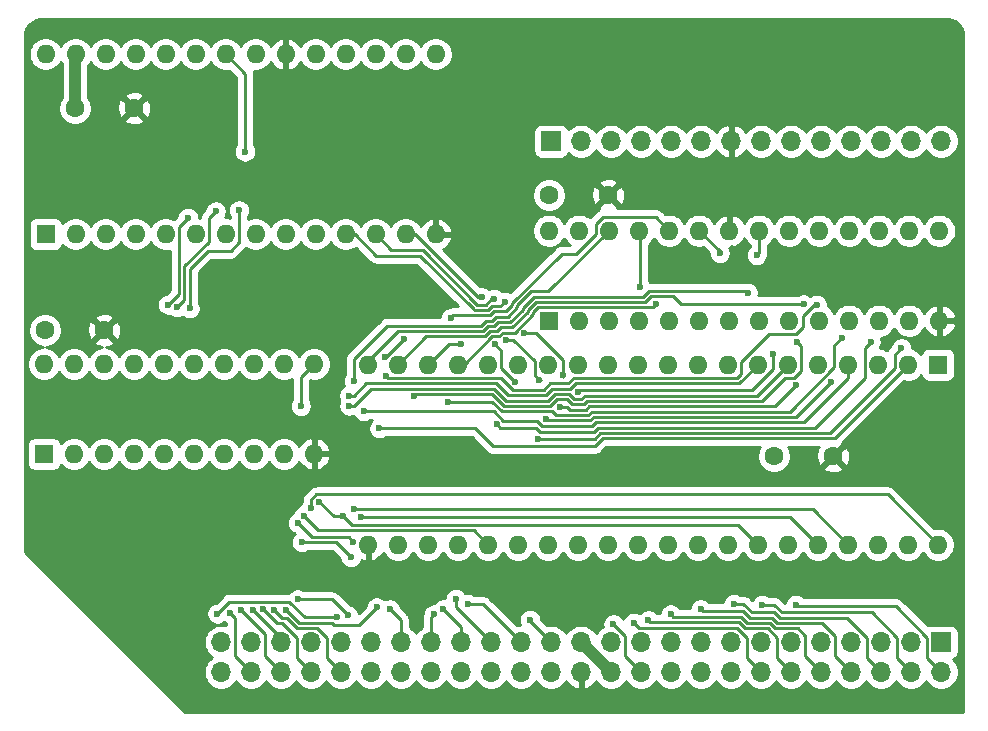
<source format=gbr>
G04 #@! TF.GenerationSoftware,KiCad,Pcbnew,(5.1.10-1-10_14)*
G04 #@! TF.CreationDate,2021-08-31T23:52:25+02:00*
G04 #@! TF.ProjectId,proc_board,70726f63-5f62-46f6-9172-642e6b696361,rev?*
G04 #@! TF.SameCoordinates,Original*
G04 #@! TF.FileFunction,Copper,L2,Bot*
G04 #@! TF.FilePolarity,Positive*
%FSLAX46Y46*%
G04 Gerber Fmt 4.6, Leading zero omitted, Abs format (unit mm)*
G04 Created by KiCad (PCBNEW (5.1.10-1-10_14)) date 2021-08-31 23:52:25*
%MOMM*%
%LPD*%
G01*
G04 APERTURE LIST*
G04 #@! TA.AperFunction,ComponentPad*
%ADD10O,1.600000X1.600000*%
G04 #@! TD*
G04 #@! TA.AperFunction,ComponentPad*
%ADD11R,1.600000X1.600000*%
G04 #@! TD*
G04 #@! TA.AperFunction,ComponentPad*
%ADD12O,1.700000X1.700000*%
G04 #@! TD*
G04 #@! TA.AperFunction,ComponentPad*
%ADD13R,1.700000X1.700000*%
G04 #@! TD*
G04 #@! TA.AperFunction,ComponentPad*
%ADD14C,1.600000*%
G04 #@! TD*
G04 #@! TA.AperFunction,ViaPad*
%ADD15C,0.600000*%
G04 #@! TD*
G04 #@! TA.AperFunction,Conductor*
%ADD16C,0.250000*%
G04 #@! TD*
G04 #@! TA.AperFunction,Conductor*
%ADD17C,1.000000*%
G04 #@! TD*
G04 #@! TA.AperFunction,Conductor*
%ADD18C,0.254000*%
G04 #@! TD*
G04 #@! TA.AperFunction,Conductor*
%ADD19C,0.100000*%
G04 #@! TD*
G04 APERTURE END LIST*
D10*
G04 #@! TO.P,U4,28*
G04 #@! TO.N,+5V*
X2413000Y56388000D03*
G04 #@! TO.P,U4,14*
G04 #@! TO.N,GND*
X35433000Y41148000D03*
G04 #@! TO.P,U4,27*
G04 #@! TO.N,+5V*
X4953000Y56388000D03*
G04 #@! TO.P,U4,13*
G04 #@! TO.N,D2*
X32893000Y41148000D03*
G04 #@! TO.P,U4,26*
G04 #@! TO.N,A13*
X7493000Y56388000D03*
G04 #@! TO.P,U4,12*
G04 #@! TO.N,D1*
X30353000Y41148000D03*
G04 #@! TO.P,U4,25*
G04 #@! TO.N,A8*
X10033000Y56388000D03*
G04 #@! TO.P,U4,11*
G04 #@! TO.N,D0*
X27813000Y41148000D03*
G04 #@! TO.P,U4,24*
G04 #@! TO.N,A9*
X12573000Y56388000D03*
G04 #@! TO.P,U4,10*
G04 #@! TO.N,A0*
X25273000Y41148000D03*
G04 #@! TO.P,U4,23*
G04 #@! TO.N,A11*
X15113000Y56388000D03*
G04 #@! TO.P,U4,9*
G04 #@! TO.N,A1*
X22733000Y41148000D03*
G04 #@! TO.P,U4,22*
G04 #@! TO.N,~ROM_CS~*
X17653000Y56388000D03*
G04 #@! TO.P,U4,8*
G04 #@! TO.N,A2*
X20193000Y41148000D03*
G04 #@! TO.P,U4,21*
G04 #@! TO.N,A10*
X20193000Y56388000D03*
G04 #@! TO.P,U4,7*
G04 #@! TO.N,A3*
X17653000Y41148000D03*
G04 #@! TO.P,U4,20*
G04 #@! TO.N,GND*
X22733000Y56388000D03*
G04 #@! TO.P,U4,6*
G04 #@! TO.N,A4*
X15113000Y41148000D03*
G04 #@! TO.P,U4,19*
G04 #@! TO.N,D7*
X25273000Y56388000D03*
G04 #@! TO.P,U4,5*
G04 #@! TO.N,A5*
X12573000Y41148000D03*
G04 #@! TO.P,U4,18*
G04 #@! TO.N,D6*
X27813000Y56388000D03*
G04 #@! TO.P,U4,4*
G04 #@! TO.N,A6*
X10033000Y41148000D03*
G04 #@! TO.P,U4,17*
G04 #@! TO.N,D5*
X30353000Y56388000D03*
G04 #@! TO.P,U4,3*
G04 #@! TO.N,A7*
X7493000Y41148000D03*
G04 #@! TO.P,U4,16*
G04 #@! TO.N,D4*
X32893000Y56388000D03*
G04 #@! TO.P,U4,2*
G04 #@! TO.N,A12*
X4953000Y41148000D03*
G04 #@! TO.P,U4,15*
G04 #@! TO.N,D3*
X35433000Y56388000D03*
D11*
G04 #@! TO.P,U4,1*
G04 #@! TO.N,A14*
X2413000Y41148000D03*
G04 #@! TD*
D12*
G04 #@! TO.P,J2,14*
G04 #@! TO.N,D3*
X78232000Y49022000D03*
G04 #@! TO.P,J2,13*
G04 #@! TO.N,D4*
X75692000Y49022000D03*
G04 #@! TO.P,J2,12*
G04 #@! TO.N,D5*
X73152000Y49022000D03*
G04 #@! TO.P,J2,11*
G04 #@! TO.N,D6*
X70612000Y49022000D03*
G04 #@! TO.P,J2,10*
G04 #@! TO.N,D7*
X68072000Y49022000D03*
G04 #@! TO.P,J2,9*
G04 #@! TO.N,~RAM_CS~*
X65532000Y49022000D03*
G04 #@! TO.P,J2,8*
G04 #@! TO.N,A10*
X62992000Y49022000D03*
G04 #@! TO.P,J2,7*
G04 #@! TO.N,GND*
X60452000Y49022000D03*
G04 #@! TO.P,J2,6*
G04 #@! TO.N,A11*
X57912000Y49022000D03*
G04 #@! TO.P,J2,5*
G04 #@! TO.N,A9*
X55372000Y49022000D03*
G04 #@! TO.P,J2,4*
G04 #@! TO.N,A8*
X52832000Y49022000D03*
G04 #@! TO.P,J2,3*
G04 #@! TO.N,A13*
X50292000Y49022000D03*
G04 #@! TO.P,J2,2*
G04 #@! TO.N,~RAMW~*
X47752000Y49022000D03*
D13*
G04 #@! TO.P,J2,1*
G04 #@! TO.N,+5V*
X45212000Y49022000D03*
G04 #@! TD*
D14*
G04 #@! TO.P,C4,2*
G04 #@! TO.N,+5V*
X2366000Y33020000D03*
G04 #@! TO.P,C4,1*
G04 #@! TO.N,GND*
X7366000Y33020000D03*
G04 #@! TD*
G04 #@! TO.P,C3,2*
G04 #@! TO.N,+5V*
X64088000Y22352000D03*
G04 #@! TO.P,C3,1*
G04 #@! TO.N,GND*
X69088000Y22352000D03*
G04 #@! TD*
G04 #@! TO.P,C2,2*
G04 #@! TO.N,+5V*
X4906000Y51816000D03*
G04 #@! TO.P,C2,1*
G04 #@! TO.N,GND*
X9906000Y51816000D03*
G04 #@! TD*
G04 #@! TO.P,C1,2*
G04 #@! TO.N,+5V*
X45038000Y44450000D03*
G04 #@! TO.P,C1,1*
G04 #@! TO.N,GND*
X50038000Y44450000D03*
G04 #@! TD*
D10*
G04 #@! TO.P,U1,20*
G04 #@! TO.N,+5V*
X2286000Y30162500D03*
G04 #@! TO.P,U1,10*
G04 #@! TO.N,GND*
X25146000Y22542500D03*
G04 #@! TO.P,U1,19*
G04 #@! TO.N,~IRQ~*
X4826000Y30162500D03*
G04 #@! TO.P,U1,9*
G04 #@! TO.N,A15*
X22606000Y22542500D03*
G04 #@! TO.P,U1,18*
G04 #@! TO.N,~RAM_CS~*
X7366000Y30162500D03*
G04 #@! TO.P,U1,8*
G04 #@! TO.N,~SSEL~*
X20066000Y22542500D03*
G04 #@! TO.P,U1,17*
G04 #@! TO.N,~ROM_CS~*
X9906000Y30162500D03*
G04 #@! TO.P,U1,7*
G04 #@! TO.N,~INH~*
X17526000Y22542500D03*
G04 #@! TO.P,U1,16*
G04 #@! TO.N,~RAMW~*
X12446000Y30162500D03*
G04 #@! TO.P,U1,6*
G04 #@! TO.N,~IRQ5~*
X14986000Y22542500D03*
G04 #@! TO.P,U1,15*
G04 #@! TO.N,Net-(U1-Pad15)*
X14986000Y30162500D03*
G04 #@! TO.P,U1,5*
G04 #@! TO.N,~IRQ4~*
X12446000Y22542500D03*
G04 #@! TO.P,U1,14*
G04 #@! TO.N,Net-(U1-Pad14)*
X17526000Y30162500D03*
G04 #@! TO.P,U1,4*
G04 #@! TO.N,~IRQ3~*
X9906000Y22542500D03*
G04 #@! TO.P,U1,13*
G04 #@! TO.N,Net-(U1-Pad13)*
X20066000Y30162500D03*
G04 #@! TO.P,U1,3*
G04 #@! TO.N,~IRQ2~*
X7366000Y22542500D03*
G04 #@! TO.P,U1,12*
G04 #@! TO.N,Net-(U1-Pad12)*
X22606000Y30162500D03*
G04 #@! TO.P,U1,2*
G04 #@! TO.N,~IRQ1~*
X4826000Y22542500D03*
G04 #@! TO.P,U1,11*
G04 #@! TO.N,R~W~*
X25146000Y30162500D03*
D11*
G04 #@! TO.P,U1,1*
G04 #@! TO.N,CLK*
X2286000Y22542500D03*
G04 #@! TD*
D10*
G04 #@! TO.P,U3,28*
G04 #@! TO.N,+5V*
X45059001Y41453001D03*
G04 #@! TO.P,U3,14*
G04 #@! TO.N,GND*
X78079001Y33833001D03*
G04 #@! TO.P,U3,27*
G04 #@! TO.N,~RAMW~*
X47599001Y41453001D03*
G04 #@! TO.P,U3,13*
G04 #@! TO.N,D2*
X75539001Y33833001D03*
G04 #@! TO.P,U3,26*
G04 #@! TO.N,A13*
X50139001Y41453001D03*
G04 #@! TO.P,U3,12*
G04 #@! TO.N,D1*
X72999001Y33833001D03*
G04 #@! TO.P,U3,25*
G04 #@! TO.N,A8*
X52679001Y41453001D03*
G04 #@! TO.P,U3,11*
G04 #@! TO.N,D0*
X70459001Y33833001D03*
G04 #@! TO.P,U3,24*
G04 #@! TO.N,A9*
X55219001Y41453001D03*
G04 #@! TO.P,U3,10*
G04 #@! TO.N,A0*
X67919001Y33833001D03*
G04 #@! TO.P,U3,23*
G04 #@! TO.N,A11*
X57759001Y41453001D03*
G04 #@! TO.P,U3,9*
G04 #@! TO.N,A1*
X65379001Y33833001D03*
G04 #@! TO.P,U3,22*
G04 #@! TO.N,GND*
X60299001Y41453001D03*
G04 #@! TO.P,U3,8*
G04 #@! TO.N,A2*
X62839001Y33833001D03*
G04 #@! TO.P,U3,21*
G04 #@! TO.N,A10*
X62839001Y41453001D03*
G04 #@! TO.P,U3,7*
G04 #@! TO.N,A3*
X60299001Y33833001D03*
G04 #@! TO.P,U3,20*
G04 #@! TO.N,~RAM_CS~*
X65379001Y41453001D03*
G04 #@! TO.P,U3,6*
G04 #@! TO.N,A4*
X57759001Y33833001D03*
G04 #@! TO.P,U3,19*
G04 #@! TO.N,D7*
X67919001Y41453001D03*
G04 #@! TO.P,U3,5*
G04 #@! TO.N,A5*
X55219001Y33833001D03*
G04 #@! TO.P,U3,18*
G04 #@! TO.N,D6*
X70459001Y41453001D03*
G04 #@! TO.P,U3,4*
G04 #@! TO.N,A6*
X52679001Y33833001D03*
G04 #@! TO.P,U3,17*
G04 #@! TO.N,D5*
X72999001Y41453001D03*
G04 #@! TO.P,U3,3*
G04 #@! TO.N,A7*
X50139001Y33833001D03*
G04 #@! TO.P,U3,16*
G04 #@! TO.N,D4*
X75539001Y41453001D03*
G04 #@! TO.P,U3,2*
G04 #@! TO.N,A12*
X47599001Y33833001D03*
G04 #@! TO.P,U3,15*
G04 #@! TO.N,D3*
X78079001Y41453001D03*
D11*
G04 #@! TO.P,U3,1*
G04 #@! TO.N,A14*
X45059001Y33833001D03*
G04 #@! TD*
D10*
G04 #@! TO.P,U2,40*
G04 #@! TO.N,~RESET~*
X77978000Y14859000D03*
G04 #@! TO.P,U2,20*
G04 #@! TO.N,A11*
X29718000Y30099000D03*
G04 #@! TO.P,U2,39*
G04 #@! TO.N,Net-(U2-Pad39)*
X75438000Y14859000D03*
G04 #@! TO.P,U2,19*
G04 #@! TO.N,A10*
X32258000Y30099000D03*
G04 #@! TO.P,U2,38*
G04 #@! TO.N,Net-(U2-Pad38)*
X72898000Y14859000D03*
G04 #@! TO.P,U2,18*
G04 #@! TO.N,A9*
X34798000Y30099000D03*
G04 #@! TO.P,U2,37*
G04 #@! TO.N,CLK*
X70358000Y14859000D03*
G04 #@! TO.P,U2,17*
G04 #@! TO.N,A8*
X37338000Y30099000D03*
G04 #@! TO.P,U2,36*
G04 #@! TO.N,BE*
X67818000Y14859000D03*
G04 #@! TO.P,U2,16*
G04 #@! TO.N,A7*
X39878000Y30099000D03*
G04 #@! TO.P,U2,35*
G04 #@! TO.N,Net-(U2-Pad35)*
X65278000Y14859000D03*
G04 #@! TO.P,U2,15*
G04 #@! TO.N,A6*
X42418000Y30099000D03*
G04 #@! TO.P,U2,34*
G04 #@! TO.N,R~W~*
X62738000Y14859000D03*
G04 #@! TO.P,U2,14*
G04 #@! TO.N,A5*
X44958000Y30099000D03*
G04 #@! TO.P,U2,33*
G04 #@! TO.N,D0*
X60198000Y14859000D03*
G04 #@! TO.P,U2,13*
G04 #@! TO.N,A4*
X47498000Y30099000D03*
G04 #@! TO.P,U2,32*
G04 #@! TO.N,D1*
X57658000Y14859000D03*
G04 #@! TO.P,U2,12*
G04 #@! TO.N,A3*
X50038000Y30099000D03*
G04 #@! TO.P,U2,31*
G04 #@! TO.N,D2*
X55118000Y14859000D03*
G04 #@! TO.P,U2,11*
G04 #@! TO.N,A2*
X52578000Y30099000D03*
G04 #@! TO.P,U2,30*
G04 #@! TO.N,D3*
X52578000Y14859000D03*
G04 #@! TO.P,U2,10*
G04 #@! TO.N,A1*
X55118000Y30099000D03*
G04 #@! TO.P,U2,29*
G04 #@! TO.N,D4*
X50038000Y14859000D03*
G04 #@! TO.P,U2,9*
G04 #@! TO.N,A0*
X57658000Y30099000D03*
G04 #@! TO.P,U2,28*
G04 #@! TO.N,D5*
X47498000Y14859000D03*
G04 #@! TO.P,U2,8*
G04 #@! TO.N,+5V*
X60198000Y30099000D03*
G04 #@! TO.P,U2,27*
G04 #@! TO.N,D6*
X44958000Y14859000D03*
G04 #@! TO.P,U2,7*
G04 #@! TO.N,SYNC*
X62738000Y30099000D03*
G04 #@! TO.P,U2,26*
G04 #@! TO.N,D7*
X42418000Y14859000D03*
G04 #@! TO.P,U2,6*
G04 #@! TO.N,~NMI~*
X65278000Y30099000D03*
G04 #@! TO.P,U2,25*
G04 #@! TO.N,A15*
X39878000Y14859000D03*
G04 #@! TO.P,U2,5*
G04 #@! TO.N,Net-(U2-Pad5)*
X67818000Y30099000D03*
G04 #@! TO.P,U2,24*
G04 #@! TO.N,A14*
X37338000Y14859000D03*
G04 #@! TO.P,U2,4*
G04 #@! TO.N,~IRQ~*
X70358000Y30099000D03*
G04 #@! TO.P,U2,23*
G04 #@! TO.N,A13*
X34798000Y14859000D03*
G04 #@! TO.P,U2,3*
G04 #@! TO.N,Net-(U2-Pad3)*
X72898000Y30099000D03*
G04 #@! TO.P,U2,22*
G04 #@! TO.N,A12*
X32258000Y14859000D03*
G04 #@! TO.P,U2,2*
G04 #@! TO.N,RDY*
X75438000Y30099000D03*
G04 #@! TO.P,U2,21*
G04 #@! TO.N,GND*
X29718000Y14859000D03*
D11*
G04 #@! TO.P,U2,1*
G04 #@! TO.N,Net-(U2-Pad1)*
X77978000Y30099000D03*
G04 #@! TD*
D12*
G04 #@! TO.P,J1,50*
G04 #@! TO.N,~NMI~*
X17272000Y4064000D03*
G04 #@! TO.P,J1,49*
G04 #@! TO.N,~RESET~*
X17272000Y6604000D03*
G04 #@! TO.P,J1,48*
G04 #@! TO.N,~IRQ1~*
X19812000Y4064000D03*
G04 #@! TO.P,J1,47*
G04 #@! TO.N,SYNC*
X19812000Y6604000D03*
G04 #@! TO.P,J1,46*
G04 #@! TO.N,~IRQ2~*
X22352000Y4064000D03*
G04 #@! TO.P,J1,45*
G04 #@! TO.N,~IRQ~*
X22352000Y6604000D03*
G04 #@! TO.P,J1,44*
G04 #@! TO.N,~IRQ3~*
X24892000Y4064000D03*
G04 #@! TO.P,J1,43*
G04 #@! TO.N,R~W~*
X24892000Y6604000D03*
G04 #@! TO.P,J1,42*
G04 #@! TO.N,~IRQ4~*
X27432000Y4064000D03*
G04 #@! TO.P,J1,41*
G04 #@! TO.N,CLK*
X27432000Y6604000D03*
G04 #@! TO.P,J1,40*
G04 #@! TO.N,~IRQ5~*
X29972000Y4064000D03*
G04 #@! TO.P,J1,39*
G04 #@! TO.N,BE*
X29972000Y6604000D03*
G04 #@! TO.P,J1,38*
G04 #@! TO.N,LED3*
X32512000Y4064000D03*
G04 #@! TO.P,J1,37*
G04 #@! TO.N,RDY*
X32512000Y6604000D03*
G04 #@! TO.P,J1,36*
G04 #@! TO.N,LED2*
X35052000Y4064000D03*
G04 #@! TO.P,J1,35*
G04 #@! TO.N,A15*
X35052000Y6604000D03*
G04 #@! TO.P,J1,34*
G04 #@! TO.N,LED1*
X37592000Y4064000D03*
G04 #@! TO.P,J1,33*
G04 #@! TO.N,A14*
X37592000Y6604000D03*
G04 #@! TO.P,J1,32*
G04 #@! TO.N,Net-(J1-Pad32)*
X40132000Y4064000D03*
G04 #@! TO.P,J1,31*
G04 #@! TO.N,A13*
X40132000Y6604000D03*
G04 #@! TO.P,J1,30*
G04 #@! TO.N,~INH~*
X42672000Y4064000D03*
G04 #@! TO.P,J1,29*
G04 #@! TO.N,A12*
X42672000Y6604000D03*
G04 #@! TO.P,J1,28*
G04 #@! TO.N,~SSEL~*
X45212000Y4064000D03*
G04 #@! TO.P,J1,27*
G04 #@! TO.N,A11*
X45212000Y6604000D03*
G04 #@! TO.P,J1,26*
G04 #@! TO.N,GND*
X47752000Y4064000D03*
G04 #@! TO.P,J1,25*
G04 #@! TO.N,+5V*
X47752000Y6604000D03*
G04 #@! TO.P,J1,24*
X50292000Y4064000D03*
G04 #@! TO.P,J1,23*
G04 #@! TO.N,GND*
X50292000Y6604000D03*
G04 #@! TO.P,J1,22*
G04 #@! TO.N,~ROM_CS~*
X52832000Y4064000D03*
G04 #@! TO.P,J1,21*
G04 #@! TO.N,A10*
X52832000Y6604000D03*
G04 #@! TO.P,J1,20*
G04 #@! TO.N,EX1*
X55372000Y4064000D03*
G04 #@! TO.P,J1,19*
G04 #@! TO.N,A9*
X55372000Y6604000D03*
G04 #@! TO.P,J1,18*
G04 #@! TO.N,EX0*
X57912000Y4064000D03*
G04 #@! TO.P,J1,17*
G04 #@! TO.N,A8*
X57912000Y6604000D03*
G04 #@! TO.P,J1,16*
G04 #@! TO.N,D7*
X60452000Y4064000D03*
G04 #@! TO.P,J1,15*
G04 #@! TO.N,A7*
X60452000Y6604000D03*
G04 #@! TO.P,J1,14*
G04 #@! TO.N,D6*
X62992000Y4064000D03*
G04 #@! TO.P,J1,13*
G04 #@! TO.N,A6*
X62992000Y6604000D03*
G04 #@! TO.P,J1,12*
G04 #@! TO.N,D5*
X65532000Y4064000D03*
G04 #@! TO.P,J1,11*
G04 #@! TO.N,A5*
X65532000Y6604000D03*
G04 #@! TO.P,J1,10*
G04 #@! TO.N,D4*
X68072000Y4064000D03*
G04 #@! TO.P,J1,9*
G04 #@! TO.N,A4*
X68072000Y6604000D03*
G04 #@! TO.P,J1,8*
G04 #@! TO.N,D3*
X70612000Y4064000D03*
G04 #@! TO.P,J1,7*
G04 #@! TO.N,A3*
X70612000Y6604000D03*
G04 #@! TO.P,J1,6*
G04 #@! TO.N,D2*
X73152000Y4064000D03*
G04 #@! TO.P,J1,5*
G04 #@! TO.N,A2*
X73152000Y6604000D03*
G04 #@! TO.P,J1,4*
G04 #@! TO.N,D1*
X75692000Y4064000D03*
G04 #@! TO.P,J1,3*
G04 #@! TO.N,A1*
X75692000Y6604000D03*
G04 #@! TO.P,J1,2*
G04 #@! TO.N,D0*
X78232000Y4064000D03*
D13*
G04 #@! TO.P,J1,1*
G04 #@! TO.N,A0*
X78232000Y6604000D03*
G04 #@! TD*
D15*
G04 #@! TO.N,RDY*
X30673052Y24704050D03*
X31559500Y9398000D03*
G04 #@! TO.N,A15*
X24255968Y17323484D03*
X35306000Y8953500D03*
G04 #@! TO.N,A14*
X32766000Y32258000D03*
X31115000Y30734000D03*
X36071011Y9398008D03*
G04 #@! TO.N,A13*
X37147500Y10287000D03*
X28520490Y28727466D03*
G04 #@! TO.N,A12*
X38163500Y9842500D03*
G04 #@! TO.N,A11*
X61849000Y36195000D03*
X59499500Y39560500D03*
X43434000Y8509000D03*
G04 #@! TO.N,A10*
X66603677Y35205715D03*
X62611000Y39370000D03*
G04 #@! TO.N,A9*
X36703000Y34036000D03*
X37592000Y31875968D03*
G04 #@! TO.N,A8*
X52705000Y36703000D03*
X54102000Y35246979D03*
G04 #@! TO.N,D7*
X67691000Y35179000D03*
X31231271Y29142021D03*
G04 #@! TO.N,D6*
X52197000Y8255000D03*
X66040000Y32004000D03*
X33626133Y27430968D03*
G04 #@! TO.N,D5*
X53447012Y8461966D03*
X69850000Y32385000D03*
X36449000Y26924000D03*
G04 #@! TO.N,D4*
X55334746Y8949021D03*
X72263000Y32004000D03*
X40596181Y25060867D03*
G04 #@! TO.N,D3*
X57874803Y9399032D03*
X74867002Y31496000D03*
X44130565Y23836061D03*
G04 #@! TO.N,D2*
X60700424Y9849043D03*
X68899944Y28646046D03*
X40453434Y31816434D03*
X39373794Y35810197D03*
X42175584Y28627324D03*
X44778137Y25514946D03*
G04 #@! TO.N,D1*
X63083943Y9754044D03*
X65990503Y28373265D03*
X44196000Y28829000D03*
X45976821Y26530948D03*
X40386000Y35687000D03*
X41373905Y32182941D03*
G04 #@! TO.N,D0*
X65921393Y9754044D03*
X64008000Y30988000D03*
X47484970Y27802251D03*
X46228000Y29210000D03*
X42944272Y32747728D03*
X41275000Y35433000D03*
G04 #@! TO.N,CLK*
X28511500Y17843500D03*
X16954500Y9017000D03*
X27117051Y8709490D03*
G04 #@! TO.N,BE*
X29082998Y17208500D03*
G04 #@! TO.N,SYNC*
X28120510Y27485502D03*
G04 #@! TO.N,R~W~*
X27622500Y17272000D03*
X25590500Y18478500D03*
X24020999Y26606498D03*
G04 #@! TO.N,~INH~*
X24130000Y15049500D03*
X28261864Y13789311D03*
G04 #@! TO.N,~NMI~*
X28120510Y26614035D03*
G04 #@! TO.N,~RESET~*
X24845624Y17964617D03*
G04 #@! TO.N,~IRQ1~*
X18034000Y9080500D03*
G04 #@! TO.N,~IRQ~*
X19939000Y9334502D03*
X29346064Y26140898D03*
G04 #@! TO.N,~IRQ2~*
X18986500Y9334500D03*
G04 #@! TO.N,~IRQ3~*
X20828000Y9398000D03*
G04 #@! TO.N,~SSEL~*
X28445874Y15126817D03*
X23748481Y16705037D03*
G04 #@! TO.N,~ROM_CS~*
X19304000Y48133000D03*
X16824054Y43098020D03*
X13555168Y34974655D03*
X22809183Y9316716D03*
X50482500Y8128000D03*
X30447110Y9555610D03*
G04 #@! TO.N,~RAM_CS~*
X14478000Y42545000D03*
X12763500Y35179000D03*
G04 #@! TO.N,~RAMW~*
X18796000Y43180000D03*
X14605000Y34861500D03*
G04 #@! TO.N,~IRQ4~*
X21746199Y9363699D03*
G04 #@! TO.N,~IRQ5~*
X28003500Y8890000D03*
X23749000Y10223500D03*
G04 #@! TD*
D16*
G04 #@! TO.N,RDY*
X32512000Y8445500D02*
X31559500Y9398000D01*
X32512000Y6604000D02*
X32512000Y8445500D01*
X40288941Y23211059D02*
X38795950Y24704050D01*
X69217881Y23878881D02*
X49577890Y23878881D01*
X48910068Y23211059D02*
X40288941Y23211059D01*
X49577890Y23878881D02*
X48910068Y23211059D01*
X38795950Y24704050D02*
X30673052Y24704050D01*
X75438000Y30099000D02*
X69217881Y23878881D01*
G04 #@! TO.N,A15*
X25513964Y16065488D02*
X24255968Y17323484D01*
X38671512Y16065488D02*
X25513964Y16065488D01*
X39878000Y14859000D02*
X38671512Y16065488D01*
X35052000Y8699500D02*
X35306000Y8953500D01*
X35052000Y6604000D02*
X35052000Y8699500D01*
G04 #@! TO.N,A14*
X31242000Y30734000D02*
X31115000Y30734000D01*
X32766000Y32258000D02*
X31242000Y30734000D01*
X37592000Y7877019D02*
X36071011Y9398008D01*
X37592000Y6604000D02*
X37592000Y7877019D01*
G04 #@! TO.N,A13*
X40132000Y6604000D02*
X37147500Y9588500D01*
X37147500Y9588500D02*
X37147500Y10287000D01*
X40559810Y34161976D02*
X40232996Y33835162D01*
X42350012Y35109602D02*
X42350012Y34946599D01*
X42350012Y34946599D02*
X41565389Y34161976D01*
X40232996Y33835162D02*
X39675358Y33835162D01*
X39675358Y33835162D02*
X39241196Y33401000D01*
X50139001Y41453001D02*
X44994035Y36308035D01*
X43548445Y36308035D02*
X42350012Y35109602D01*
X39241196Y33401000D02*
X31354998Y33401000D01*
X31354998Y33401000D02*
X28520490Y30566492D01*
X28520490Y30566492D02*
X28520490Y28727466D01*
X41565389Y34161976D02*
X40559810Y34161976D01*
X44994035Y36308035D02*
X43548445Y36308035D01*
G04 #@! TO.N,A12*
X42672000Y6604000D02*
X39433500Y9842500D01*
X39433500Y9842500D02*
X38163500Y9842500D01*
G04 #@! TO.N,A11*
X57759001Y41453001D02*
X59499500Y39712502D01*
X59499500Y39712502D02*
X59499500Y39560500D01*
X53000203Y35858024D02*
X53464179Y36322000D01*
X43734845Y35858024D02*
X53000203Y35858024D01*
X42800023Y34923202D02*
X43734845Y35858024D01*
X41751789Y33711965D02*
X42800023Y34760199D01*
X40746209Y33711965D02*
X41751789Y33711965D01*
X39861758Y33385151D02*
X40419396Y33385151D01*
X53464179Y36322000D02*
X61722000Y36322000D01*
X39427596Y32950989D02*
X39861758Y33385151D01*
X32279985Y32950989D02*
X39427596Y32950989D01*
X42800023Y34760199D02*
X42800023Y34923202D01*
X29718000Y30389004D02*
X32279985Y32950989D01*
X29718000Y30099000D02*
X29718000Y30389004D01*
X61722000Y36322000D02*
X61849000Y36195000D01*
X40419396Y33385151D02*
X40746209Y33711965D01*
X43434000Y8382000D02*
X43434000Y8509000D01*
X45212000Y6604000D02*
X43434000Y8382000D01*
D17*
G04 #@! TO.N,+5V*
X50292000Y4064000D02*
X47752000Y6604000D01*
X4906000Y56341000D02*
X4953000Y56388000D01*
X4906000Y51816000D02*
X4906000Y56341000D01*
D16*
G04 #@! TO.N,A10*
X62839001Y41453001D02*
X62839001Y39598001D01*
X62839001Y39598001D02*
X62611000Y39370000D01*
X56235695Y35205715D02*
X66603677Y35205715D01*
X53650579Y35871989D02*
X55569421Y35871989D01*
X34659978Y32500978D02*
X39613996Y32500978D01*
X39613996Y32500978D02*
X40048158Y32935140D01*
X40048158Y32935140D02*
X40605796Y32935140D01*
X40605796Y32935140D02*
X40932610Y33261954D01*
X40932610Y33261954D02*
X41938189Y33261954D01*
X32258000Y30099000D02*
X34659978Y32500978D01*
X43250034Y34736802D02*
X43921245Y35408013D01*
X55569421Y35871989D02*
X56235695Y35205715D01*
X41938189Y33261954D02*
X43250034Y34573799D01*
X43250034Y34573799D02*
X43250034Y34736802D01*
X43921245Y35408013D02*
X53186603Y35408013D01*
X53186603Y35408013D02*
X53650579Y35871989D01*
G04 #@! TO.N,A9*
X34798000Y30099000D02*
X36574968Y31875968D01*
X36574968Y31875968D02*
X37592000Y31875968D01*
X54094000Y42578002D02*
X55219001Y41453001D01*
X49599000Y42578002D02*
X54094000Y42578002D01*
X41900001Y35132999D02*
X41900001Y35296001D01*
X49014000Y41202998D02*
X49014000Y41993002D01*
X46101000Y39497000D02*
X47308002Y39497000D01*
X41900001Y35296001D02*
X46101000Y39497000D01*
X40373409Y34611987D02*
X41378989Y34611987D01*
X47308002Y39497000D02*
X49014000Y41202998D01*
X40046596Y34285173D02*
X40373409Y34611987D01*
X36952173Y34285173D02*
X40046596Y34285173D01*
X49014000Y41993002D02*
X49599000Y42578002D01*
X41378989Y34611987D02*
X41900001Y35132999D01*
X36703000Y34036000D02*
X36952173Y34285173D01*
G04 #@! TO.N,A8*
X54102000Y35306000D02*
X54102000Y35306000D01*
X52705000Y41427002D02*
X52679001Y41453001D01*
X52705000Y36703000D02*
X52705000Y41427002D01*
X40234558Y32485129D02*
X40792196Y32485129D01*
X43700045Y34387399D02*
X43700045Y34550402D01*
X42124589Y32811943D02*
X43700045Y34387399D01*
X41119009Y32811943D02*
X42124589Y32811943D01*
X40792196Y32485129D02*
X41119009Y32811943D01*
X53813023Y34958002D02*
X54102000Y35246979D01*
X44107645Y34958002D02*
X53813023Y34958002D01*
X43700045Y34550402D02*
X44107645Y34958002D01*
X37338000Y30099000D02*
X37848429Y30099000D01*
X37848429Y30099000D02*
X40234558Y32485129D01*
G04 #@! TO.N,D7*
X40951987Y28967022D02*
X31406270Y28967022D01*
X41979009Y27940000D02*
X40951987Y28967022D01*
X44578410Y27940000D02*
X41979009Y27940000D01*
X65919002Y32708000D02*
X63681998Y32708000D01*
X66504002Y34222141D02*
X66504002Y33293000D01*
X67460861Y35179000D02*
X66504002Y34222141D01*
X45144401Y28505991D02*
X44578410Y27940000D01*
X61323001Y29319001D02*
X60971022Y28967022D01*
X61323001Y30349003D02*
X61323001Y29319001D01*
X67691000Y35179000D02*
X67460861Y35179000D01*
X66504002Y33293000D02*
X65919002Y32708000D01*
X46668401Y28505991D02*
X45144401Y28505991D01*
X47129432Y28967022D02*
X46668401Y28505991D01*
X60971022Y28967022D02*
X47129432Y28967022D01*
X31406270Y28967022D02*
X31231271Y29142021D01*
X63681998Y32708000D02*
X61323001Y30349003D01*
G04 #@! TO.N,D6*
X61816999Y6978003D02*
X60979629Y7815373D01*
X60979629Y7815373D02*
X52636627Y7815373D01*
X52636627Y7815373D02*
X52197000Y8255000D01*
X62992000Y4064000D02*
X61816999Y5239001D01*
X61816999Y5239001D02*
X61816999Y6978003D01*
X33655000Y27559000D02*
X33655000Y27559000D01*
X65818001Y28973999D02*
X65043409Y28973999D01*
X45137610Y26589967D02*
X41223802Y26589967D01*
X66040000Y32004000D02*
X66403001Y31640999D01*
X66403001Y31640999D02*
X66403001Y29558999D01*
X66403001Y29558999D02*
X65818001Y28973999D01*
X33801132Y27605967D02*
X33626133Y27430968D01*
X63098368Y27028958D02*
X48273089Y27028958D01*
X48273089Y27028958D02*
X47971371Y26727239D01*
X46998569Y26727239D02*
X46569850Y27155958D01*
X46569850Y27155958D02*
X45703601Y27155958D01*
X40207802Y27605967D02*
X33801132Y27605967D01*
X47971371Y26727239D02*
X46998569Y26727239D01*
X65043409Y28973999D02*
X63098368Y27028958D01*
X45703601Y27155958D02*
X45137610Y26589967D01*
X41223802Y26589967D02*
X40207802Y27605967D01*
G04 #@! TO.N,D5*
X53613470Y8295508D02*
X53447012Y8461966D01*
X61652411Y7779001D02*
X61135904Y8295508D01*
X61135904Y8295508D02*
X53613470Y8295508D01*
X64356999Y6978003D02*
X63556001Y7779001D01*
X63556001Y7779001D02*
X61652411Y7779001D01*
X64356999Y5239001D02*
X64356999Y6978003D01*
X65532000Y4064000D02*
X64356999Y5239001D01*
X36449000Y26924000D02*
X36449000Y26924000D01*
X69850000Y32385000D02*
X69192189Y31727189D01*
X45312992Y26139956D02*
X41037402Y26139956D01*
X40253358Y26924000D02*
X36449000Y26924000D01*
X41037402Y26139956D02*
X40253358Y26924000D01*
X69192189Y31727189D02*
X69192189Y29862999D01*
X69192189Y29862999D02*
X65458126Y26128936D01*
X45625731Y25827217D02*
X45312992Y26139956D01*
X48344171Y25827217D02*
X45625731Y25827217D01*
X48645889Y26128936D02*
X48344171Y25827217D01*
X65458126Y26128936D02*
X48645889Y26128936D01*
G04 #@! TO.N,D4*
X63742401Y8229012D02*
X61838811Y8229012D01*
X66096001Y7779001D02*
X64192411Y7779001D01*
X66707001Y5428999D02*
X66707001Y7168001D01*
X61838811Y8229012D02*
X61293802Y8774022D01*
X55509745Y8774022D02*
X55334746Y8949021D01*
X61293802Y8774022D02*
X55509745Y8774022D01*
X64192411Y7779001D02*
X63742401Y8229012D01*
X66707001Y7168001D02*
X66096001Y7779001D01*
X68072000Y4064000D02*
X66707001Y5428999D01*
X67577903Y24778903D02*
X49205090Y24778903D01*
X49205090Y24778903D02*
X48866121Y24439934D01*
X71772999Y28973999D02*
X67577903Y24778903D01*
X40896180Y24760868D02*
X40596181Y25060867D01*
X48866121Y24439934D02*
X44291736Y24439934D01*
X44291736Y24439934D02*
X43970803Y24760868D01*
X72263000Y32004000D02*
X71772999Y31513999D01*
X43970803Y24760868D02*
X40896180Y24760868D01*
X71772999Y31513999D02*
X71772999Y28973999D01*
G04 #@! TO.N,D3*
X63928801Y8679023D02*
X62025211Y8679023D01*
X58049802Y9224033D02*
X57874803Y9399032D01*
X68185990Y8229012D02*
X64378811Y8229012D01*
X62025211Y8679023D02*
X61480202Y9224033D01*
X69247001Y5428999D02*
X69247001Y7168001D01*
X64378811Y8229012D02*
X63928801Y8679023D01*
X70612000Y4064000D02*
X69247001Y5428999D01*
X61480202Y9224033D02*
X58049802Y9224033D01*
X69247001Y7168001D02*
X68185990Y8229012D01*
X49391489Y24328892D02*
X48898658Y23836061D01*
X48898658Y23836061D02*
X44130565Y23836061D01*
X74867002Y31496000D02*
X74312999Y30941997D01*
X68792894Y24328892D02*
X49391489Y24328892D01*
X74312999Y29848997D02*
X68792894Y24328892D01*
X74312999Y30941997D02*
X74312999Y29848997D01*
G04 #@! TO.N,D2*
X71976999Y6978003D02*
X70275979Y8679023D01*
X70275979Y8679023D02*
X64565211Y8679023D01*
X64115201Y9129034D02*
X62211611Y9129034D01*
X64565211Y8679023D02*
X64115201Y9129034D01*
X62211611Y9129034D02*
X61491602Y9849043D01*
X71976999Y5239001D02*
X71976999Y6978003D01*
X73152000Y4064000D02*
X71976999Y5239001D01*
X61491602Y9849043D02*
X60700424Y9849043D01*
X41003001Y29799907D02*
X42175584Y28627324D01*
X40453434Y31816434D02*
X41003001Y31266867D01*
X41003001Y31266867D02*
X41003001Y29799907D01*
X48530571Y25377206D02*
X44915877Y25377206D01*
X44915877Y25377206D02*
X44778137Y25514946D01*
X68899944Y28646046D02*
X65932823Y25678925D01*
X65932823Y25678925D02*
X48832290Y25678925D01*
X48832290Y25678925D02*
X48530571Y25377206D01*
X33657820Y41148000D02*
X38995623Y35810197D01*
X32893000Y41148000D02*
X33657820Y41148000D01*
X38995623Y35810197D02*
X39373794Y35810197D01*
G04 #@! TO.N,D1*
X72365968Y9129034D02*
X64751611Y9129034D01*
X75692000Y4064000D02*
X74516999Y5239001D01*
X74516999Y5239001D02*
X74516999Y6978003D01*
X64126601Y9754044D02*
X63083943Y9754044D01*
X74516999Y6978003D02*
X72365968Y9129034D01*
X64751611Y9129034D02*
X64126601Y9754044D01*
X44196000Y28829000D02*
X44323000Y28829000D01*
X65990503Y28373265D02*
X64196185Y26578947D01*
X46558449Y26530948D02*
X45976821Y26530948D01*
X48459490Y26578947D02*
X48157771Y26277228D01*
X64196185Y26578947D02*
X48459490Y26578947D01*
X46812169Y26277228D02*
X46558449Y26530948D01*
X48157771Y26277228D02*
X46812169Y26277228D01*
X44196000Y28829000D02*
X43832999Y29192001D01*
X43832999Y30378265D02*
X42028323Y32182941D01*
X42028323Y32182941D02*
X41373905Y32182941D01*
X43832999Y29192001D02*
X43832999Y30378265D01*
X40168004Y35687000D02*
X40386000Y35687000D01*
X31680991Y39820009D02*
X34349402Y39820009D01*
X38984216Y35185195D02*
X39666199Y35185195D01*
X34349402Y39820009D02*
X38984216Y35185195D01*
X30353000Y41148000D02*
X31680991Y39820009D01*
X39666199Y35185195D02*
X40168004Y35687000D01*
G04 #@! TO.N,D0*
X74383002Y9652000D02*
X66023437Y9652000D01*
X77056999Y6978003D02*
X74383002Y9652000D01*
X77056999Y5239001D02*
X77056999Y6978003D01*
X66023437Y9652000D02*
X65921393Y9754044D01*
X78232000Y4064000D02*
X77056999Y5239001D01*
X62241525Y27955757D02*
X47638476Y27955757D01*
X64008000Y29722232D02*
X62241525Y27955757D01*
X64008000Y30988000D02*
X64008000Y29722232D01*
X47638476Y27955757D02*
X47484970Y27802251D01*
X46228000Y29210000D02*
X46228000Y29083000D01*
X46228000Y29210000D02*
X46228000Y30494002D01*
X46228000Y30494002D02*
X43974274Y32747728D01*
X43974274Y32747728D02*
X42944272Y32747728D01*
X39860196Y34735184D02*
X40187010Y35061998D01*
X40903998Y35061998D02*
X41275000Y35433000D01*
X40187010Y35061998D02*
X40903998Y35061998D01*
X27813000Y41148000D02*
X28575000Y41148000D01*
X38672184Y34735184D02*
X39860196Y34735184D01*
X38672184Y34735184D02*
X38672184Y34797316D01*
X38672184Y34797316D02*
X34131250Y39338250D01*
X34131250Y39338250D02*
X30384750Y39338250D01*
X28575000Y41148000D02*
X30384750Y39338250D01*
G04 #@! TO.N,CLK*
X70358000Y14859000D02*
X67373500Y17843500D01*
X67373500Y17843500D02*
X28511500Y17843500D01*
X16954500Y9017000D02*
X16954500Y9017000D01*
X23024497Y10023001D02*
X24338008Y8709490D01*
X24338008Y8709490D02*
X27117051Y8709490D01*
X16954500Y9017000D02*
X17960501Y10023001D01*
X17960501Y10023001D02*
X23024497Y10023001D01*
G04 #@! TO.N,BE*
X65468500Y17208500D02*
X29082998Y17208500D01*
X67818000Y14859000D02*
X65468500Y17208500D01*
G04 #@! TO.N,SYNC*
X46854801Y28055980D02*
X45330801Y28055980D01*
X61157422Y28517011D02*
X47315832Y28517011D01*
X40569580Y28517011D02*
X29576283Y28517011D01*
X29576283Y28517011D02*
X28544774Y27485502D01*
X28544774Y27485502D02*
X28120510Y27485502D01*
X47315832Y28517011D02*
X46854801Y28055980D01*
X62738000Y30099000D02*
X62738000Y30097590D01*
X45330801Y28055980D02*
X44764810Y27489989D01*
X41596602Y27489989D02*
X40569580Y28517011D01*
X62738000Y30097590D02*
X61157422Y28517011D01*
X44764810Y27489989D02*
X41596602Y27489989D01*
G04 #@! TO.N,R~W~*
X28366999Y16527501D02*
X27622500Y17272000D01*
X61069499Y16527501D02*
X28366999Y16527501D01*
X62738000Y14859000D02*
X61069499Y16527501D01*
X27622500Y17272000D02*
X26797000Y17272000D01*
X26797000Y17272000D02*
X25590500Y18478500D01*
X25590500Y18478500D02*
X25590500Y18478500D01*
X25146000Y30162500D02*
X24020999Y29037499D01*
X24020999Y29037499D02*
X24020999Y26606498D01*
G04 #@! TO.N,~INH~*
X24130000Y15049500D02*
X24130000Y15049500D01*
X27001675Y15049500D02*
X28261864Y13789311D01*
X24130000Y15049500D02*
X27001675Y15049500D01*
G04 #@! TO.N,~NMI~*
X40383180Y28067000D02*
X29997739Y28067000D01*
X45517201Y27605969D02*
X44951210Y27039978D01*
X65278000Y30099000D02*
X62657969Y27478969D01*
X48086690Y27478969D02*
X47784971Y27177250D01*
X47188055Y27177250D02*
X46759336Y27605969D01*
X46759336Y27605969D02*
X45517201Y27605969D01*
X29997739Y28067000D02*
X28544774Y26614035D01*
X28544774Y26614035D02*
X28120510Y26614035D01*
X62657969Y27478969D02*
X48086690Y27478969D01*
X47784971Y27177250D02*
X47188055Y27177250D01*
X44951210Y27039978D02*
X41410202Y27039978D01*
X41410202Y27039978D02*
X40383180Y28067000D01*
G04 #@! TO.N,~RESET~*
X24845624Y18624034D02*
X24845624Y17964617D01*
X25335090Y19113500D02*
X24845624Y18624034D01*
X73723500Y19113500D02*
X25335090Y19113500D01*
X77978000Y14859000D02*
X73723500Y19113500D01*
G04 #@! TO.N,~IRQ1~*
X19812000Y4064000D02*
X18460999Y5415001D01*
X18460999Y5415001D02*
X18460999Y8653501D01*
X18460999Y8653501D02*
X18034000Y9080500D01*
G04 #@! TO.N,~IRQ~*
X22352000Y6604000D02*
X22352000Y6921502D01*
X22352000Y6921502D02*
X19939000Y9334502D01*
X49018689Y25228914D02*
X48679720Y24889945D01*
X70358000Y28967630D02*
X66619284Y25228914D01*
X44478136Y24889945D02*
X44001145Y25366936D01*
X70358000Y30099000D02*
X70358000Y28967630D01*
X48679720Y24889945D02*
X44478136Y24889945D01*
X66619284Y25228914D02*
X49018689Y25228914D01*
X41174009Y25366936D02*
X40400047Y26140898D01*
X40400047Y26140898D02*
X29346064Y26140898D01*
X44001145Y25366936D02*
X41174009Y25366936D01*
G04 #@! TO.N,~IRQ2~*
X20987001Y7333999D02*
X18986500Y9334500D01*
X22352000Y4064000D02*
X20987001Y5428999D01*
X20987001Y5428999D02*
X20987001Y7333999D01*
G04 #@! TO.N,~IRQ3~*
X24892000Y4064000D02*
X23716999Y5239001D01*
X23716999Y6946001D02*
X22467012Y8195988D01*
X23716999Y5239001D02*
X23716999Y6946001D01*
X22030012Y8195988D02*
X20828000Y9398000D01*
X22467012Y8195988D02*
X22030012Y8195988D01*
G04 #@! TO.N,~SSEL~*
X28445874Y15126817D02*
X28073180Y15499511D01*
X24954007Y15499511D02*
X23748481Y16705037D01*
X28073180Y15499511D02*
X24954007Y15499511D01*
G04 #@! TO.N,~ROM_CS~*
X19304000Y54737000D02*
X17653000Y56388000D01*
X19304000Y48133000D02*
X19304000Y54737000D01*
X16256000Y42529966D02*
X16256000Y40514411D01*
X16256000Y40514411D02*
X14154989Y38413400D01*
X16824054Y43098020D02*
X16256000Y42529966D01*
X14154989Y38413400D02*
X14154989Y35574476D01*
X14154989Y35574476D02*
X13555168Y34974655D01*
X51467001Y7143499D02*
X50482500Y8128000D01*
X51467001Y5428999D02*
X51467001Y7143499D01*
X52832000Y4064000D02*
X51467001Y5428999D01*
X28975988Y8084488D02*
X30447110Y9555610D01*
X26646537Y8255000D02*
X26817049Y8084488D01*
X23870899Y8255000D02*
X26646537Y8255000D01*
X22809183Y9316716D02*
X23870899Y8255000D01*
X26817049Y8084488D02*
X28975988Y8084488D01*
G04 #@! TO.N,~RAM_CS~*
X14478000Y42545000D02*
X14478000Y42545000D01*
X14478000Y42545000D02*
X13704978Y41771978D01*
X13704978Y41771978D02*
X13704978Y36120478D01*
X13704978Y36120478D02*
X12763500Y35179000D01*
G04 #@! TO.N,~RAMW~*
X14605000Y34861500D02*
X14605000Y34861500D01*
X14605000Y38227000D02*
X14605000Y34861500D01*
X18796000Y40449500D02*
X18097500Y39751000D01*
X18097500Y39751000D02*
X16129000Y39751000D01*
X16129000Y39751000D02*
X14605000Y38227000D01*
X18796000Y43180000D02*
X18796000Y40449500D01*
G04 #@! TO.N,~IRQ4~*
X22843489Y8645999D02*
X22463899Y8645999D01*
X27432000Y4064000D02*
X26256999Y5239001D01*
X26256999Y5239001D02*
X26256999Y6978003D01*
X25430013Y7804989D02*
X23684499Y7804989D01*
X22463899Y8645999D02*
X21746199Y9363699D01*
X26256999Y6978003D02*
X25430013Y7804989D01*
X23684499Y7804989D02*
X22843489Y8645999D01*
G04 #@! TO.N,~IRQ5~*
X28003500Y8890000D02*
X26670000Y10223500D01*
X26670000Y10223500D02*
X23749000Y10223500D01*
G04 #@! TD*
D18*
G04 #@! TO.N,GND*
X2125353Y59386000D02*
X78646647Y59386000D01*
X78740956Y59395289D01*
X78903542Y59379347D01*
X79183018Y59294969D01*
X79440780Y59157915D01*
X79667015Y58973401D01*
X79853103Y58748460D01*
X79991956Y58491658D01*
X80078282Y58212781D01*
X80096365Y58040731D01*
X80087000Y57945646D01*
X80087001Y685000D01*
X14218381Y685000D01*
X8153121Y6750260D01*
X15787000Y6750260D01*
X15787000Y6457740D01*
X15844068Y6170842D01*
X15956010Y5900589D01*
X16118525Y5657368D01*
X16325368Y5450525D01*
X16499760Y5334000D01*
X16325368Y5217475D01*
X16118525Y5010632D01*
X15956010Y4767411D01*
X15844068Y4497158D01*
X15787000Y4210260D01*
X15787000Y3917740D01*
X15844068Y3630842D01*
X15956010Y3360589D01*
X16118525Y3117368D01*
X16325368Y2910525D01*
X16568589Y2748010D01*
X16838842Y2636068D01*
X17125740Y2579000D01*
X17418260Y2579000D01*
X17705158Y2636068D01*
X17975411Y2748010D01*
X18218632Y2910525D01*
X18425475Y3117368D01*
X18542000Y3291760D01*
X18658525Y3117368D01*
X18865368Y2910525D01*
X19108589Y2748010D01*
X19378842Y2636068D01*
X19665740Y2579000D01*
X19958260Y2579000D01*
X20245158Y2636068D01*
X20515411Y2748010D01*
X20758632Y2910525D01*
X20965475Y3117368D01*
X21082000Y3291760D01*
X21198525Y3117368D01*
X21405368Y2910525D01*
X21648589Y2748010D01*
X21918842Y2636068D01*
X22205740Y2579000D01*
X22498260Y2579000D01*
X22785158Y2636068D01*
X23055411Y2748010D01*
X23298632Y2910525D01*
X23505475Y3117368D01*
X23622000Y3291760D01*
X23738525Y3117368D01*
X23945368Y2910525D01*
X24188589Y2748010D01*
X24458842Y2636068D01*
X24745740Y2579000D01*
X25038260Y2579000D01*
X25325158Y2636068D01*
X25595411Y2748010D01*
X25838632Y2910525D01*
X26045475Y3117368D01*
X26162000Y3291760D01*
X26278525Y3117368D01*
X26485368Y2910525D01*
X26728589Y2748010D01*
X26998842Y2636068D01*
X27285740Y2579000D01*
X27578260Y2579000D01*
X27865158Y2636068D01*
X28135411Y2748010D01*
X28378632Y2910525D01*
X28585475Y3117368D01*
X28702000Y3291760D01*
X28818525Y3117368D01*
X29025368Y2910525D01*
X29268589Y2748010D01*
X29538842Y2636068D01*
X29825740Y2579000D01*
X30118260Y2579000D01*
X30405158Y2636068D01*
X30675411Y2748010D01*
X30918632Y2910525D01*
X31125475Y3117368D01*
X31242000Y3291760D01*
X31358525Y3117368D01*
X31565368Y2910525D01*
X31808589Y2748010D01*
X32078842Y2636068D01*
X32365740Y2579000D01*
X32658260Y2579000D01*
X32945158Y2636068D01*
X33215411Y2748010D01*
X33458632Y2910525D01*
X33665475Y3117368D01*
X33782000Y3291760D01*
X33898525Y3117368D01*
X34105368Y2910525D01*
X34348589Y2748010D01*
X34618842Y2636068D01*
X34905740Y2579000D01*
X35198260Y2579000D01*
X35485158Y2636068D01*
X35755411Y2748010D01*
X35998632Y2910525D01*
X36205475Y3117368D01*
X36322000Y3291760D01*
X36438525Y3117368D01*
X36645368Y2910525D01*
X36888589Y2748010D01*
X37158842Y2636068D01*
X37445740Y2579000D01*
X37738260Y2579000D01*
X38025158Y2636068D01*
X38295411Y2748010D01*
X38538632Y2910525D01*
X38745475Y3117368D01*
X38862000Y3291760D01*
X38978525Y3117368D01*
X39185368Y2910525D01*
X39428589Y2748010D01*
X39698842Y2636068D01*
X39985740Y2579000D01*
X40278260Y2579000D01*
X40565158Y2636068D01*
X40835411Y2748010D01*
X41078632Y2910525D01*
X41285475Y3117368D01*
X41402000Y3291760D01*
X41518525Y3117368D01*
X41725368Y2910525D01*
X41968589Y2748010D01*
X42238842Y2636068D01*
X42525740Y2579000D01*
X42818260Y2579000D01*
X43105158Y2636068D01*
X43375411Y2748010D01*
X43618632Y2910525D01*
X43825475Y3117368D01*
X43942000Y3291760D01*
X44058525Y3117368D01*
X44265368Y2910525D01*
X44508589Y2748010D01*
X44778842Y2636068D01*
X45065740Y2579000D01*
X45358260Y2579000D01*
X45645158Y2636068D01*
X45915411Y2748010D01*
X46158632Y2910525D01*
X46365475Y3117368D01*
X46487195Y3299534D01*
X46556822Y3182645D01*
X46751731Y2966412D01*
X46985080Y2792359D01*
X47247901Y2667175D01*
X47395110Y2622524D01*
X47625000Y2743845D01*
X47625000Y3937000D01*
X47605000Y3937000D01*
X47605000Y4191000D01*
X47625000Y4191000D01*
X47625000Y4211000D01*
X47879000Y4211000D01*
X47879000Y4191000D01*
X47899000Y4191000D01*
X47899000Y3937000D01*
X47879000Y3937000D01*
X47879000Y2743845D01*
X48108890Y2622524D01*
X48256099Y2667175D01*
X48518920Y2792359D01*
X48752269Y2966412D01*
X48947178Y3182645D01*
X49016805Y3299534D01*
X49138525Y3117368D01*
X49345368Y2910525D01*
X49588589Y2748010D01*
X49858842Y2636068D01*
X50145740Y2579000D01*
X50438260Y2579000D01*
X50725158Y2636068D01*
X50995411Y2748010D01*
X51238632Y2910525D01*
X51445475Y3117368D01*
X51562000Y3291760D01*
X51678525Y3117368D01*
X51885368Y2910525D01*
X52128589Y2748010D01*
X52398842Y2636068D01*
X52685740Y2579000D01*
X52978260Y2579000D01*
X53265158Y2636068D01*
X53535411Y2748010D01*
X53778632Y2910525D01*
X53985475Y3117368D01*
X54102000Y3291760D01*
X54218525Y3117368D01*
X54425368Y2910525D01*
X54668589Y2748010D01*
X54938842Y2636068D01*
X55225740Y2579000D01*
X55518260Y2579000D01*
X55805158Y2636068D01*
X56075411Y2748010D01*
X56318632Y2910525D01*
X56525475Y3117368D01*
X56642000Y3291760D01*
X56758525Y3117368D01*
X56965368Y2910525D01*
X57208589Y2748010D01*
X57478842Y2636068D01*
X57765740Y2579000D01*
X58058260Y2579000D01*
X58345158Y2636068D01*
X58615411Y2748010D01*
X58858632Y2910525D01*
X59065475Y3117368D01*
X59182000Y3291760D01*
X59298525Y3117368D01*
X59505368Y2910525D01*
X59748589Y2748010D01*
X60018842Y2636068D01*
X60305740Y2579000D01*
X60598260Y2579000D01*
X60885158Y2636068D01*
X61155411Y2748010D01*
X61398632Y2910525D01*
X61605475Y3117368D01*
X61722000Y3291760D01*
X61838525Y3117368D01*
X62045368Y2910525D01*
X62288589Y2748010D01*
X62558842Y2636068D01*
X62845740Y2579000D01*
X63138260Y2579000D01*
X63425158Y2636068D01*
X63695411Y2748010D01*
X63938632Y2910525D01*
X64145475Y3117368D01*
X64262000Y3291760D01*
X64378525Y3117368D01*
X64585368Y2910525D01*
X64828589Y2748010D01*
X65098842Y2636068D01*
X65385740Y2579000D01*
X65678260Y2579000D01*
X65965158Y2636068D01*
X66235411Y2748010D01*
X66478632Y2910525D01*
X66685475Y3117368D01*
X66802000Y3291760D01*
X66918525Y3117368D01*
X67125368Y2910525D01*
X67368589Y2748010D01*
X67638842Y2636068D01*
X67925740Y2579000D01*
X68218260Y2579000D01*
X68505158Y2636068D01*
X68775411Y2748010D01*
X69018632Y2910525D01*
X69225475Y3117368D01*
X69342000Y3291760D01*
X69458525Y3117368D01*
X69665368Y2910525D01*
X69908589Y2748010D01*
X70178842Y2636068D01*
X70465740Y2579000D01*
X70758260Y2579000D01*
X71045158Y2636068D01*
X71315411Y2748010D01*
X71558632Y2910525D01*
X71765475Y3117368D01*
X71882000Y3291760D01*
X71998525Y3117368D01*
X72205368Y2910525D01*
X72448589Y2748010D01*
X72718842Y2636068D01*
X73005740Y2579000D01*
X73298260Y2579000D01*
X73585158Y2636068D01*
X73855411Y2748010D01*
X74098632Y2910525D01*
X74305475Y3117368D01*
X74422000Y3291760D01*
X74538525Y3117368D01*
X74745368Y2910525D01*
X74988589Y2748010D01*
X75258842Y2636068D01*
X75545740Y2579000D01*
X75838260Y2579000D01*
X76125158Y2636068D01*
X76395411Y2748010D01*
X76638632Y2910525D01*
X76845475Y3117368D01*
X76962000Y3291760D01*
X77078525Y3117368D01*
X77285368Y2910525D01*
X77528589Y2748010D01*
X77798842Y2636068D01*
X78085740Y2579000D01*
X78378260Y2579000D01*
X78665158Y2636068D01*
X78935411Y2748010D01*
X79178632Y2910525D01*
X79385475Y3117368D01*
X79547990Y3360589D01*
X79659932Y3630842D01*
X79717000Y3917740D01*
X79717000Y4210260D01*
X79659932Y4497158D01*
X79547990Y4767411D01*
X79385475Y5010632D01*
X79253620Y5142487D01*
X79326180Y5164498D01*
X79436494Y5223463D01*
X79533185Y5302815D01*
X79612537Y5399506D01*
X79671502Y5509820D01*
X79707812Y5629518D01*
X79720072Y5754000D01*
X79720072Y7454000D01*
X79707812Y7578482D01*
X79671502Y7698180D01*
X79612537Y7808494D01*
X79533185Y7905185D01*
X79436494Y7984537D01*
X79326180Y8043502D01*
X79206482Y8079812D01*
X79082000Y8092072D01*
X77382000Y8092072D01*
X77257518Y8079812D01*
X77137820Y8043502D01*
X77091214Y8018590D01*
X74946806Y10162997D01*
X74923003Y10192001D01*
X74807278Y10286974D01*
X74675249Y10357546D01*
X74531988Y10401003D01*
X74420335Y10412000D01*
X74420324Y10412000D01*
X74383002Y10415676D01*
X74345680Y10412000D01*
X66585727Y10412000D01*
X66517421Y10480306D01*
X66364282Y10582630D01*
X66194122Y10653112D01*
X66013482Y10689044D01*
X65829304Y10689044D01*
X65648664Y10653112D01*
X65478504Y10582630D01*
X65325365Y10480306D01*
X65195131Y10350072D01*
X65092807Y10196933D01*
X65022325Y10026773D01*
X65006787Y9948659D01*
X64690404Y10265042D01*
X64666602Y10294045D01*
X64550877Y10389018D01*
X64418848Y10459590D01*
X64275587Y10503047D01*
X64163934Y10514044D01*
X64163923Y10514044D01*
X64126601Y10517720D01*
X64089279Y10514044D01*
X63629478Y10514044D01*
X63526832Y10582630D01*
X63356672Y10653112D01*
X63176032Y10689044D01*
X62991854Y10689044D01*
X62811214Y10653112D01*
X62641054Y10582630D01*
X62487915Y10480306D01*
X62357681Y10350072D01*
X62255357Y10196933D01*
X62244566Y10170881D01*
X62055405Y10360041D01*
X62031603Y10389044D01*
X61915878Y10484017D01*
X61783849Y10554589D01*
X61640588Y10598046D01*
X61528935Y10609043D01*
X61528924Y10609043D01*
X61491602Y10612719D01*
X61454280Y10609043D01*
X61245959Y10609043D01*
X61143313Y10677629D01*
X60973153Y10748111D01*
X60792513Y10784043D01*
X60608335Y10784043D01*
X60427695Y10748111D01*
X60257535Y10677629D01*
X60104396Y10575305D01*
X59974162Y10445071D01*
X59871838Y10291932D01*
X59801356Y10121772D01*
X59773958Y9984033D01*
X58608433Y9984033D01*
X58601065Y9995060D01*
X58470831Y10125294D01*
X58317692Y10227618D01*
X58147532Y10298100D01*
X57966892Y10334032D01*
X57782714Y10334032D01*
X57602074Y10298100D01*
X57431914Y10227618D01*
X57278775Y10125294D01*
X57148541Y9995060D01*
X57046217Y9841921D01*
X56975735Y9671761D01*
X56948337Y9534022D01*
X56068376Y9534022D01*
X56061008Y9545049D01*
X55930774Y9675283D01*
X55777635Y9777607D01*
X55607475Y9848089D01*
X55426835Y9884021D01*
X55242657Y9884021D01*
X55062017Y9848089D01*
X54891857Y9777607D01*
X54738718Y9675283D01*
X54608484Y9545049D01*
X54506160Y9391910D01*
X54435678Y9221750D01*
X54402610Y9055508D01*
X54174935Y9055508D01*
X54173274Y9057994D01*
X54043040Y9188228D01*
X53889901Y9290552D01*
X53719741Y9361034D01*
X53539101Y9396966D01*
X53354923Y9396966D01*
X53174283Y9361034D01*
X53004123Y9290552D01*
X52850984Y9188228D01*
X52720750Y9057994D01*
X52707614Y9038334D01*
X52639889Y9083586D01*
X52469729Y9154068D01*
X52289089Y9190000D01*
X52104911Y9190000D01*
X51924271Y9154068D01*
X51754111Y9083586D01*
X51600972Y8981262D01*
X51470738Y8851028D01*
X51368414Y8697889D01*
X51313448Y8565187D01*
X51311086Y8570889D01*
X51208762Y8724028D01*
X51078528Y8854262D01*
X50925389Y8956586D01*
X50755229Y9027068D01*
X50574589Y9063000D01*
X50390411Y9063000D01*
X50209771Y9027068D01*
X50039611Y8956586D01*
X49886472Y8854262D01*
X49756238Y8724028D01*
X49653914Y8570889D01*
X49583432Y8400729D01*
X49547500Y8220089D01*
X49547500Y8035911D01*
X49574681Y7899266D01*
X49525080Y7875641D01*
X49291731Y7701588D01*
X49096822Y7485355D01*
X49027195Y7368466D01*
X48905475Y7550632D01*
X48698632Y7757475D01*
X48455411Y7919990D01*
X48185158Y8031932D01*
X47898260Y8089000D01*
X47605740Y8089000D01*
X47318842Y8031932D01*
X47048589Y7919990D01*
X46805368Y7757475D01*
X46598525Y7550632D01*
X46482000Y7376240D01*
X46365475Y7550632D01*
X46158632Y7757475D01*
X45915411Y7919990D01*
X45645158Y8031932D01*
X45358260Y8089000D01*
X45065740Y8089000D01*
X44845592Y8045210D01*
X44369000Y8521801D01*
X44369000Y8601089D01*
X44333068Y8781729D01*
X44262586Y8951889D01*
X44160262Y9105028D01*
X44030028Y9235262D01*
X43876889Y9337586D01*
X43706729Y9408068D01*
X43526089Y9444000D01*
X43341911Y9444000D01*
X43161271Y9408068D01*
X42991111Y9337586D01*
X42837972Y9235262D01*
X42707738Y9105028D01*
X42605414Y8951889D01*
X42534932Y8781729D01*
X42499000Y8601089D01*
X42499000Y8416911D01*
X42534932Y8236271D01*
X42595933Y8089000D01*
X42525740Y8089000D01*
X42305592Y8045210D01*
X39997304Y10353497D01*
X39973501Y10382501D01*
X39857776Y10477474D01*
X39725747Y10548046D01*
X39582486Y10591503D01*
X39470833Y10602500D01*
X39470822Y10602500D01*
X39433500Y10606176D01*
X39396178Y10602500D01*
X38709035Y10602500D01*
X38606389Y10671086D01*
X38436229Y10741568D01*
X38255589Y10777500D01*
X38071411Y10777500D01*
X37959189Y10755177D01*
X37873762Y10883028D01*
X37743528Y11013262D01*
X37590389Y11115586D01*
X37420229Y11186068D01*
X37239589Y11222000D01*
X37055411Y11222000D01*
X36874771Y11186068D01*
X36704611Y11115586D01*
X36551472Y11013262D01*
X36421238Y10883028D01*
X36318914Y10729889D01*
X36248432Y10559729D01*
X36212500Y10379089D01*
X36212500Y10323182D01*
X36163100Y10333008D01*
X35978922Y10333008D01*
X35798282Y10297076D01*
X35628122Y10226594D01*
X35474983Y10124270D01*
X35344749Y9994036D01*
X35274232Y9888500D01*
X35213911Y9888500D01*
X35033271Y9852568D01*
X34863111Y9782086D01*
X34709972Y9679762D01*
X34579738Y9549528D01*
X34477414Y9396389D01*
X34406932Y9226229D01*
X34371000Y9045589D01*
X34371000Y9037668D01*
X34346454Y8991746D01*
X34325298Y8922001D01*
X34302998Y8848486D01*
X34295038Y8767671D01*
X34288324Y8699500D01*
X34292001Y8662168D01*
X34292001Y7882179D01*
X34105368Y7757475D01*
X33898525Y7550632D01*
X33782000Y7376240D01*
X33665475Y7550632D01*
X33458632Y7757475D01*
X33272000Y7882178D01*
X33272000Y8408178D01*
X33275676Y8445501D01*
X33272000Y8482824D01*
X33272000Y8482833D01*
X33261003Y8594486D01*
X33217546Y8737747D01*
X33146974Y8869776D01*
X33130377Y8890000D01*
X33075799Y8956504D01*
X33075795Y8956508D01*
X33052001Y8985501D01*
X33023008Y9009295D01*
X32482653Y9549649D01*
X32458568Y9670729D01*
X32388086Y9840889D01*
X32285762Y9994028D01*
X32155528Y10124262D01*
X32002389Y10226586D01*
X31832229Y10297068D01*
X31651589Y10333000D01*
X31467411Y10333000D01*
X31286771Y10297068D01*
X31116611Y10226586D01*
X31105709Y10219301D01*
X31043138Y10281872D01*
X30889999Y10384196D01*
X30719839Y10454678D01*
X30539199Y10490610D01*
X30355021Y10490610D01*
X30174381Y10454678D01*
X30004221Y10384196D01*
X29851082Y10281872D01*
X29720848Y10151638D01*
X29618524Y9998499D01*
X29548042Y9828339D01*
X29523957Y9707259D01*
X28915320Y9098621D01*
X28902568Y9162729D01*
X28832086Y9332889D01*
X28729762Y9486028D01*
X28599528Y9616262D01*
X28446389Y9718586D01*
X28276229Y9789068D01*
X28155149Y9813153D01*
X27233804Y10734497D01*
X27210001Y10763501D01*
X27094276Y10858474D01*
X26962247Y10929046D01*
X26818986Y10972503D01*
X26707333Y10983500D01*
X26707322Y10983500D01*
X26670000Y10987176D01*
X26632678Y10983500D01*
X24294535Y10983500D01*
X24191889Y11052086D01*
X24021729Y11122568D01*
X23841089Y11158500D01*
X23656911Y11158500D01*
X23476271Y11122568D01*
X23306111Y11052086D01*
X23152972Y10949762D01*
X23022738Y10819528D01*
X22999117Y10784177D01*
X22987175Y10783001D01*
X17997823Y10783001D01*
X17960500Y10786677D01*
X17923177Y10783001D01*
X17923168Y10783001D01*
X17811515Y10772004D01*
X17668254Y10728547D01*
X17536225Y10657975D01*
X17420500Y10563002D01*
X17396702Y10534004D01*
X16802851Y9940153D01*
X16681771Y9916068D01*
X16511611Y9845586D01*
X16358472Y9743262D01*
X16228238Y9613028D01*
X16125914Y9459889D01*
X16055432Y9289729D01*
X16019500Y9109089D01*
X16019500Y8924911D01*
X16055432Y8744271D01*
X16125914Y8574111D01*
X16228238Y8420972D01*
X16358472Y8290738D01*
X16511611Y8188414D01*
X16681771Y8117932D01*
X16862411Y8082000D01*
X17046589Y8082000D01*
X17227229Y8117932D01*
X17397389Y8188414D01*
X17541767Y8284884D01*
X17591111Y8251914D01*
X17701000Y8206397D01*
X17701000Y8032759D01*
X17418260Y8089000D01*
X17125740Y8089000D01*
X16838842Y8031932D01*
X16568589Y7919990D01*
X16325368Y7757475D01*
X16118525Y7550632D01*
X15956010Y7307411D01*
X15844068Y7037158D01*
X15787000Y6750260D01*
X8153121Y6750260D01*
X685000Y14218380D01*
X685000Y16797126D01*
X22813481Y16797126D01*
X22813481Y16612948D01*
X22849413Y16432308D01*
X22919895Y16262148D01*
X23022219Y16109009D01*
X23152453Y15978775D01*
X23305592Y15876451D01*
X23475752Y15805969D01*
X23555453Y15790115D01*
X23533972Y15775762D01*
X23403738Y15645528D01*
X23301414Y15492389D01*
X23230932Y15322229D01*
X23195000Y15141589D01*
X23195000Y14957411D01*
X23230932Y14776771D01*
X23301414Y14606611D01*
X23403738Y14453472D01*
X23533972Y14323238D01*
X23687111Y14220914D01*
X23857271Y14150432D01*
X24037911Y14114500D01*
X24222089Y14114500D01*
X24402729Y14150432D01*
X24572889Y14220914D01*
X24675535Y14289500D01*
X26686874Y14289500D01*
X27338712Y13637661D01*
X27362796Y13516582D01*
X27433278Y13346422D01*
X27535602Y13193283D01*
X27665836Y13063049D01*
X27818975Y12960725D01*
X27989135Y12890243D01*
X28169775Y12854311D01*
X28353953Y12854311D01*
X28534593Y12890243D01*
X28704753Y12960725D01*
X28857892Y13063049D01*
X28988126Y13193283D01*
X29090450Y13346422D01*
X29160932Y13516582D01*
X29165685Y13540474D01*
X29234913Y13507754D01*
X29368961Y13467096D01*
X29591000Y13589085D01*
X29591000Y14732000D01*
X29571000Y14732000D01*
X29571000Y14986000D01*
X29591000Y14986000D01*
X29591000Y15006000D01*
X29845000Y15006000D01*
X29845000Y14986000D01*
X29865000Y14986000D01*
X29865000Y14732000D01*
X29845000Y14732000D01*
X29845000Y13589085D01*
X30067039Y13467096D01*
X30201087Y13507754D01*
X30455420Y13627963D01*
X30681414Y13795481D01*
X30870385Y14003869D01*
X30981933Y14189865D01*
X30986320Y14179273D01*
X31143363Y13944241D01*
X31343241Y13744363D01*
X31578273Y13587320D01*
X31839426Y13479147D01*
X32116665Y13424000D01*
X32399335Y13424000D01*
X32676574Y13479147D01*
X32937727Y13587320D01*
X33172759Y13744363D01*
X33372637Y13944241D01*
X33528000Y14176759D01*
X33683363Y13944241D01*
X33883241Y13744363D01*
X34118273Y13587320D01*
X34379426Y13479147D01*
X34656665Y13424000D01*
X34939335Y13424000D01*
X35216574Y13479147D01*
X35477727Y13587320D01*
X35712759Y13744363D01*
X35912637Y13944241D01*
X36068000Y14176759D01*
X36223363Y13944241D01*
X36423241Y13744363D01*
X36658273Y13587320D01*
X36919426Y13479147D01*
X37196665Y13424000D01*
X37479335Y13424000D01*
X37756574Y13479147D01*
X38017727Y13587320D01*
X38252759Y13744363D01*
X38452637Y13944241D01*
X38608000Y14176759D01*
X38763363Y13944241D01*
X38963241Y13744363D01*
X39198273Y13587320D01*
X39459426Y13479147D01*
X39736665Y13424000D01*
X40019335Y13424000D01*
X40296574Y13479147D01*
X40557727Y13587320D01*
X40792759Y13744363D01*
X40992637Y13944241D01*
X41148000Y14176759D01*
X41303363Y13944241D01*
X41503241Y13744363D01*
X41738273Y13587320D01*
X41999426Y13479147D01*
X42276665Y13424000D01*
X42559335Y13424000D01*
X42836574Y13479147D01*
X43097727Y13587320D01*
X43332759Y13744363D01*
X43532637Y13944241D01*
X43688000Y14176759D01*
X43843363Y13944241D01*
X44043241Y13744363D01*
X44278273Y13587320D01*
X44539426Y13479147D01*
X44816665Y13424000D01*
X45099335Y13424000D01*
X45376574Y13479147D01*
X45637727Y13587320D01*
X45872759Y13744363D01*
X46072637Y13944241D01*
X46228000Y14176759D01*
X46383363Y13944241D01*
X46583241Y13744363D01*
X46818273Y13587320D01*
X47079426Y13479147D01*
X47356665Y13424000D01*
X47639335Y13424000D01*
X47916574Y13479147D01*
X48177727Y13587320D01*
X48412759Y13744363D01*
X48612637Y13944241D01*
X48768000Y14176759D01*
X48923363Y13944241D01*
X49123241Y13744363D01*
X49358273Y13587320D01*
X49619426Y13479147D01*
X49896665Y13424000D01*
X50179335Y13424000D01*
X50456574Y13479147D01*
X50717727Y13587320D01*
X50952759Y13744363D01*
X51152637Y13944241D01*
X51308000Y14176759D01*
X51463363Y13944241D01*
X51663241Y13744363D01*
X51898273Y13587320D01*
X52159426Y13479147D01*
X52436665Y13424000D01*
X52719335Y13424000D01*
X52996574Y13479147D01*
X53257727Y13587320D01*
X53492759Y13744363D01*
X53692637Y13944241D01*
X53848000Y14176759D01*
X54003363Y13944241D01*
X54203241Y13744363D01*
X54438273Y13587320D01*
X54699426Y13479147D01*
X54976665Y13424000D01*
X55259335Y13424000D01*
X55536574Y13479147D01*
X55797727Y13587320D01*
X56032759Y13744363D01*
X56232637Y13944241D01*
X56388000Y14176759D01*
X56543363Y13944241D01*
X56743241Y13744363D01*
X56978273Y13587320D01*
X57239426Y13479147D01*
X57516665Y13424000D01*
X57799335Y13424000D01*
X58076574Y13479147D01*
X58337727Y13587320D01*
X58572759Y13744363D01*
X58772637Y13944241D01*
X58928000Y14176759D01*
X59083363Y13944241D01*
X59283241Y13744363D01*
X59518273Y13587320D01*
X59779426Y13479147D01*
X60056665Y13424000D01*
X60339335Y13424000D01*
X60616574Y13479147D01*
X60877727Y13587320D01*
X61112759Y13744363D01*
X61312637Y13944241D01*
X61468000Y14176759D01*
X61623363Y13944241D01*
X61823241Y13744363D01*
X62058273Y13587320D01*
X62319426Y13479147D01*
X62596665Y13424000D01*
X62879335Y13424000D01*
X63156574Y13479147D01*
X63417727Y13587320D01*
X63652759Y13744363D01*
X63852637Y13944241D01*
X64008000Y14176759D01*
X64163363Y13944241D01*
X64363241Y13744363D01*
X64598273Y13587320D01*
X64859426Y13479147D01*
X65136665Y13424000D01*
X65419335Y13424000D01*
X65696574Y13479147D01*
X65957727Y13587320D01*
X66192759Y13744363D01*
X66392637Y13944241D01*
X66548000Y14176759D01*
X66703363Y13944241D01*
X66903241Y13744363D01*
X67138273Y13587320D01*
X67399426Y13479147D01*
X67676665Y13424000D01*
X67959335Y13424000D01*
X68236574Y13479147D01*
X68497727Y13587320D01*
X68732759Y13744363D01*
X68932637Y13944241D01*
X69088000Y14176759D01*
X69243363Y13944241D01*
X69443241Y13744363D01*
X69678273Y13587320D01*
X69939426Y13479147D01*
X70216665Y13424000D01*
X70499335Y13424000D01*
X70776574Y13479147D01*
X71037727Y13587320D01*
X71272759Y13744363D01*
X71472637Y13944241D01*
X71628000Y14176759D01*
X71783363Y13944241D01*
X71983241Y13744363D01*
X72218273Y13587320D01*
X72479426Y13479147D01*
X72756665Y13424000D01*
X73039335Y13424000D01*
X73316574Y13479147D01*
X73577727Y13587320D01*
X73812759Y13744363D01*
X74012637Y13944241D01*
X74168000Y14176759D01*
X74323363Y13944241D01*
X74523241Y13744363D01*
X74758273Y13587320D01*
X75019426Y13479147D01*
X75296665Y13424000D01*
X75579335Y13424000D01*
X75856574Y13479147D01*
X76117727Y13587320D01*
X76352759Y13744363D01*
X76552637Y13944241D01*
X76708000Y14176759D01*
X76863363Y13944241D01*
X77063241Y13744363D01*
X77298273Y13587320D01*
X77559426Y13479147D01*
X77836665Y13424000D01*
X78119335Y13424000D01*
X78396574Y13479147D01*
X78657727Y13587320D01*
X78892759Y13744363D01*
X79092637Y13944241D01*
X79249680Y14179273D01*
X79357853Y14440426D01*
X79413000Y14717665D01*
X79413000Y15000335D01*
X79357853Y15277574D01*
X79249680Y15538727D01*
X79092637Y15773759D01*
X78892759Y15973637D01*
X78657727Y16130680D01*
X78396574Y16238853D01*
X78119335Y16294000D01*
X77836665Y16294000D01*
X77654114Y16257688D01*
X74287304Y19624497D01*
X74263501Y19653501D01*
X74147776Y19748474D01*
X74015747Y19819046D01*
X73872486Y19862503D01*
X73760833Y19873500D01*
X73760822Y19873500D01*
X73723500Y19877176D01*
X73686178Y19873500D01*
X25372412Y19873500D01*
X25335089Y19877176D01*
X25297766Y19873500D01*
X25297757Y19873500D01*
X25186104Y19862503D01*
X25042843Y19819046D01*
X24910814Y19748474D01*
X24795089Y19653501D01*
X24771290Y19624502D01*
X24334626Y19187837D01*
X24305623Y19164035D01*
X24264150Y19113499D01*
X24210650Y19048310D01*
X24165860Y18964514D01*
X24140078Y18916280D01*
X24096621Y18773019D01*
X24085624Y18661366D01*
X24085624Y18661356D01*
X24081948Y18624034D01*
X24085624Y18586712D01*
X24085624Y18510152D01*
X24017038Y18407506D01*
X23946556Y18237346D01*
X23940055Y18204665D01*
X23813079Y18152070D01*
X23659940Y18049746D01*
X23529706Y17919512D01*
X23427382Y17766373D01*
X23356900Y17596213D01*
X23347939Y17551164D01*
X23305592Y17533623D01*
X23152453Y17431299D01*
X23022219Y17301065D01*
X22919895Y17147926D01*
X22849413Y16977766D01*
X22813481Y16797126D01*
X685000Y16797126D01*
X685000Y23342500D01*
X847928Y23342500D01*
X847928Y21742500D01*
X860188Y21618018D01*
X896498Y21498320D01*
X955463Y21388006D01*
X1034815Y21291315D01*
X1131506Y21211963D01*
X1241820Y21152998D01*
X1361518Y21116688D01*
X1486000Y21104428D01*
X3086000Y21104428D01*
X3210482Y21116688D01*
X3330180Y21152998D01*
X3440494Y21211963D01*
X3537185Y21291315D01*
X3616537Y21388006D01*
X3675502Y21498320D01*
X3711812Y21618018D01*
X3712643Y21626461D01*
X3911241Y21427863D01*
X4146273Y21270820D01*
X4407426Y21162647D01*
X4684665Y21107500D01*
X4967335Y21107500D01*
X5244574Y21162647D01*
X5505727Y21270820D01*
X5740759Y21427863D01*
X5940637Y21627741D01*
X6096000Y21860259D01*
X6251363Y21627741D01*
X6451241Y21427863D01*
X6686273Y21270820D01*
X6947426Y21162647D01*
X7224665Y21107500D01*
X7507335Y21107500D01*
X7784574Y21162647D01*
X8045727Y21270820D01*
X8280759Y21427863D01*
X8480637Y21627741D01*
X8636000Y21860259D01*
X8791363Y21627741D01*
X8991241Y21427863D01*
X9226273Y21270820D01*
X9487426Y21162647D01*
X9764665Y21107500D01*
X10047335Y21107500D01*
X10324574Y21162647D01*
X10585727Y21270820D01*
X10820759Y21427863D01*
X11020637Y21627741D01*
X11176000Y21860259D01*
X11331363Y21627741D01*
X11531241Y21427863D01*
X11766273Y21270820D01*
X12027426Y21162647D01*
X12304665Y21107500D01*
X12587335Y21107500D01*
X12864574Y21162647D01*
X13125727Y21270820D01*
X13360759Y21427863D01*
X13560637Y21627741D01*
X13716000Y21860259D01*
X13871363Y21627741D01*
X14071241Y21427863D01*
X14306273Y21270820D01*
X14567426Y21162647D01*
X14844665Y21107500D01*
X15127335Y21107500D01*
X15404574Y21162647D01*
X15665727Y21270820D01*
X15900759Y21427863D01*
X16100637Y21627741D01*
X16256000Y21860259D01*
X16411363Y21627741D01*
X16611241Y21427863D01*
X16846273Y21270820D01*
X17107426Y21162647D01*
X17384665Y21107500D01*
X17667335Y21107500D01*
X17944574Y21162647D01*
X18205727Y21270820D01*
X18440759Y21427863D01*
X18640637Y21627741D01*
X18796000Y21860259D01*
X18951363Y21627741D01*
X19151241Y21427863D01*
X19386273Y21270820D01*
X19647426Y21162647D01*
X19924665Y21107500D01*
X20207335Y21107500D01*
X20484574Y21162647D01*
X20745727Y21270820D01*
X20980759Y21427863D01*
X21180637Y21627741D01*
X21336000Y21860259D01*
X21491363Y21627741D01*
X21691241Y21427863D01*
X21926273Y21270820D01*
X22187426Y21162647D01*
X22464665Y21107500D01*
X22747335Y21107500D01*
X23024574Y21162647D01*
X23285727Y21270820D01*
X23520759Y21427863D01*
X23720637Y21627741D01*
X23877680Y21862773D01*
X23882067Y21873365D01*
X23993615Y21687369D01*
X24182586Y21478981D01*
X24408580Y21311463D01*
X24662913Y21191254D01*
X24796961Y21150596D01*
X25019000Y21272585D01*
X25019000Y22415500D01*
X25273000Y22415500D01*
X25273000Y21272585D01*
X25495039Y21150596D01*
X25629087Y21191254D01*
X25883420Y21311463D01*
X26109414Y21478981D01*
X26298385Y21687369D01*
X26443070Y21928619D01*
X26537909Y22193460D01*
X26416624Y22415500D01*
X25273000Y22415500D01*
X25019000Y22415500D01*
X24999000Y22415500D01*
X24999000Y22669500D01*
X25019000Y22669500D01*
X25019000Y23812415D01*
X25273000Y23812415D01*
X25273000Y22669500D01*
X26416624Y22669500D01*
X26537909Y22891540D01*
X26443070Y23156381D01*
X26298385Y23397631D01*
X26109414Y23606019D01*
X25883420Y23773537D01*
X25629087Y23893746D01*
X25495039Y23934404D01*
X25273000Y23812415D01*
X25019000Y23812415D01*
X24796961Y23934404D01*
X24662913Y23893746D01*
X24408580Y23773537D01*
X24182586Y23606019D01*
X23993615Y23397631D01*
X23882067Y23211635D01*
X23877680Y23222227D01*
X23720637Y23457259D01*
X23520759Y23657137D01*
X23285727Y23814180D01*
X23024574Y23922353D01*
X22747335Y23977500D01*
X22464665Y23977500D01*
X22187426Y23922353D01*
X21926273Y23814180D01*
X21691241Y23657137D01*
X21491363Y23457259D01*
X21336000Y23224741D01*
X21180637Y23457259D01*
X20980759Y23657137D01*
X20745727Y23814180D01*
X20484574Y23922353D01*
X20207335Y23977500D01*
X19924665Y23977500D01*
X19647426Y23922353D01*
X19386273Y23814180D01*
X19151241Y23657137D01*
X18951363Y23457259D01*
X18796000Y23224741D01*
X18640637Y23457259D01*
X18440759Y23657137D01*
X18205727Y23814180D01*
X17944574Y23922353D01*
X17667335Y23977500D01*
X17384665Y23977500D01*
X17107426Y23922353D01*
X16846273Y23814180D01*
X16611241Y23657137D01*
X16411363Y23457259D01*
X16256000Y23224741D01*
X16100637Y23457259D01*
X15900759Y23657137D01*
X15665727Y23814180D01*
X15404574Y23922353D01*
X15127335Y23977500D01*
X14844665Y23977500D01*
X14567426Y23922353D01*
X14306273Y23814180D01*
X14071241Y23657137D01*
X13871363Y23457259D01*
X13716000Y23224741D01*
X13560637Y23457259D01*
X13360759Y23657137D01*
X13125727Y23814180D01*
X12864574Y23922353D01*
X12587335Y23977500D01*
X12304665Y23977500D01*
X12027426Y23922353D01*
X11766273Y23814180D01*
X11531241Y23657137D01*
X11331363Y23457259D01*
X11176000Y23224741D01*
X11020637Y23457259D01*
X10820759Y23657137D01*
X10585727Y23814180D01*
X10324574Y23922353D01*
X10047335Y23977500D01*
X9764665Y23977500D01*
X9487426Y23922353D01*
X9226273Y23814180D01*
X8991241Y23657137D01*
X8791363Y23457259D01*
X8636000Y23224741D01*
X8480637Y23457259D01*
X8280759Y23657137D01*
X8045727Y23814180D01*
X7784574Y23922353D01*
X7507335Y23977500D01*
X7224665Y23977500D01*
X6947426Y23922353D01*
X6686273Y23814180D01*
X6451241Y23657137D01*
X6251363Y23457259D01*
X6096000Y23224741D01*
X5940637Y23457259D01*
X5740759Y23657137D01*
X5505727Y23814180D01*
X5244574Y23922353D01*
X4967335Y23977500D01*
X4684665Y23977500D01*
X4407426Y23922353D01*
X4146273Y23814180D01*
X3911241Y23657137D01*
X3712643Y23458539D01*
X3711812Y23466982D01*
X3675502Y23586680D01*
X3616537Y23696994D01*
X3537185Y23793685D01*
X3440494Y23873037D01*
X3330180Y23932002D01*
X3210482Y23968312D01*
X3086000Y23980572D01*
X1486000Y23980572D01*
X1361518Y23968312D01*
X1241820Y23932002D01*
X1131506Y23873037D01*
X1034815Y23793685D01*
X955463Y23696994D01*
X896498Y23586680D01*
X860188Y23466982D01*
X847928Y23342500D01*
X685000Y23342500D01*
X685000Y30303835D01*
X851000Y30303835D01*
X851000Y30021165D01*
X906147Y29743926D01*
X1014320Y29482773D01*
X1171363Y29247741D01*
X1371241Y29047863D01*
X1606273Y28890820D01*
X1867426Y28782647D01*
X2144665Y28727500D01*
X2427335Y28727500D01*
X2704574Y28782647D01*
X2965727Y28890820D01*
X3200759Y29047863D01*
X3400637Y29247741D01*
X3556000Y29480259D01*
X3711363Y29247741D01*
X3911241Y29047863D01*
X4146273Y28890820D01*
X4407426Y28782647D01*
X4684665Y28727500D01*
X4967335Y28727500D01*
X5244574Y28782647D01*
X5505727Y28890820D01*
X5740759Y29047863D01*
X5940637Y29247741D01*
X6096000Y29480259D01*
X6251363Y29247741D01*
X6451241Y29047863D01*
X6686273Y28890820D01*
X6947426Y28782647D01*
X7224665Y28727500D01*
X7507335Y28727500D01*
X7784574Y28782647D01*
X8045727Y28890820D01*
X8280759Y29047863D01*
X8480637Y29247741D01*
X8636000Y29480259D01*
X8791363Y29247741D01*
X8991241Y29047863D01*
X9226273Y28890820D01*
X9487426Y28782647D01*
X9764665Y28727500D01*
X10047335Y28727500D01*
X10324574Y28782647D01*
X10585727Y28890820D01*
X10820759Y29047863D01*
X11020637Y29247741D01*
X11176000Y29480259D01*
X11331363Y29247741D01*
X11531241Y29047863D01*
X11766273Y28890820D01*
X12027426Y28782647D01*
X12304665Y28727500D01*
X12587335Y28727500D01*
X12864574Y28782647D01*
X13125727Y28890820D01*
X13360759Y29047863D01*
X13560637Y29247741D01*
X13716000Y29480259D01*
X13871363Y29247741D01*
X14071241Y29047863D01*
X14306273Y28890820D01*
X14567426Y28782647D01*
X14844665Y28727500D01*
X15127335Y28727500D01*
X15404574Y28782647D01*
X15665727Y28890820D01*
X15900759Y29047863D01*
X16100637Y29247741D01*
X16256000Y29480259D01*
X16411363Y29247741D01*
X16611241Y29047863D01*
X16846273Y28890820D01*
X17107426Y28782647D01*
X17384665Y28727500D01*
X17667335Y28727500D01*
X17944574Y28782647D01*
X18205727Y28890820D01*
X18440759Y29047863D01*
X18640637Y29247741D01*
X18796000Y29480259D01*
X18951363Y29247741D01*
X19151241Y29047863D01*
X19386273Y28890820D01*
X19647426Y28782647D01*
X19924665Y28727500D01*
X20207335Y28727500D01*
X20484574Y28782647D01*
X20745727Y28890820D01*
X20980759Y29047863D01*
X21180637Y29247741D01*
X21336000Y29480259D01*
X21491363Y29247741D01*
X21691241Y29047863D01*
X21926273Y28890820D01*
X22187426Y28782647D01*
X22464665Y28727500D01*
X22747335Y28727500D01*
X23024574Y28782647D01*
X23260999Y28880577D01*
X23261000Y27152035D01*
X23192413Y27049387D01*
X23121931Y26879227D01*
X23085999Y26698587D01*
X23085999Y26514409D01*
X23121931Y26333769D01*
X23192413Y26163609D01*
X23294737Y26010470D01*
X23424971Y25880236D01*
X23578110Y25777912D01*
X23748270Y25707430D01*
X23928910Y25671498D01*
X24113088Y25671498D01*
X24293728Y25707430D01*
X24463888Y25777912D01*
X24617027Y25880236D01*
X24747261Y26010470D01*
X24849585Y26163609D01*
X24920067Y26333769D01*
X24955999Y26514409D01*
X24955999Y26698587D01*
X24920067Y26879227D01*
X24849585Y27049387D01*
X24780999Y27152033D01*
X24780999Y28722698D01*
X24822113Y28763812D01*
X25004665Y28727500D01*
X25287335Y28727500D01*
X25564574Y28782647D01*
X25825727Y28890820D01*
X26060759Y29047863D01*
X26260637Y29247741D01*
X26417680Y29482773D01*
X26525853Y29743926D01*
X26581000Y30021165D01*
X26581000Y30303835D01*
X26525853Y30581074D01*
X26417680Y30842227D01*
X26260637Y31077259D01*
X26060759Y31277137D01*
X25825727Y31434180D01*
X25564574Y31542353D01*
X25287335Y31597500D01*
X25004665Y31597500D01*
X24727426Y31542353D01*
X24466273Y31434180D01*
X24231241Y31277137D01*
X24031363Y31077259D01*
X23876000Y30844741D01*
X23720637Y31077259D01*
X23520759Y31277137D01*
X23285727Y31434180D01*
X23024574Y31542353D01*
X22747335Y31597500D01*
X22464665Y31597500D01*
X22187426Y31542353D01*
X21926273Y31434180D01*
X21691241Y31277137D01*
X21491363Y31077259D01*
X21336000Y30844741D01*
X21180637Y31077259D01*
X20980759Y31277137D01*
X20745727Y31434180D01*
X20484574Y31542353D01*
X20207335Y31597500D01*
X19924665Y31597500D01*
X19647426Y31542353D01*
X19386273Y31434180D01*
X19151241Y31277137D01*
X18951363Y31077259D01*
X18796000Y30844741D01*
X18640637Y31077259D01*
X18440759Y31277137D01*
X18205727Y31434180D01*
X17944574Y31542353D01*
X17667335Y31597500D01*
X17384665Y31597500D01*
X17107426Y31542353D01*
X16846273Y31434180D01*
X16611241Y31277137D01*
X16411363Y31077259D01*
X16256000Y30844741D01*
X16100637Y31077259D01*
X15900759Y31277137D01*
X15665727Y31434180D01*
X15404574Y31542353D01*
X15127335Y31597500D01*
X14844665Y31597500D01*
X14567426Y31542353D01*
X14306273Y31434180D01*
X14071241Y31277137D01*
X13871363Y31077259D01*
X13716000Y30844741D01*
X13560637Y31077259D01*
X13360759Y31277137D01*
X13125727Y31434180D01*
X12864574Y31542353D01*
X12587335Y31597500D01*
X12304665Y31597500D01*
X12027426Y31542353D01*
X11766273Y31434180D01*
X11531241Y31277137D01*
X11331363Y31077259D01*
X11176000Y30844741D01*
X11020637Y31077259D01*
X10820759Y31277137D01*
X10585727Y31434180D01*
X10324574Y31542353D01*
X10047335Y31597500D01*
X9764665Y31597500D01*
X9487426Y31542353D01*
X9226273Y31434180D01*
X8991241Y31277137D01*
X8791363Y31077259D01*
X8636000Y30844741D01*
X8480637Y31077259D01*
X8280759Y31277137D01*
X8045727Y31434180D01*
X7784574Y31542353D01*
X7528147Y31593360D01*
X7716130Y31621213D01*
X7982292Y31716397D01*
X8107514Y31783329D01*
X8179097Y32027298D01*
X7366000Y32840395D01*
X6552903Y32027298D01*
X6624486Y31783329D01*
X6879996Y31662429D01*
X7154184Y31593700D01*
X7195358Y31591670D01*
X6947426Y31542353D01*
X6686273Y31434180D01*
X6451241Y31277137D01*
X6251363Y31077259D01*
X6096000Y30844741D01*
X5940637Y31077259D01*
X5740759Y31277137D01*
X5505727Y31434180D01*
X5244574Y31542353D01*
X4967335Y31597500D01*
X4684665Y31597500D01*
X4407426Y31542353D01*
X4146273Y31434180D01*
X3911241Y31277137D01*
X3711363Y31077259D01*
X3556000Y30844741D01*
X3400637Y31077259D01*
X3200759Y31277137D01*
X2965727Y31434180D01*
X2704574Y31542353D01*
X2490176Y31585000D01*
X2507335Y31585000D01*
X2784574Y31640147D01*
X3045727Y31748320D01*
X3280759Y31905363D01*
X3480637Y32105241D01*
X3637680Y32340273D01*
X3745853Y32601426D01*
X3801000Y32878665D01*
X3801000Y32949488D01*
X5925783Y32949488D01*
X5967213Y32669870D01*
X6062397Y32403708D01*
X6129329Y32278486D01*
X6373298Y32206903D01*
X7186395Y33020000D01*
X7545605Y33020000D01*
X8358702Y32206903D01*
X8602671Y32278486D01*
X8723571Y32533996D01*
X8792300Y32808184D01*
X8806217Y33090512D01*
X8764787Y33370130D01*
X8669603Y33636292D01*
X8602671Y33761514D01*
X8358702Y33833097D01*
X7545605Y33020000D01*
X7186395Y33020000D01*
X6373298Y33833097D01*
X6129329Y33761514D01*
X6008429Y33506004D01*
X5939700Y33231816D01*
X5925783Y32949488D01*
X3801000Y32949488D01*
X3801000Y33161335D01*
X3745853Y33438574D01*
X3637680Y33699727D01*
X3480637Y33934759D01*
X3402694Y34012702D01*
X6552903Y34012702D01*
X7366000Y33199605D01*
X8179097Y34012702D01*
X8107514Y34256671D01*
X7852004Y34377571D01*
X7577816Y34446300D01*
X7295488Y34460217D01*
X7015870Y34418787D01*
X6749708Y34323603D01*
X6624486Y34256671D01*
X6552903Y34012702D01*
X3402694Y34012702D01*
X3280759Y34134637D01*
X3045727Y34291680D01*
X2784574Y34399853D01*
X2507335Y34455000D01*
X2224665Y34455000D01*
X1947426Y34399853D01*
X1686273Y34291680D01*
X1451241Y34134637D01*
X1251363Y33934759D01*
X1094320Y33699727D01*
X986147Y33438574D01*
X931000Y33161335D01*
X931000Y32878665D01*
X986147Y32601426D01*
X1094320Y32340273D01*
X1251363Y32105241D01*
X1451241Y31905363D01*
X1686273Y31748320D01*
X1947426Y31640147D01*
X2161824Y31597500D01*
X2144665Y31597500D01*
X1867426Y31542353D01*
X1606273Y31434180D01*
X1371241Y31277137D01*
X1171363Y31077259D01*
X1014320Y30842227D01*
X906147Y30581074D01*
X851000Y30303835D01*
X685000Y30303835D01*
X685000Y41948000D01*
X974928Y41948000D01*
X974928Y40348000D01*
X987188Y40223518D01*
X1023498Y40103820D01*
X1082463Y39993506D01*
X1161815Y39896815D01*
X1258506Y39817463D01*
X1368820Y39758498D01*
X1488518Y39722188D01*
X1613000Y39709928D01*
X3213000Y39709928D01*
X3337482Y39722188D01*
X3457180Y39758498D01*
X3567494Y39817463D01*
X3664185Y39896815D01*
X3743537Y39993506D01*
X3802502Y40103820D01*
X3838812Y40223518D01*
X3839643Y40231961D01*
X4038241Y40033363D01*
X4273273Y39876320D01*
X4534426Y39768147D01*
X4811665Y39713000D01*
X5094335Y39713000D01*
X5371574Y39768147D01*
X5632727Y39876320D01*
X5867759Y40033363D01*
X6067637Y40233241D01*
X6223000Y40465759D01*
X6378363Y40233241D01*
X6578241Y40033363D01*
X6813273Y39876320D01*
X7074426Y39768147D01*
X7351665Y39713000D01*
X7634335Y39713000D01*
X7911574Y39768147D01*
X8172727Y39876320D01*
X8407759Y40033363D01*
X8607637Y40233241D01*
X8763000Y40465759D01*
X8918363Y40233241D01*
X9118241Y40033363D01*
X9353273Y39876320D01*
X9614426Y39768147D01*
X9891665Y39713000D01*
X10174335Y39713000D01*
X10451574Y39768147D01*
X10712727Y39876320D01*
X10947759Y40033363D01*
X11147637Y40233241D01*
X11303000Y40465759D01*
X11458363Y40233241D01*
X11658241Y40033363D01*
X11893273Y39876320D01*
X12154426Y39768147D01*
X12431665Y39713000D01*
X12714335Y39713000D01*
X12944978Y39758878D01*
X12944979Y36435281D01*
X12611851Y36102153D01*
X12490771Y36078068D01*
X12320611Y36007586D01*
X12167472Y35905262D01*
X12037238Y35775028D01*
X11934914Y35621889D01*
X11864432Y35451729D01*
X11828500Y35271089D01*
X11828500Y35086911D01*
X11864432Y34906271D01*
X11934914Y34736111D01*
X12037238Y34582972D01*
X12167472Y34452738D01*
X12320611Y34350414D01*
X12490771Y34279932D01*
X12671411Y34244000D01*
X12855589Y34244000D01*
X12945624Y34261909D01*
X12959140Y34248393D01*
X13112279Y34146069D01*
X13282439Y34075587D01*
X13463079Y34039655D01*
X13647257Y34039655D01*
X13827897Y34075587D01*
X13998057Y34146069D01*
X13998107Y34146103D01*
X14008972Y34135238D01*
X14162111Y34032914D01*
X14332271Y33962432D01*
X14512911Y33926500D01*
X14697089Y33926500D01*
X14877729Y33962432D01*
X15047889Y34032914D01*
X15201028Y34135238D01*
X15331262Y34265472D01*
X15433586Y34418611D01*
X15504068Y34588771D01*
X15540000Y34769411D01*
X15540000Y34953589D01*
X15504068Y35134229D01*
X15433586Y35304389D01*
X15365000Y35407035D01*
X15365000Y37912199D01*
X16443803Y38991000D01*
X18060178Y38991000D01*
X18097500Y38987324D01*
X18134822Y38991000D01*
X18134833Y38991000D01*
X18246486Y39001997D01*
X18389747Y39045454D01*
X18521776Y39116026D01*
X18637501Y39210999D01*
X18661303Y39240002D01*
X19307002Y39885701D01*
X19336001Y39909499D01*
X19381197Y39964570D01*
X19513273Y39876320D01*
X19774426Y39768147D01*
X20051665Y39713000D01*
X20334335Y39713000D01*
X20611574Y39768147D01*
X20872727Y39876320D01*
X21107759Y40033363D01*
X21307637Y40233241D01*
X21463000Y40465759D01*
X21618363Y40233241D01*
X21818241Y40033363D01*
X22053273Y39876320D01*
X22314426Y39768147D01*
X22591665Y39713000D01*
X22874335Y39713000D01*
X23151574Y39768147D01*
X23412727Y39876320D01*
X23647759Y40033363D01*
X23847637Y40233241D01*
X24003000Y40465759D01*
X24158363Y40233241D01*
X24358241Y40033363D01*
X24593273Y39876320D01*
X24854426Y39768147D01*
X25131665Y39713000D01*
X25414335Y39713000D01*
X25691574Y39768147D01*
X25952727Y39876320D01*
X26187759Y40033363D01*
X26387637Y40233241D01*
X26543000Y40465759D01*
X26698363Y40233241D01*
X26898241Y40033363D01*
X27133273Y39876320D01*
X27394426Y39768147D01*
X27671665Y39713000D01*
X27954335Y39713000D01*
X28231574Y39768147D01*
X28492727Y39876320D01*
X28660066Y39988132D01*
X29820950Y38827248D01*
X29844749Y38798249D01*
X29873747Y38774451D01*
X29960473Y38703276D01*
X30071860Y38643738D01*
X30092503Y38632704D01*
X30235764Y38589247D01*
X30347417Y38578250D01*
X30347427Y38578250D01*
X30384750Y38574574D01*
X30422072Y38578250D01*
X33816449Y38578250D01*
X37349524Y35045173D01*
X36989496Y35045173D01*
X36952173Y35048849D01*
X36914850Y35045173D01*
X36914840Y35045173D01*
X36803187Y35034176D01*
X36659926Y34990719D01*
X36623035Y34971000D01*
X36610911Y34971000D01*
X36430271Y34935068D01*
X36260111Y34864586D01*
X36106972Y34762262D01*
X35976738Y34632028D01*
X35874414Y34478889D01*
X35803932Y34308729D01*
X35774546Y34161000D01*
X31392323Y34161000D01*
X31354998Y34164676D01*
X31317673Y34161000D01*
X31317665Y34161000D01*
X31206012Y34150003D01*
X31062751Y34106546D01*
X30930722Y34035974D01*
X30814997Y33941001D01*
X30791199Y33912003D01*
X28009493Y31130296D01*
X27980489Y31106493D01*
X27949720Y31069000D01*
X27885516Y30990768D01*
X27831263Y30889268D01*
X27814944Y30858738D01*
X27771487Y30715477D01*
X27760490Y30603824D01*
X27760490Y30603814D01*
X27756814Y30566492D01*
X27760490Y30529169D01*
X27760491Y29273002D01*
X27691904Y29170355D01*
X27621422Y29000195D01*
X27585490Y28819555D01*
X27585490Y28635377D01*
X27621422Y28454737D01*
X27679379Y28314816D01*
X27677621Y28314088D01*
X27524482Y28211764D01*
X27394248Y28081530D01*
X27291924Y27928391D01*
X27221442Y27758231D01*
X27185510Y27577591D01*
X27185510Y27393413D01*
X27221442Y27212773D01*
X27288960Y27049769D01*
X27221442Y26886764D01*
X27185510Y26706124D01*
X27185510Y26521946D01*
X27221442Y26341306D01*
X27291924Y26171146D01*
X27394248Y26018007D01*
X27524482Y25887773D01*
X27677621Y25785449D01*
X27847781Y25714967D01*
X28028421Y25679035D01*
X28212599Y25679035D01*
X28393239Y25714967D01*
X28493288Y25756408D01*
X28517478Y25698009D01*
X28619802Y25544870D01*
X28750036Y25414636D01*
X28903175Y25312312D01*
X29073335Y25241830D01*
X29253975Y25205898D01*
X29438153Y25205898D01*
X29618793Y25241830D01*
X29788953Y25312312D01*
X29891599Y25380898D01*
X30027610Y25380898D01*
X29946790Y25300078D01*
X29844466Y25146939D01*
X29773984Y24976779D01*
X29738052Y24796139D01*
X29738052Y24611961D01*
X29773984Y24431321D01*
X29844466Y24261161D01*
X29946790Y24108022D01*
X30077024Y23977788D01*
X30230163Y23875464D01*
X30400323Y23804982D01*
X30580963Y23769050D01*
X30765141Y23769050D01*
X30945781Y23804982D01*
X31115941Y23875464D01*
X31218587Y23944050D01*
X38481149Y23944050D01*
X39725142Y22700056D01*
X39748940Y22671058D01*
X39777938Y22647260D01*
X39864664Y22576085D01*
X39887618Y22563816D01*
X39996694Y22505513D01*
X40139955Y22462056D01*
X40251608Y22451059D01*
X40251617Y22451059D01*
X40288940Y22447383D01*
X40326263Y22451059D01*
X48872746Y22451059D01*
X48910068Y22447383D01*
X48947390Y22451059D01*
X48947401Y22451059D01*
X49059054Y22462056D01*
X49202315Y22505513D01*
X49334344Y22576085D01*
X49450069Y22671058D01*
X49473871Y22700061D01*
X49892692Y23118881D01*
X62874554Y23118881D01*
X62816320Y23031727D01*
X62708147Y22770574D01*
X62653000Y22493335D01*
X62653000Y22210665D01*
X62708147Y21933426D01*
X62816320Y21672273D01*
X62973363Y21437241D01*
X63173241Y21237363D01*
X63408273Y21080320D01*
X63669426Y20972147D01*
X63946665Y20917000D01*
X64229335Y20917000D01*
X64506574Y20972147D01*
X64767727Y21080320D01*
X65002759Y21237363D01*
X65124694Y21359298D01*
X68274903Y21359298D01*
X68346486Y21115329D01*
X68601996Y20994429D01*
X68876184Y20925700D01*
X69158512Y20911783D01*
X69438130Y20953213D01*
X69704292Y21048397D01*
X69829514Y21115329D01*
X69901097Y21359298D01*
X69088000Y22172395D01*
X68274903Y21359298D01*
X65124694Y21359298D01*
X65202637Y21437241D01*
X65359680Y21672273D01*
X65467853Y21933426D01*
X65523000Y22210665D01*
X65523000Y22493335D01*
X65467853Y22770574D01*
X65359680Y23031727D01*
X65301446Y23118881D01*
X67937785Y23118881D01*
X67851329Y23093514D01*
X67730429Y22838004D01*
X67661700Y22563816D01*
X67647783Y22281488D01*
X67689213Y22001870D01*
X67784397Y21735708D01*
X67851329Y21610486D01*
X68095298Y21538903D01*
X68908395Y22352000D01*
X69267605Y22352000D01*
X70080702Y21538903D01*
X70324671Y21610486D01*
X70445571Y21865996D01*
X70514300Y22140184D01*
X70528217Y22422512D01*
X70486787Y22702130D01*
X70391603Y22968292D01*
X70324671Y23093514D01*
X70080702Y23165097D01*
X69267605Y22352000D01*
X68908395Y22352000D01*
X68894253Y22366143D01*
X69073858Y22545748D01*
X69088000Y22531605D01*
X69901097Y23344702D01*
X69868750Y23454949D01*
X75114114Y28700312D01*
X75296665Y28664000D01*
X75579335Y28664000D01*
X75856574Y28719147D01*
X76117727Y28827320D01*
X76352759Y28984363D01*
X76551357Y29182961D01*
X76552188Y29174518D01*
X76588498Y29054820D01*
X76647463Y28944506D01*
X76726815Y28847815D01*
X76823506Y28768463D01*
X76933820Y28709498D01*
X77053518Y28673188D01*
X77178000Y28660928D01*
X78778000Y28660928D01*
X78902482Y28673188D01*
X79022180Y28709498D01*
X79132494Y28768463D01*
X79229185Y28847815D01*
X79308537Y28944506D01*
X79367502Y29054820D01*
X79403812Y29174518D01*
X79416072Y29299000D01*
X79416072Y30899000D01*
X79403812Y31023482D01*
X79367502Y31143180D01*
X79308537Y31253494D01*
X79229185Y31350185D01*
X79132494Y31429537D01*
X79022180Y31488502D01*
X78902482Y31524812D01*
X78778000Y31537072D01*
X77178000Y31537072D01*
X77053518Y31524812D01*
X76933820Y31488502D01*
X76823506Y31429537D01*
X76726815Y31350185D01*
X76647463Y31253494D01*
X76588498Y31143180D01*
X76552188Y31023482D01*
X76551357Y31015039D01*
X76352759Y31213637D01*
X76117727Y31370680D01*
X75856574Y31478853D01*
X75802002Y31489708D01*
X75802002Y31588089D01*
X75766070Y31768729D01*
X75695588Y31938889D01*
X75593264Y32092028D01*
X75463030Y32222262D01*
X75309891Y32324586D01*
X75139731Y32395068D01*
X74959091Y32431000D01*
X74774913Y32431000D01*
X74594273Y32395068D01*
X74424113Y32324586D01*
X74270974Y32222262D01*
X74140740Y32092028D01*
X74038416Y31938889D01*
X73967934Y31768729D01*
X73943849Y31647649D01*
X73802001Y31505800D01*
X73772998Y31481998D01*
X73729945Y31429537D01*
X73678025Y31366273D01*
X73653366Y31320140D01*
X73577727Y31370680D01*
X73316574Y31478853D01*
X73069466Y31528006D01*
X73091586Y31561111D01*
X73162068Y31731271D01*
X73198000Y31911911D01*
X73198000Y32096089D01*
X73162068Y32276729D01*
X73111836Y32398001D01*
X73140336Y32398001D01*
X73417575Y32453148D01*
X73678728Y32561321D01*
X73913760Y32718364D01*
X74113638Y32918242D01*
X74269001Y33150760D01*
X74424364Y32918242D01*
X74624242Y32718364D01*
X74859274Y32561321D01*
X75120427Y32453148D01*
X75397666Y32398001D01*
X75680336Y32398001D01*
X75957575Y32453148D01*
X76218728Y32561321D01*
X76453760Y32718364D01*
X76653638Y32918242D01*
X76810681Y33153274D01*
X76815068Y33163866D01*
X76926616Y32977870D01*
X77115587Y32769482D01*
X77341581Y32601964D01*
X77595914Y32481755D01*
X77729962Y32441097D01*
X77952001Y32563086D01*
X77952001Y33706001D01*
X78206001Y33706001D01*
X78206001Y32563086D01*
X78428040Y32441097D01*
X78562088Y32481755D01*
X78816421Y32601964D01*
X79042415Y32769482D01*
X79231386Y32977870D01*
X79376071Y33219120D01*
X79470910Y33483961D01*
X79349625Y33706001D01*
X78206001Y33706001D01*
X77952001Y33706001D01*
X77932001Y33706001D01*
X77932001Y33960001D01*
X77952001Y33960001D01*
X77952001Y35102916D01*
X78206001Y35102916D01*
X78206001Y33960001D01*
X79349625Y33960001D01*
X79470910Y34182041D01*
X79376071Y34446882D01*
X79231386Y34688132D01*
X79042415Y34896520D01*
X78816421Y35064038D01*
X78562088Y35184247D01*
X78428040Y35224905D01*
X78206001Y35102916D01*
X77952001Y35102916D01*
X77729962Y35224905D01*
X77595914Y35184247D01*
X77341581Y35064038D01*
X77115587Y34896520D01*
X76926616Y34688132D01*
X76815068Y34502136D01*
X76810681Y34512728D01*
X76653638Y34747760D01*
X76453760Y34947638D01*
X76218728Y35104681D01*
X75957575Y35212854D01*
X75680336Y35268001D01*
X75397666Y35268001D01*
X75120427Y35212854D01*
X74859274Y35104681D01*
X74624242Y34947638D01*
X74424364Y34747760D01*
X74269001Y34515242D01*
X74113638Y34747760D01*
X73913760Y34947638D01*
X73678728Y35104681D01*
X73417575Y35212854D01*
X73140336Y35268001D01*
X72857666Y35268001D01*
X72580427Y35212854D01*
X72319274Y35104681D01*
X72084242Y34947638D01*
X71884364Y34747760D01*
X71729001Y34515242D01*
X71573638Y34747760D01*
X71373760Y34947638D01*
X71138728Y35104681D01*
X70877575Y35212854D01*
X70600336Y35268001D01*
X70317666Y35268001D01*
X70040427Y35212854D01*
X69779274Y35104681D01*
X69544242Y34947638D01*
X69344364Y34747760D01*
X69189001Y34515242D01*
X69033638Y34747760D01*
X68833760Y34947638D01*
X68625921Y35086512D01*
X68626000Y35086911D01*
X68626000Y35271089D01*
X68590068Y35451729D01*
X68519586Y35621889D01*
X68417262Y35775028D01*
X68287028Y35905262D01*
X68133889Y36007586D01*
X67963729Y36078068D01*
X67783089Y36114000D01*
X67598911Y36114000D01*
X67418271Y36078068D01*
X67248111Y36007586D01*
X67167329Y35953610D01*
X67046566Y36034301D01*
X66876406Y36104783D01*
X66695766Y36140715D01*
X66511588Y36140715D01*
X66330948Y36104783D01*
X66160788Y36034301D01*
X66058142Y35965715D01*
X62756710Y35965715D01*
X62784000Y36102911D01*
X62784000Y36287089D01*
X62748068Y36467729D01*
X62677586Y36637889D01*
X62575262Y36791028D01*
X62445028Y36921262D01*
X62291889Y37023586D01*
X62121729Y37094068D01*
X61941089Y37130000D01*
X61756911Y37130000D01*
X61576271Y37094068D01*
X61547136Y37082000D01*
X53560049Y37082000D01*
X53533586Y37145889D01*
X53465000Y37248535D01*
X53465000Y40252330D01*
X53593760Y40338364D01*
X53793638Y40538242D01*
X53949001Y40770760D01*
X54104364Y40538242D01*
X54304242Y40338364D01*
X54539274Y40181321D01*
X54800427Y40073148D01*
X55077666Y40018001D01*
X55360336Y40018001D01*
X55637575Y40073148D01*
X55898728Y40181321D01*
X56133760Y40338364D01*
X56333638Y40538242D01*
X56489001Y40770760D01*
X56644364Y40538242D01*
X56844242Y40338364D01*
X57079274Y40181321D01*
X57340427Y40073148D01*
X57617666Y40018001D01*
X57900336Y40018001D01*
X58082887Y40054313D01*
X58564500Y39572700D01*
X58564500Y39468411D01*
X58600432Y39287771D01*
X58670914Y39117611D01*
X58773238Y38964472D01*
X58903472Y38834238D01*
X59056611Y38731914D01*
X59226771Y38661432D01*
X59407411Y38625500D01*
X59591589Y38625500D01*
X59772229Y38661432D01*
X59942389Y38731914D01*
X60095528Y38834238D01*
X60225762Y38964472D01*
X60328086Y39117611D01*
X60398568Y39287771D01*
X60434500Y39468411D01*
X60434500Y39652589D01*
X60398568Y39833229D01*
X60328086Y40003389D01*
X60318323Y40018001D01*
X60426003Y40018001D01*
X60426003Y40183085D01*
X60648040Y40061097D01*
X60782088Y40101755D01*
X61036421Y40221964D01*
X61262415Y40389482D01*
X61451386Y40597870D01*
X61562934Y40783866D01*
X61567321Y40773274D01*
X61724364Y40538242D01*
X61924242Y40338364D01*
X62079002Y40234957D01*
X62079002Y40139045D01*
X62014972Y40096262D01*
X61884738Y39966028D01*
X61782414Y39812889D01*
X61711932Y39642729D01*
X61676000Y39462089D01*
X61676000Y39277911D01*
X61711932Y39097271D01*
X61782414Y38927111D01*
X61884738Y38773972D01*
X62014972Y38643738D01*
X62168111Y38541414D01*
X62338271Y38470932D01*
X62518911Y38435000D01*
X62703089Y38435000D01*
X62883729Y38470932D01*
X63053889Y38541414D01*
X63207028Y38643738D01*
X63337262Y38773972D01*
X63439586Y38927111D01*
X63510068Y39097271D01*
X63546000Y39277911D01*
X63546000Y39310544D01*
X63588004Y39449015D01*
X63599001Y39560668D01*
X63599001Y39560677D01*
X63602677Y39598000D01*
X63599001Y39635323D01*
X63599001Y40234958D01*
X63753760Y40338364D01*
X63953638Y40538242D01*
X64109001Y40770760D01*
X64264364Y40538242D01*
X64464242Y40338364D01*
X64699274Y40181321D01*
X64960427Y40073148D01*
X65237666Y40018001D01*
X65520336Y40018001D01*
X65797575Y40073148D01*
X66058728Y40181321D01*
X66293760Y40338364D01*
X66493638Y40538242D01*
X66649001Y40770760D01*
X66804364Y40538242D01*
X67004242Y40338364D01*
X67239274Y40181321D01*
X67500427Y40073148D01*
X67777666Y40018001D01*
X68060336Y40018001D01*
X68337575Y40073148D01*
X68598728Y40181321D01*
X68833760Y40338364D01*
X69033638Y40538242D01*
X69189001Y40770760D01*
X69344364Y40538242D01*
X69544242Y40338364D01*
X69779274Y40181321D01*
X70040427Y40073148D01*
X70317666Y40018001D01*
X70600336Y40018001D01*
X70877575Y40073148D01*
X71138728Y40181321D01*
X71373760Y40338364D01*
X71573638Y40538242D01*
X71729001Y40770760D01*
X71884364Y40538242D01*
X72084242Y40338364D01*
X72319274Y40181321D01*
X72580427Y40073148D01*
X72857666Y40018001D01*
X73140336Y40018001D01*
X73417575Y40073148D01*
X73678728Y40181321D01*
X73913760Y40338364D01*
X74113638Y40538242D01*
X74269001Y40770760D01*
X74424364Y40538242D01*
X74624242Y40338364D01*
X74859274Y40181321D01*
X75120427Y40073148D01*
X75397666Y40018001D01*
X75680336Y40018001D01*
X75957575Y40073148D01*
X76218728Y40181321D01*
X76453760Y40338364D01*
X76653638Y40538242D01*
X76809001Y40770760D01*
X76964364Y40538242D01*
X77164242Y40338364D01*
X77399274Y40181321D01*
X77660427Y40073148D01*
X77937666Y40018001D01*
X78220336Y40018001D01*
X78497575Y40073148D01*
X78758728Y40181321D01*
X78993760Y40338364D01*
X79193638Y40538242D01*
X79350681Y40773274D01*
X79458854Y41034427D01*
X79514001Y41311666D01*
X79514001Y41594336D01*
X79458854Y41871575D01*
X79350681Y42132728D01*
X79193638Y42367760D01*
X78993760Y42567638D01*
X78758728Y42724681D01*
X78497575Y42832854D01*
X78220336Y42888001D01*
X77937666Y42888001D01*
X77660427Y42832854D01*
X77399274Y42724681D01*
X77164242Y42567638D01*
X76964364Y42367760D01*
X76809001Y42135242D01*
X76653638Y42367760D01*
X76453760Y42567638D01*
X76218728Y42724681D01*
X75957575Y42832854D01*
X75680336Y42888001D01*
X75397666Y42888001D01*
X75120427Y42832854D01*
X74859274Y42724681D01*
X74624242Y42567638D01*
X74424364Y42367760D01*
X74269001Y42135242D01*
X74113638Y42367760D01*
X73913760Y42567638D01*
X73678728Y42724681D01*
X73417575Y42832854D01*
X73140336Y42888001D01*
X72857666Y42888001D01*
X72580427Y42832854D01*
X72319274Y42724681D01*
X72084242Y42567638D01*
X71884364Y42367760D01*
X71729001Y42135242D01*
X71573638Y42367760D01*
X71373760Y42567638D01*
X71138728Y42724681D01*
X70877575Y42832854D01*
X70600336Y42888001D01*
X70317666Y42888001D01*
X70040427Y42832854D01*
X69779274Y42724681D01*
X69544242Y42567638D01*
X69344364Y42367760D01*
X69189001Y42135242D01*
X69033638Y42367760D01*
X68833760Y42567638D01*
X68598728Y42724681D01*
X68337575Y42832854D01*
X68060336Y42888001D01*
X67777666Y42888001D01*
X67500427Y42832854D01*
X67239274Y42724681D01*
X67004242Y42567638D01*
X66804364Y42367760D01*
X66649001Y42135242D01*
X66493638Y42367760D01*
X66293760Y42567638D01*
X66058728Y42724681D01*
X65797575Y42832854D01*
X65520336Y42888001D01*
X65237666Y42888001D01*
X64960427Y42832854D01*
X64699274Y42724681D01*
X64464242Y42567638D01*
X64264364Y42367760D01*
X64109001Y42135242D01*
X63953638Y42367760D01*
X63753760Y42567638D01*
X63518728Y42724681D01*
X63257575Y42832854D01*
X62980336Y42888001D01*
X62697666Y42888001D01*
X62420427Y42832854D01*
X62159274Y42724681D01*
X61924242Y42567638D01*
X61724364Y42367760D01*
X61567321Y42132728D01*
X61562934Y42122136D01*
X61451386Y42308132D01*
X61262415Y42516520D01*
X61036421Y42684038D01*
X60782088Y42804247D01*
X60648040Y42844905D01*
X60426001Y42722916D01*
X60426001Y41580001D01*
X60446001Y41580001D01*
X60446001Y41326001D01*
X60426001Y41326001D01*
X60426001Y41306001D01*
X60172001Y41306001D01*
X60172001Y41326001D01*
X60152001Y41326001D01*
X60152001Y41580001D01*
X60172001Y41580001D01*
X60172001Y42722916D01*
X59949962Y42844905D01*
X59815914Y42804247D01*
X59561581Y42684038D01*
X59335587Y42516520D01*
X59146616Y42308132D01*
X59035068Y42122136D01*
X59030681Y42132728D01*
X58873638Y42367760D01*
X58673760Y42567638D01*
X58438728Y42724681D01*
X58177575Y42832854D01*
X57900336Y42888001D01*
X57617666Y42888001D01*
X57340427Y42832854D01*
X57079274Y42724681D01*
X56844242Y42567638D01*
X56644364Y42367760D01*
X56489001Y42135242D01*
X56333638Y42367760D01*
X56133760Y42567638D01*
X55898728Y42724681D01*
X55637575Y42832854D01*
X55360336Y42888001D01*
X55077666Y42888001D01*
X54895114Y42851689D01*
X54657804Y43089000D01*
X54634001Y43118003D01*
X54518276Y43212976D01*
X54386247Y43283548D01*
X54242986Y43327005D01*
X54131333Y43338002D01*
X54131322Y43338002D01*
X54094000Y43341678D01*
X54056678Y43338002D01*
X50816094Y43338002D01*
X50851097Y43457298D01*
X50038000Y44270395D01*
X49224903Y43457298D01*
X49280068Y43269285D01*
X49174723Y43212976D01*
X49116192Y43164940D01*
X49058999Y43118003D01*
X49035200Y43089004D01*
X48513797Y42567601D01*
X48513760Y42567638D01*
X48278728Y42724681D01*
X48017575Y42832854D01*
X47740336Y42888001D01*
X47457666Y42888001D01*
X47180427Y42832854D01*
X46919274Y42724681D01*
X46684242Y42567638D01*
X46484364Y42367760D01*
X46329001Y42135242D01*
X46173638Y42367760D01*
X45973760Y42567638D01*
X45738728Y42724681D01*
X45477575Y42832854D01*
X45200336Y42888001D01*
X44917666Y42888001D01*
X44640427Y42832854D01*
X44379274Y42724681D01*
X44144242Y42567638D01*
X43944364Y42367760D01*
X43787321Y42132728D01*
X43679148Y41871575D01*
X43624001Y41594336D01*
X43624001Y41311666D01*
X43679148Y41034427D01*
X43787321Y40773274D01*
X43944364Y40538242D01*
X44144242Y40338364D01*
X44379274Y40181321D01*
X44640427Y40073148D01*
X44917666Y40018001D01*
X45200336Y40018001D01*
X45477575Y40073148D01*
X45738728Y40181321D01*
X45973760Y40338364D01*
X46173638Y40538242D01*
X46329001Y40770760D01*
X46484364Y40538242D01*
X46684242Y40338364D01*
X46806012Y40257000D01*
X46138325Y40257000D01*
X46101000Y40260676D01*
X46063675Y40257000D01*
X46063667Y40257000D01*
X45952014Y40246003D01*
X45808753Y40202546D01*
X45676724Y40131974D01*
X45560999Y40037001D01*
X45537201Y40008003D01*
X41761587Y36232388D01*
X41717889Y36261586D01*
X41547729Y36332068D01*
X41367089Y36368000D01*
X41182911Y36368000D01*
X41053109Y36342181D01*
X40982028Y36413262D01*
X40828889Y36515586D01*
X40658729Y36586068D01*
X40478089Y36622000D01*
X40293911Y36622000D01*
X40113271Y36586068D01*
X39976758Y36529523D01*
X39969822Y36536459D01*
X39816683Y36638783D01*
X39646523Y36709265D01*
X39465883Y36745197D01*
X39281705Y36745197D01*
X39159695Y36720927D01*
X36030019Y39850603D01*
X36170420Y39916963D01*
X36396414Y40084481D01*
X36585385Y40292869D01*
X36730070Y40534119D01*
X36824909Y40798960D01*
X36703624Y41021000D01*
X35560000Y41021000D01*
X35560000Y41001000D01*
X35306000Y41001000D01*
X35306000Y41021000D01*
X35286000Y41021000D01*
X35286000Y41275000D01*
X35306000Y41275000D01*
X35306000Y42417915D01*
X35560000Y42417915D01*
X35560000Y41275000D01*
X36703624Y41275000D01*
X36824909Y41497040D01*
X36730070Y41761881D01*
X36585385Y42003131D01*
X36396414Y42211519D01*
X36170420Y42379037D01*
X35916087Y42499246D01*
X35782039Y42539904D01*
X35560000Y42417915D01*
X35306000Y42417915D01*
X35083961Y42539904D01*
X34949913Y42499246D01*
X34695580Y42379037D01*
X34469586Y42211519D01*
X34280615Y42003131D01*
X34169067Y41817135D01*
X34164680Y41827727D01*
X34007637Y42062759D01*
X33807759Y42262637D01*
X33572727Y42419680D01*
X33311574Y42527853D01*
X33034335Y42583000D01*
X32751665Y42583000D01*
X32474426Y42527853D01*
X32213273Y42419680D01*
X31978241Y42262637D01*
X31778363Y42062759D01*
X31623000Y41830241D01*
X31467637Y42062759D01*
X31267759Y42262637D01*
X31032727Y42419680D01*
X30771574Y42527853D01*
X30494335Y42583000D01*
X30211665Y42583000D01*
X29934426Y42527853D01*
X29673273Y42419680D01*
X29438241Y42262637D01*
X29238363Y42062759D01*
X29083000Y41830241D01*
X28927637Y42062759D01*
X28727759Y42262637D01*
X28492727Y42419680D01*
X28231574Y42527853D01*
X27954335Y42583000D01*
X27671665Y42583000D01*
X27394426Y42527853D01*
X27133273Y42419680D01*
X26898241Y42262637D01*
X26698363Y42062759D01*
X26543000Y41830241D01*
X26387637Y42062759D01*
X26187759Y42262637D01*
X25952727Y42419680D01*
X25691574Y42527853D01*
X25414335Y42583000D01*
X25131665Y42583000D01*
X24854426Y42527853D01*
X24593273Y42419680D01*
X24358241Y42262637D01*
X24158363Y42062759D01*
X24003000Y41830241D01*
X23847637Y42062759D01*
X23647759Y42262637D01*
X23412727Y42419680D01*
X23151574Y42527853D01*
X22874335Y42583000D01*
X22591665Y42583000D01*
X22314426Y42527853D01*
X22053273Y42419680D01*
X21818241Y42262637D01*
X21618363Y42062759D01*
X21463000Y41830241D01*
X21307637Y42062759D01*
X21107759Y42262637D01*
X20872727Y42419680D01*
X20611574Y42527853D01*
X20334335Y42583000D01*
X20051665Y42583000D01*
X19774426Y42527853D01*
X19556000Y42437378D01*
X19556000Y42634465D01*
X19624586Y42737111D01*
X19695068Y42907271D01*
X19731000Y43087911D01*
X19731000Y43272089D01*
X19695068Y43452729D01*
X19624586Y43622889D01*
X19522262Y43776028D01*
X19392028Y43906262D01*
X19238889Y44008586D01*
X19068729Y44079068D01*
X18888089Y44115000D01*
X18703911Y44115000D01*
X18523271Y44079068D01*
X18353111Y44008586D01*
X18199972Y43906262D01*
X18069738Y43776028D01*
X17967414Y43622889D01*
X17896932Y43452729D01*
X17861000Y43272089D01*
X17861000Y43087911D01*
X17896932Y42907271D01*
X17967414Y42737111D01*
X18036000Y42634464D01*
X18036000Y42534929D01*
X17794335Y42583000D01*
X17604444Y42583000D01*
X17652640Y42655131D01*
X17723122Y42825291D01*
X17759054Y43005931D01*
X17759054Y43190109D01*
X17723122Y43370749D01*
X17652640Y43540909D01*
X17550316Y43694048D01*
X17420082Y43824282D01*
X17266943Y43926606D01*
X17096783Y43997088D01*
X16916143Y44033020D01*
X16731965Y44033020D01*
X16551325Y43997088D01*
X16381165Y43926606D01*
X16228026Y43824282D01*
X16097792Y43694048D01*
X15995468Y43540909D01*
X15924986Y43370749D01*
X15900901Y43249669D01*
X15745002Y43093769D01*
X15715999Y43069967D01*
X15660871Y43002792D01*
X15621026Y42954242D01*
X15576130Y42870248D01*
X15550454Y42822212D01*
X15506997Y42678951D01*
X15496000Y42567298D01*
X15496000Y42567288D01*
X15492874Y42535551D01*
X15413000Y42551439D01*
X15413000Y42637089D01*
X15377068Y42817729D01*
X15306586Y42987889D01*
X15204262Y43141028D01*
X15074028Y43271262D01*
X14920889Y43373586D01*
X14750729Y43444068D01*
X14570089Y43480000D01*
X14385911Y43480000D01*
X14205271Y43444068D01*
X14035111Y43373586D01*
X13881972Y43271262D01*
X13751738Y43141028D01*
X13649414Y42987889D01*
X13578932Y42817729D01*
X13554847Y42696649D01*
X13267804Y42409606D01*
X13252727Y42419680D01*
X12991574Y42527853D01*
X12714335Y42583000D01*
X12431665Y42583000D01*
X12154426Y42527853D01*
X11893273Y42419680D01*
X11658241Y42262637D01*
X11458363Y42062759D01*
X11303000Y41830241D01*
X11147637Y42062759D01*
X10947759Y42262637D01*
X10712727Y42419680D01*
X10451574Y42527853D01*
X10174335Y42583000D01*
X9891665Y42583000D01*
X9614426Y42527853D01*
X9353273Y42419680D01*
X9118241Y42262637D01*
X8918363Y42062759D01*
X8763000Y41830241D01*
X8607637Y42062759D01*
X8407759Y42262637D01*
X8172727Y42419680D01*
X7911574Y42527853D01*
X7634335Y42583000D01*
X7351665Y42583000D01*
X7074426Y42527853D01*
X6813273Y42419680D01*
X6578241Y42262637D01*
X6378363Y42062759D01*
X6223000Y41830241D01*
X6067637Y42062759D01*
X5867759Y42262637D01*
X5632727Y42419680D01*
X5371574Y42527853D01*
X5094335Y42583000D01*
X4811665Y42583000D01*
X4534426Y42527853D01*
X4273273Y42419680D01*
X4038241Y42262637D01*
X3839643Y42064039D01*
X3838812Y42072482D01*
X3802502Y42192180D01*
X3743537Y42302494D01*
X3664185Y42399185D01*
X3567494Y42478537D01*
X3457180Y42537502D01*
X3337482Y42573812D01*
X3213000Y42586072D01*
X1613000Y42586072D01*
X1488518Y42573812D01*
X1368820Y42537502D01*
X1258506Y42478537D01*
X1161815Y42399185D01*
X1082463Y42302494D01*
X1023498Y42192180D01*
X987188Y42072482D01*
X974928Y41948000D01*
X685000Y41948000D01*
X685000Y44591335D01*
X43603000Y44591335D01*
X43603000Y44308665D01*
X43658147Y44031426D01*
X43766320Y43770273D01*
X43923363Y43535241D01*
X44123241Y43335363D01*
X44358273Y43178320D01*
X44619426Y43070147D01*
X44896665Y43015000D01*
X45179335Y43015000D01*
X45456574Y43070147D01*
X45717727Y43178320D01*
X45952759Y43335363D01*
X46152637Y43535241D01*
X46309680Y43770273D01*
X46417853Y44031426D01*
X46473000Y44308665D01*
X46473000Y44379488D01*
X48597783Y44379488D01*
X48639213Y44099870D01*
X48734397Y43833708D01*
X48801329Y43708486D01*
X49045298Y43636903D01*
X49858395Y44450000D01*
X50217605Y44450000D01*
X51030702Y43636903D01*
X51274671Y43708486D01*
X51395571Y43963996D01*
X51464300Y44238184D01*
X51478217Y44520512D01*
X51436787Y44800130D01*
X51341603Y45066292D01*
X51274671Y45191514D01*
X51030702Y45263097D01*
X50217605Y44450000D01*
X49858395Y44450000D01*
X49045298Y45263097D01*
X48801329Y45191514D01*
X48680429Y44936004D01*
X48611700Y44661816D01*
X48597783Y44379488D01*
X46473000Y44379488D01*
X46473000Y44591335D01*
X46417853Y44868574D01*
X46309680Y45129727D01*
X46152637Y45364759D01*
X46074694Y45442702D01*
X49224903Y45442702D01*
X50038000Y44629605D01*
X50851097Y45442702D01*
X50779514Y45686671D01*
X50524004Y45807571D01*
X50249816Y45876300D01*
X49967488Y45890217D01*
X49687870Y45848787D01*
X49421708Y45753603D01*
X49296486Y45686671D01*
X49224903Y45442702D01*
X46074694Y45442702D01*
X45952759Y45564637D01*
X45717727Y45721680D01*
X45456574Y45829853D01*
X45179335Y45885000D01*
X44896665Y45885000D01*
X44619426Y45829853D01*
X44358273Y45721680D01*
X44123241Y45564637D01*
X43923363Y45364759D01*
X43766320Y45129727D01*
X43658147Y44868574D01*
X43603000Y44591335D01*
X685000Y44591335D01*
X685000Y56529335D01*
X978000Y56529335D01*
X978000Y56246665D01*
X1033147Y55969426D01*
X1141320Y55708273D01*
X1298363Y55473241D01*
X1498241Y55273363D01*
X1733273Y55116320D01*
X1994426Y55008147D01*
X2271665Y54953000D01*
X2554335Y54953000D01*
X2831574Y55008147D01*
X3092727Y55116320D01*
X3327759Y55273363D01*
X3527637Y55473241D01*
X3683000Y55705759D01*
X3771001Y55574056D01*
X3771000Y52700284D01*
X3634320Y52495727D01*
X3526147Y52234574D01*
X3471000Y51957335D01*
X3471000Y51674665D01*
X3526147Y51397426D01*
X3634320Y51136273D01*
X3791363Y50901241D01*
X3991241Y50701363D01*
X4226273Y50544320D01*
X4487426Y50436147D01*
X4764665Y50381000D01*
X5047335Y50381000D01*
X5324574Y50436147D01*
X5585727Y50544320D01*
X5820759Y50701363D01*
X5942694Y50823298D01*
X9092903Y50823298D01*
X9164486Y50579329D01*
X9419996Y50458429D01*
X9694184Y50389700D01*
X9976512Y50375783D01*
X10256130Y50417213D01*
X10522292Y50512397D01*
X10647514Y50579329D01*
X10719097Y50823298D01*
X9906000Y51636395D01*
X9092903Y50823298D01*
X5942694Y50823298D01*
X6020637Y50901241D01*
X6177680Y51136273D01*
X6285853Y51397426D01*
X6341000Y51674665D01*
X6341000Y51745488D01*
X8465783Y51745488D01*
X8507213Y51465870D01*
X8602397Y51199708D01*
X8669329Y51074486D01*
X8913298Y51002903D01*
X9726395Y51816000D01*
X10085605Y51816000D01*
X10898702Y51002903D01*
X11142671Y51074486D01*
X11263571Y51329996D01*
X11332300Y51604184D01*
X11346217Y51886512D01*
X11304787Y52166130D01*
X11209603Y52432292D01*
X11142671Y52557514D01*
X10898702Y52629097D01*
X10085605Y51816000D01*
X9726395Y51816000D01*
X8913298Y52629097D01*
X8669329Y52557514D01*
X8548429Y52302004D01*
X8479700Y52027816D01*
X8465783Y51745488D01*
X6341000Y51745488D01*
X6341000Y51957335D01*
X6285853Y52234574D01*
X6177680Y52495727D01*
X6041000Y52700284D01*
X6041000Y52808702D01*
X9092903Y52808702D01*
X9906000Y51995605D01*
X10719097Y52808702D01*
X10647514Y53052671D01*
X10392004Y53173571D01*
X10117816Y53242300D01*
X9835488Y53256217D01*
X9555870Y53214787D01*
X9289708Y53119603D01*
X9164486Y53052671D01*
X9092903Y52808702D01*
X6041000Y52808702D01*
X6041000Y55446604D01*
X6067637Y55473241D01*
X6223000Y55705759D01*
X6378363Y55473241D01*
X6578241Y55273363D01*
X6813273Y55116320D01*
X7074426Y55008147D01*
X7351665Y54953000D01*
X7634335Y54953000D01*
X7911574Y55008147D01*
X8172727Y55116320D01*
X8407759Y55273363D01*
X8607637Y55473241D01*
X8763000Y55705759D01*
X8918363Y55473241D01*
X9118241Y55273363D01*
X9353273Y55116320D01*
X9614426Y55008147D01*
X9891665Y54953000D01*
X10174335Y54953000D01*
X10451574Y55008147D01*
X10712727Y55116320D01*
X10947759Y55273363D01*
X11147637Y55473241D01*
X11303000Y55705759D01*
X11458363Y55473241D01*
X11658241Y55273363D01*
X11893273Y55116320D01*
X12154426Y55008147D01*
X12431665Y54953000D01*
X12714335Y54953000D01*
X12991574Y55008147D01*
X13252727Y55116320D01*
X13487759Y55273363D01*
X13687637Y55473241D01*
X13843000Y55705759D01*
X13998363Y55473241D01*
X14198241Y55273363D01*
X14433273Y55116320D01*
X14694426Y55008147D01*
X14971665Y54953000D01*
X15254335Y54953000D01*
X15531574Y55008147D01*
X15792727Y55116320D01*
X16027759Y55273363D01*
X16227637Y55473241D01*
X16383000Y55705759D01*
X16538363Y55473241D01*
X16738241Y55273363D01*
X16973273Y55116320D01*
X17234426Y55008147D01*
X17511665Y54953000D01*
X17794335Y54953000D01*
X17976886Y54989312D01*
X18544001Y54422197D01*
X18544000Y48678536D01*
X18475414Y48575889D01*
X18404932Y48405729D01*
X18369000Y48225089D01*
X18369000Y48040911D01*
X18404932Y47860271D01*
X18475414Y47690111D01*
X18577738Y47536972D01*
X18707972Y47406738D01*
X18861111Y47304414D01*
X19031271Y47233932D01*
X19211911Y47198000D01*
X19396089Y47198000D01*
X19576729Y47233932D01*
X19746889Y47304414D01*
X19900028Y47406738D01*
X20030262Y47536972D01*
X20132586Y47690111D01*
X20203068Y47860271D01*
X20239000Y48040911D01*
X20239000Y48225089D01*
X20203068Y48405729D01*
X20132586Y48575889D01*
X20064000Y48678535D01*
X20064000Y49872000D01*
X43723928Y49872000D01*
X43723928Y48172000D01*
X43736188Y48047518D01*
X43772498Y47927820D01*
X43831463Y47817506D01*
X43910815Y47720815D01*
X44007506Y47641463D01*
X44117820Y47582498D01*
X44237518Y47546188D01*
X44362000Y47533928D01*
X46062000Y47533928D01*
X46186482Y47546188D01*
X46306180Y47582498D01*
X46416494Y47641463D01*
X46513185Y47720815D01*
X46592537Y47817506D01*
X46651502Y47927820D01*
X46673513Y48000380D01*
X46805368Y47868525D01*
X47048589Y47706010D01*
X47318842Y47594068D01*
X47605740Y47537000D01*
X47898260Y47537000D01*
X48185158Y47594068D01*
X48455411Y47706010D01*
X48698632Y47868525D01*
X48905475Y48075368D01*
X49022000Y48249760D01*
X49138525Y48075368D01*
X49345368Y47868525D01*
X49588589Y47706010D01*
X49858842Y47594068D01*
X50145740Y47537000D01*
X50438260Y47537000D01*
X50725158Y47594068D01*
X50995411Y47706010D01*
X51238632Y47868525D01*
X51445475Y48075368D01*
X51562000Y48249760D01*
X51678525Y48075368D01*
X51885368Y47868525D01*
X52128589Y47706010D01*
X52398842Y47594068D01*
X52685740Y47537000D01*
X52978260Y47537000D01*
X53265158Y47594068D01*
X53535411Y47706010D01*
X53778632Y47868525D01*
X53985475Y48075368D01*
X54102000Y48249760D01*
X54218525Y48075368D01*
X54425368Y47868525D01*
X54668589Y47706010D01*
X54938842Y47594068D01*
X55225740Y47537000D01*
X55518260Y47537000D01*
X55805158Y47594068D01*
X56075411Y47706010D01*
X56318632Y47868525D01*
X56525475Y48075368D01*
X56642000Y48249760D01*
X56758525Y48075368D01*
X56965368Y47868525D01*
X57208589Y47706010D01*
X57478842Y47594068D01*
X57765740Y47537000D01*
X58058260Y47537000D01*
X58345158Y47594068D01*
X58615411Y47706010D01*
X58858632Y47868525D01*
X59065475Y48075368D01*
X59187195Y48257534D01*
X59256822Y48140645D01*
X59451731Y47924412D01*
X59685080Y47750359D01*
X59947901Y47625175D01*
X60095110Y47580524D01*
X60325000Y47701845D01*
X60325000Y48895000D01*
X60305000Y48895000D01*
X60305000Y49149000D01*
X60325000Y49149000D01*
X60325000Y50342155D01*
X60579000Y50342155D01*
X60579000Y49149000D01*
X60599000Y49149000D01*
X60599000Y48895000D01*
X60579000Y48895000D01*
X60579000Y47701845D01*
X60808890Y47580524D01*
X60956099Y47625175D01*
X61218920Y47750359D01*
X61452269Y47924412D01*
X61647178Y48140645D01*
X61716805Y48257534D01*
X61838525Y48075368D01*
X62045368Y47868525D01*
X62288589Y47706010D01*
X62558842Y47594068D01*
X62845740Y47537000D01*
X63138260Y47537000D01*
X63425158Y47594068D01*
X63695411Y47706010D01*
X63938632Y47868525D01*
X64145475Y48075368D01*
X64262000Y48249760D01*
X64378525Y48075368D01*
X64585368Y47868525D01*
X64828589Y47706010D01*
X65098842Y47594068D01*
X65385740Y47537000D01*
X65678260Y47537000D01*
X65965158Y47594068D01*
X66235411Y47706010D01*
X66478632Y47868525D01*
X66685475Y48075368D01*
X66802000Y48249760D01*
X66918525Y48075368D01*
X67125368Y47868525D01*
X67368589Y47706010D01*
X67638842Y47594068D01*
X67925740Y47537000D01*
X68218260Y47537000D01*
X68505158Y47594068D01*
X68775411Y47706010D01*
X69018632Y47868525D01*
X69225475Y48075368D01*
X69342000Y48249760D01*
X69458525Y48075368D01*
X69665368Y47868525D01*
X69908589Y47706010D01*
X70178842Y47594068D01*
X70465740Y47537000D01*
X70758260Y47537000D01*
X71045158Y47594068D01*
X71315411Y47706010D01*
X71558632Y47868525D01*
X71765475Y48075368D01*
X71882000Y48249760D01*
X71998525Y48075368D01*
X72205368Y47868525D01*
X72448589Y47706010D01*
X72718842Y47594068D01*
X73005740Y47537000D01*
X73298260Y47537000D01*
X73585158Y47594068D01*
X73855411Y47706010D01*
X74098632Y47868525D01*
X74305475Y48075368D01*
X74422000Y48249760D01*
X74538525Y48075368D01*
X74745368Y47868525D01*
X74988589Y47706010D01*
X75258842Y47594068D01*
X75545740Y47537000D01*
X75838260Y47537000D01*
X76125158Y47594068D01*
X76395411Y47706010D01*
X76638632Y47868525D01*
X76845475Y48075368D01*
X76962000Y48249760D01*
X77078525Y48075368D01*
X77285368Y47868525D01*
X77528589Y47706010D01*
X77798842Y47594068D01*
X78085740Y47537000D01*
X78378260Y47537000D01*
X78665158Y47594068D01*
X78935411Y47706010D01*
X79178632Y47868525D01*
X79385475Y48075368D01*
X79547990Y48318589D01*
X79659932Y48588842D01*
X79717000Y48875740D01*
X79717000Y49168260D01*
X79659932Y49455158D01*
X79547990Y49725411D01*
X79385475Y49968632D01*
X79178632Y50175475D01*
X78935411Y50337990D01*
X78665158Y50449932D01*
X78378260Y50507000D01*
X78085740Y50507000D01*
X77798842Y50449932D01*
X77528589Y50337990D01*
X77285368Y50175475D01*
X77078525Y49968632D01*
X76962000Y49794240D01*
X76845475Y49968632D01*
X76638632Y50175475D01*
X76395411Y50337990D01*
X76125158Y50449932D01*
X75838260Y50507000D01*
X75545740Y50507000D01*
X75258842Y50449932D01*
X74988589Y50337990D01*
X74745368Y50175475D01*
X74538525Y49968632D01*
X74422000Y49794240D01*
X74305475Y49968632D01*
X74098632Y50175475D01*
X73855411Y50337990D01*
X73585158Y50449932D01*
X73298260Y50507000D01*
X73005740Y50507000D01*
X72718842Y50449932D01*
X72448589Y50337990D01*
X72205368Y50175475D01*
X71998525Y49968632D01*
X71882000Y49794240D01*
X71765475Y49968632D01*
X71558632Y50175475D01*
X71315411Y50337990D01*
X71045158Y50449932D01*
X70758260Y50507000D01*
X70465740Y50507000D01*
X70178842Y50449932D01*
X69908589Y50337990D01*
X69665368Y50175475D01*
X69458525Y49968632D01*
X69342000Y49794240D01*
X69225475Y49968632D01*
X69018632Y50175475D01*
X68775411Y50337990D01*
X68505158Y50449932D01*
X68218260Y50507000D01*
X67925740Y50507000D01*
X67638842Y50449932D01*
X67368589Y50337990D01*
X67125368Y50175475D01*
X66918525Y49968632D01*
X66802000Y49794240D01*
X66685475Y49968632D01*
X66478632Y50175475D01*
X66235411Y50337990D01*
X65965158Y50449932D01*
X65678260Y50507000D01*
X65385740Y50507000D01*
X65098842Y50449932D01*
X64828589Y50337990D01*
X64585368Y50175475D01*
X64378525Y49968632D01*
X64262000Y49794240D01*
X64145475Y49968632D01*
X63938632Y50175475D01*
X63695411Y50337990D01*
X63425158Y50449932D01*
X63138260Y50507000D01*
X62845740Y50507000D01*
X62558842Y50449932D01*
X62288589Y50337990D01*
X62045368Y50175475D01*
X61838525Y49968632D01*
X61716805Y49786466D01*
X61647178Y49903355D01*
X61452269Y50119588D01*
X61218920Y50293641D01*
X60956099Y50418825D01*
X60808890Y50463476D01*
X60579000Y50342155D01*
X60325000Y50342155D01*
X60095110Y50463476D01*
X59947901Y50418825D01*
X59685080Y50293641D01*
X59451731Y50119588D01*
X59256822Y49903355D01*
X59187195Y49786466D01*
X59065475Y49968632D01*
X58858632Y50175475D01*
X58615411Y50337990D01*
X58345158Y50449932D01*
X58058260Y50507000D01*
X57765740Y50507000D01*
X57478842Y50449932D01*
X57208589Y50337990D01*
X56965368Y50175475D01*
X56758525Y49968632D01*
X56642000Y49794240D01*
X56525475Y49968632D01*
X56318632Y50175475D01*
X56075411Y50337990D01*
X55805158Y50449932D01*
X55518260Y50507000D01*
X55225740Y50507000D01*
X54938842Y50449932D01*
X54668589Y50337990D01*
X54425368Y50175475D01*
X54218525Y49968632D01*
X54102000Y49794240D01*
X53985475Y49968632D01*
X53778632Y50175475D01*
X53535411Y50337990D01*
X53265158Y50449932D01*
X52978260Y50507000D01*
X52685740Y50507000D01*
X52398842Y50449932D01*
X52128589Y50337990D01*
X51885368Y50175475D01*
X51678525Y49968632D01*
X51562000Y49794240D01*
X51445475Y49968632D01*
X51238632Y50175475D01*
X50995411Y50337990D01*
X50725158Y50449932D01*
X50438260Y50507000D01*
X50145740Y50507000D01*
X49858842Y50449932D01*
X49588589Y50337990D01*
X49345368Y50175475D01*
X49138525Y49968632D01*
X49022000Y49794240D01*
X48905475Y49968632D01*
X48698632Y50175475D01*
X48455411Y50337990D01*
X48185158Y50449932D01*
X47898260Y50507000D01*
X47605740Y50507000D01*
X47318842Y50449932D01*
X47048589Y50337990D01*
X46805368Y50175475D01*
X46673513Y50043620D01*
X46651502Y50116180D01*
X46592537Y50226494D01*
X46513185Y50323185D01*
X46416494Y50402537D01*
X46306180Y50461502D01*
X46186482Y50497812D01*
X46062000Y50510072D01*
X44362000Y50510072D01*
X44237518Y50497812D01*
X44117820Y50461502D01*
X44007506Y50402537D01*
X43910815Y50323185D01*
X43831463Y50226494D01*
X43772498Y50116180D01*
X43736188Y49996482D01*
X43723928Y49872000D01*
X20064000Y49872000D01*
X20064000Y54699667D01*
X20067677Y54737000D01*
X20053003Y54885986D01*
X20031455Y54957020D01*
X20051665Y54953000D01*
X20334335Y54953000D01*
X20611574Y55008147D01*
X20872727Y55116320D01*
X21107759Y55273363D01*
X21307637Y55473241D01*
X21464680Y55708273D01*
X21469067Y55718865D01*
X21580615Y55532869D01*
X21769586Y55324481D01*
X21995580Y55156963D01*
X22249913Y55036754D01*
X22383961Y54996096D01*
X22606000Y55118085D01*
X22606000Y56261000D01*
X22586000Y56261000D01*
X22586000Y56515000D01*
X22606000Y56515000D01*
X22606000Y57657915D01*
X22860000Y57657915D01*
X22860000Y56515000D01*
X22880000Y56515000D01*
X22880000Y56261000D01*
X22860000Y56261000D01*
X22860000Y55118085D01*
X23082039Y54996096D01*
X23216087Y55036754D01*
X23470420Y55156963D01*
X23696414Y55324481D01*
X23885385Y55532869D01*
X23996933Y55718865D01*
X24001320Y55708273D01*
X24158363Y55473241D01*
X24358241Y55273363D01*
X24593273Y55116320D01*
X24854426Y55008147D01*
X25131665Y54953000D01*
X25414335Y54953000D01*
X25691574Y55008147D01*
X25952727Y55116320D01*
X26187759Y55273363D01*
X26387637Y55473241D01*
X26543000Y55705759D01*
X26698363Y55473241D01*
X26898241Y55273363D01*
X27133273Y55116320D01*
X27394426Y55008147D01*
X27671665Y54953000D01*
X27954335Y54953000D01*
X28231574Y55008147D01*
X28492727Y55116320D01*
X28727759Y55273363D01*
X28927637Y55473241D01*
X29083000Y55705759D01*
X29238363Y55473241D01*
X29438241Y55273363D01*
X29673273Y55116320D01*
X29934426Y55008147D01*
X30211665Y54953000D01*
X30494335Y54953000D01*
X30771574Y55008147D01*
X31032727Y55116320D01*
X31267759Y55273363D01*
X31467637Y55473241D01*
X31623000Y55705759D01*
X31778363Y55473241D01*
X31978241Y55273363D01*
X32213273Y55116320D01*
X32474426Y55008147D01*
X32751665Y54953000D01*
X33034335Y54953000D01*
X33311574Y55008147D01*
X33572727Y55116320D01*
X33807759Y55273363D01*
X34007637Y55473241D01*
X34163000Y55705759D01*
X34318363Y55473241D01*
X34518241Y55273363D01*
X34753273Y55116320D01*
X35014426Y55008147D01*
X35291665Y54953000D01*
X35574335Y54953000D01*
X35851574Y55008147D01*
X36112727Y55116320D01*
X36347759Y55273363D01*
X36547637Y55473241D01*
X36704680Y55708273D01*
X36812853Y55969426D01*
X36868000Y56246665D01*
X36868000Y56529335D01*
X36812853Y56806574D01*
X36704680Y57067727D01*
X36547637Y57302759D01*
X36347759Y57502637D01*
X36112727Y57659680D01*
X35851574Y57767853D01*
X35574335Y57823000D01*
X35291665Y57823000D01*
X35014426Y57767853D01*
X34753273Y57659680D01*
X34518241Y57502637D01*
X34318363Y57302759D01*
X34163000Y57070241D01*
X34007637Y57302759D01*
X33807759Y57502637D01*
X33572727Y57659680D01*
X33311574Y57767853D01*
X33034335Y57823000D01*
X32751665Y57823000D01*
X32474426Y57767853D01*
X32213273Y57659680D01*
X31978241Y57502637D01*
X31778363Y57302759D01*
X31623000Y57070241D01*
X31467637Y57302759D01*
X31267759Y57502637D01*
X31032727Y57659680D01*
X30771574Y57767853D01*
X30494335Y57823000D01*
X30211665Y57823000D01*
X29934426Y57767853D01*
X29673273Y57659680D01*
X29438241Y57502637D01*
X29238363Y57302759D01*
X29083000Y57070241D01*
X28927637Y57302759D01*
X28727759Y57502637D01*
X28492727Y57659680D01*
X28231574Y57767853D01*
X27954335Y57823000D01*
X27671665Y57823000D01*
X27394426Y57767853D01*
X27133273Y57659680D01*
X26898241Y57502637D01*
X26698363Y57302759D01*
X26543000Y57070241D01*
X26387637Y57302759D01*
X26187759Y57502637D01*
X25952727Y57659680D01*
X25691574Y57767853D01*
X25414335Y57823000D01*
X25131665Y57823000D01*
X24854426Y57767853D01*
X24593273Y57659680D01*
X24358241Y57502637D01*
X24158363Y57302759D01*
X24001320Y57067727D01*
X23996933Y57057135D01*
X23885385Y57243131D01*
X23696414Y57451519D01*
X23470420Y57619037D01*
X23216087Y57739246D01*
X23082039Y57779904D01*
X22860000Y57657915D01*
X22606000Y57657915D01*
X22383961Y57779904D01*
X22249913Y57739246D01*
X21995580Y57619037D01*
X21769586Y57451519D01*
X21580615Y57243131D01*
X21469067Y57057135D01*
X21464680Y57067727D01*
X21307637Y57302759D01*
X21107759Y57502637D01*
X20872727Y57659680D01*
X20611574Y57767853D01*
X20334335Y57823000D01*
X20051665Y57823000D01*
X19774426Y57767853D01*
X19513273Y57659680D01*
X19278241Y57502637D01*
X19078363Y57302759D01*
X18923000Y57070241D01*
X18767637Y57302759D01*
X18567759Y57502637D01*
X18332727Y57659680D01*
X18071574Y57767853D01*
X17794335Y57823000D01*
X17511665Y57823000D01*
X17234426Y57767853D01*
X16973273Y57659680D01*
X16738241Y57502637D01*
X16538363Y57302759D01*
X16383000Y57070241D01*
X16227637Y57302759D01*
X16027759Y57502637D01*
X15792727Y57659680D01*
X15531574Y57767853D01*
X15254335Y57823000D01*
X14971665Y57823000D01*
X14694426Y57767853D01*
X14433273Y57659680D01*
X14198241Y57502637D01*
X13998363Y57302759D01*
X13843000Y57070241D01*
X13687637Y57302759D01*
X13487759Y57502637D01*
X13252727Y57659680D01*
X12991574Y57767853D01*
X12714335Y57823000D01*
X12431665Y57823000D01*
X12154426Y57767853D01*
X11893273Y57659680D01*
X11658241Y57502637D01*
X11458363Y57302759D01*
X11303000Y57070241D01*
X11147637Y57302759D01*
X10947759Y57502637D01*
X10712727Y57659680D01*
X10451574Y57767853D01*
X10174335Y57823000D01*
X9891665Y57823000D01*
X9614426Y57767853D01*
X9353273Y57659680D01*
X9118241Y57502637D01*
X8918363Y57302759D01*
X8763000Y57070241D01*
X8607637Y57302759D01*
X8407759Y57502637D01*
X8172727Y57659680D01*
X7911574Y57767853D01*
X7634335Y57823000D01*
X7351665Y57823000D01*
X7074426Y57767853D01*
X6813273Y57659680D01*
X6578241Y57502637D01*
X6378363Y57302759D01*
X6223000Y57070241D01*
X6067637Y57302759D01*
X5867759Y57502637D01*
X5632727Y57659680D01*
X5371574Y57767853D01*
X5094335Y57823000D01*
X4811665Y57823000D01*
X4534426Y57767853D01*
X4273273Y57659680D01*
X4038241Y57502637D01*
X3838363Y57302759D01*
X3683000Y57070241D01*
X3527637Y57302759D01*
X3327759Y57502637D01*
X3092727Y57659680D01*
X2831574Y57767853D01*
X2554335Y57823000D01*
X2271665Y57823000D01*
X1994426Y57767853D01*
X1733273Y57659680D01*
X1498241Y57502637D01*
X1298363Y57302759D01*
X1141320Y57067727D01*
X1033147Y56806574D01*
X978000Y56529335D01*
X685000Y56529335D01*
X685000Y57945647D01*
X675711Y58039956D01*
X691653Y58202542D01*
X776031Y58482018D01*
X913085Y58739780D01*
X1097599Y58966015D01*
X1322540Y59152103D01*
X1579342Y59290956D01*
X1858219Y59377282D01*
X2030268Y59395365D01*
X2125353Y59386000D01*
G04 #@! TA.AperFunction,Conductor*
D19*
G36*
X2125353Y59386000D02*
G01*
X78646647Y59386000D01*
X78740956Y59395289D01*
X78903542Y59379347D01*
X79183018Y59294969D01*
X79440780Y59157915D01*
X79667015Y58973401D01*
X79853103Y58748460D01*
X79991956Y58491658D01*
X80078282Y58212781D01*
X80096365Y58040731D01*
X80087000Y57945646D01*
X80087001Y685000D01*
X14218381Y685000D01*
X8153121Y6750260D01*
X15787000Y6750260D01*
X15787000Y6457740D01*
X15844068Y6170842D01*
X15956010Y5900589D01*
X16118525Y5657368D01*
X16325368Y5450525D01*
X16499760Y5334000D01*
X16325368Y5217475D01*
X16118525Y5010632D01*
X15956010Y4767411D01*
X15844068Y4497158D01*
X15787000Y4210260D01*
X15787000Y3917740D01*
X15844068Y3630842D01*
X15956010Y3360589D01*
X16118525Y3117368D01*
X16325368Y2910525D01*
X16568589Y2748010D01*
X16838842Y2636068D01*
X17125740Y2579000D01*
X17418260Y2579000D01*
X17705158Y2636068D01*
X17975411Y2748010D01*
X18218632Y2910525D01*
X18425475Y3117368D01*
X18542000Y3291760D01*
X18658525Y3117368D01*
X18865368Y2910525D01*
X19108589Y2748010D01*
X19378842Y2636068D01*
X19665740Y2579000D01*
X19958260Y2579000D01*
X20245158Y2636068D01*
X20515411Y2748010D01*
X20758632Y2910525D01*
X20965475Y3117368D01*
X21082000Y3291760D01*
X21198525Y3117368D01*
X21405368Y2910525D01*
X21648589Y2748010D01*
X21918842Y2636068D01*
X22205740Y2579000D01*
X22498260Y2579000D01*
X22785158Y2636068D01*
X23055411Y2748010D01*
X23298632Y2910525D01*
X23505475Y3117368D01*
X23622000Y3291760D01*
X23738525Y3117368D01*
X23945368Y2910525D01*
X24188589Y2748010D01*
X24458842Y2636068D01*
X24745740Y2579000D01*
X25038260Y2579000D01*
X25325158Y2636068D01*
X25595411Y2748010D01*
X25838632Y2910525D01*
X26045475Y3117368D01*
X26162000Y3291760D01*
X26278525Y3117368D01*
X26485368Y2910525D01*
X26728589Y2748010D01*
X26998842Y2636068D01*
X27285740Y2579000D01*
X27578260Y2579000D01*
X27865158Y2636068D01*
X28135411Y2748010D01*
X28378632Y2910525D01*
X28585475Y3117368D01*
X28702000Y3291760D01*
X28818525Y3117368D01*
X29025368Y2910525D01*
X29268589Y2748010D01*
X29538842Y2636068D01*
X29825740Y2579000D01*
X30118260Y2579000D01*
X30405158Y2636068D01*
X30675411Y2748010D01*
X30918632Y2910525D01*
X31125475Y3117368D01*
X31242000Y3291760D01*
X31358525Y3117368D01*
X31565368Y2910525D01*
X31808589Y2748010D01*
X32078842Y2636068D01*
X32365740Y2579000D01*
X32658260Y2579000D01*
X32945158Y2636068D01*
X33215411Y2748010D01*
X33458632Y2910525D01*
X33665475Y3117368D01*
X33782000Y3291760D01*
X33898525Y3117368D01*
X34105368Y2910525D01*
X34348589Y2748010D01*
X34618842Y2636068D01*
X34905740Y2579000D01*
X35198260Y2579000D01*
X35485158Y2636068D01*
X35755411Y2748010D01*
X35998632Y2910525D01*
X36205475Y3117368D01*
X36322000Y3291760D01*
X36438525Y3117368D01*
X36645368Y2910525D01*
X36888589Y2748010D01*
X37158842Y2636068D01*
X37445740Y2579000D01*
X37738260Y2579000D01*
X38025158Y2636068D01*
X38295411Y2748010D01*
X38538632Y2910525D01*
X38745475Y3117368D01*
X38862000Y3291760D01*
X38978525Y3117368D01*
X39185368Y2910525D01*
X39428589Y2748010D01*
X39698842Y2636068D01*
X39985740Y2579000D01*
X40278260Y2579000D01*
X40565158Y2636068D01*
X40835411Y2748010D01*
X41078632Y2910525D01*
X41285475Y3117368D01*
X41402000Y3291760D01*
X41518525Y3117368D01*
X41725368Y2910525D01*
X41968589Y2748010D01*
X42238842Y2636068D01*
X42525740Y2579000D01*
X42818260Y2579000D01*
X43105158Y2636068D01*
X43375411Y2748010D01*
X43618632Y2910525D01*
X43825475Y3117368D01*
X43942000Y3291760D01*
X44058525Y3117368D01*
X44265368Y2910525D01*
X44508589Y2748010D01*
X44778842Y2636068D01*
X45065740Y2579000D01*
X45358260Y2579000D01*
X45645158Y2636068D01*
X45915411Y2748010D01*
X46158632Y2910525D01*
X46365475Y3117368D01*
X46487195Y3299534D01*
X46556822Y3182645D01*
X46751731Y2966412D01*
X46985080Y2792359D01*
X47247901Y2667175D01*
X47395110Y2622524D01*
X47625000Y2743845D01*
X47625000Y3937000D01*
X47605000Y3937000D01*
X47605000Y4191000D01*
X47625000Y4191000D01*
X47625000Y4211000D01*
X47879000Y4211000D01*
X47879000Y4191000D01*
X47899000Y4191000D01*
X47899000Y3937000D01*
X47879000Y3937000D01*
X47879000Y2743845D01*
X48108890Y2622524D01*
X48256099Y2667175D01*
X48518920Y2792359D01*
X48752269Y2966412D01*
X48947178Y3182645D01*
X49016805Y3299534D01*
X49138525Y3117368D01*
X49345368Y2910525D01*
X49588589Y2748010D01*
X49858842Y2636068D01*
X50145740Y2579000D01*
X50438260Y2579000D01*
X50725158Y2636068D01*
X50995411Y2748010D01*
X51238632Y2910525D01*
X51445475Y3117368D01*
X51562000Y3291760D01*
X51678525Y3117368D01*
X51885368Y2910525D01*
X52128589Y2748010D01*
X52398842Y2636068D01*
X52685740Y2579000D01*
X52978260Y2579000D01*
X53265158Y2636068D01*
X53535411Y2748010D01*
X53778632Y2910525D01*
X53985475Y3117368D01*
X54102000Y3291760D01*
X54218525Y3117368D01*
X54425368Y2910525D01*
X54668589Y2748010D01*
X54938842Y2636068D01*
X55225740Y2579000D01*
X55518260Y2579000D01*
X55805158Y2636068D01*
X56075411Y2748010D01*
X56318632Y2910525D01*
X56525475Y3117368D01*
X56642000Y3291760D01*
X56758525Y3117368D01*
X56965368Y2910525D01*
X57208589Y2748010D01*
X57478842Y2636068D01*
X57765740Y2579000D01*
X58058260Y2579000D01*
X58345158Y2636068D01*
X58615411Y2748010D01*
X58858632Y2910525D01*
X59065475Y3117368D01*
X59182000Y3291760D01*
X59298525Y3117368D01*
X59505368Y2910525D01*
X59748589Y2748010D01*
X60018842Y2636068D01*
X60305740Y2579000D01*
X60598260Y2579000D01*
X60885158Y2636068D01*
X61155411Y2748010D01*
X61398632Y2910525D01*
X61605475Y3117368D01*
X61722000Y3291760D01*
X61838525Y3117368D01*
X62045368Y2910525D01*
X62288589Y2748010D01*
X62558842Y2636068D01*
X62845740Y2579000D01*
X63138260Y2579000D01*
X63425158Y2636068D01*
X63695411Y2748010D01*
X63938632Y2910525D01*
X64145475Y3117368D01*
X64262000Y3291760D01*
X64378525Y3117368D01*
X64585368Y2910525D01*
X64828589Y2748010D01*
X65098842Y2636068D01*
X65385740Y2579000D01*
X65678260Y2579000D01*
X65965158Y2636068D01*
X66235411Y2748010D01*
X66478632Y2910525D01*
X66685475Y3117368D01*
X66802000Y3291760D01*
X66918525Y3117368D01*
X67125368Y2910525D01*
X67368589Y2748010D01*
X67638842Y2636068D01*
X67925740Y2579000D01*
X68218260Y2579000D01*
X68505158Y2636068D01*
X68775411Y2748010D01*
X69018632Y2910525D01*
X69225475Y3117368D01*
X69342000Y3291760D01*
X69458525Y3117368D01*
X69665368Y2910525D01*
X69908589Y2748010D01*
X70178842Y2636068D01*
X70465740Y2579000D01*
X70758260Y2579000D01*
X71045158Y2636068D01*
X71315411Y2748010D01*
X71558632Y2910525D01*
X71765475Y3117368D01*
X71882000Y3291760D01*
X71998525Y3117368D01*
X72205368Y2910525D01*
X72448589Y2748010D01*
X72718842Y2636068D01*
X73005740Y2579000D01*
X73298260Y2579000D01*
X73585158Y2636068D01*
X73855411Y2748010D01*
X74098632Y2910525D01*
X74305475Y3117368D01*
X74422000Y3291760D01*
X74538525Y3117368D01*
X74745368Y2910525D01*
X74988589Y2748010D01*
X75258842Y2636068D01*
X75545740Y2579000D01*
X75838260Y2579000D01*
X76125158Y2636068D01*
X76395411Y2748010D01*
X76638632Y2910525D01*
X76845475Y3117368D01*
X76962000Y3291760D01*
X77078525Y3117368D01*
X77285368Y2910525D01*
X77528589Y2748010D01*
X77798842Y2636068D01*
X78085740Y2579000D01*
X78378260Y2579000D01*
X78665158Y2636068D01*
X78935411Y2748010D01*
X79178632Y2910525D01*
X79385475Y3117368D01*
X79547990Y3360589D01*
X79659932Y3630842D01*
X79717000Y3917740D01*
X79717000Y4210260D01*
X79659932Y4497158D01*
X79547990Y4767411D01*
X79385475Y5010632D01*
X79253620Y5142487D01*
X79326180Y5164498D01*
X79436494Y5223463D01*
X79533185Y5302815D01*
X79612537Y5399506D01*
X79671502Y5509820D01*
X79707812Y5629518D01*
X79720072Y5754000D01*
X79720072Y7454000D01*
X79707812Y7578482D01*
X79671502Y7698180D01*
X79612537Y7808494D01*
X79533185Y7905185D01*
X79436494Y7984537D01*
X79326180Y8043502D01*
X79206482Y8079812D01*
X79082000Y8092072D01*
X77382000Y8092072D01*
X77257518Y8079812D01*
X77137820Y8043502D01*
X77091214Y8018590D01*
X74946806Y10162997D01*
X74923003Y10192001D01*
X74807278Y10286974D01*
X74675249Y10357546D01*
X74531988Y10401003D01*
X74420335Y10412000D01*
X74420324Y10412000D01*
X74383002Y10415676D01*
X74345680Y10412000D01*
X66585727Y10412000D01*
X66517421Y10480306D01*
X66364282Y10582630D01*
X66194122Y10653112D01*
X66013482Y10689044D01*
X65829304Y10689044D01*
X65648664Y10653112D01*
X65478504Y10582630D01*
X65325365Y10480306D01*
X65195131Y10350072D01*
X65092807Y10196933D01*
X65022325Y10026773D01*
X65006787Y9948659D01*
X64690404Y10265042D01*
X64666602Y10294045D01*
X64550877Y10389018D01*
X64418848Y10459590D01*
X64275587Y10503047D01*
X64163934Y10514044D01*
X64163923Y10514044D01*
X64126601Y10517720D01*
X64089279Y10514044D01*
X63629478Y10514044D01*
X63526832Y10582630D01*
X63356672Y10653112D01*
X63176032Y10689044D01*
X62991854Y10689044D01*
X62811214Y10653112D01*
X62641054Y10582630D01*
X62487915Y10480306D01*
X62357681Y10350072D01*
X62255357Y10196933D01*
X62244566Y10170881D01*
X62055405Y10360041D01*
X62031603Y10389044D01*
X61915878Y10484017D01*
X61783849Y10554589D01*
X61640588Y10598046D01*
X61528935Y10609043D01*
X61528924Y10609043D01*
X61491602Y10612719D01*
X61454280Y10609043D01*
X61245959Y10609043D01*
X61143313Y10677629D01*
X60973153Y10748111D01*
X60792513Y10784043D01*
X60608335Y10784043D01*
X60427695Y10748111D01*
X60257535Y10677629D01*
X60104396Y10575305D01*
X59974162Y10445071D01*
X59871838Y10291932D01*
X59801356Y10121772D01*
X59773958Y9984033D01*
X58608433Y9984033D01*
X58601065Y9995060D01*
X58470831Y10125294D01*
X58317692Y10227618D01*
X58147532Y10298100D01*
X57966892Y10334032D01*
X57782714Y10334032D01*
X57602074Y10298100D01*
X57431914Y10227618D01*
X57278775Y10125294D01*
X57148541Y9995060D01*
X57046217Y9841921D01*
X56975735Y9671761D01*
X56948337Y9534022D01*
X56068376Y9534022D01*
X56061008Y9545049D01*
X55930774Y9675283D01*
X55777635Y9777607D01*
X55607475Y9848089D01*
X55426835Y9884021D01*
X55242657Y9884021D01*
X55062017Y9848089D01*
X54891857Y9777607D01*
X54738718Y9675283D01*
X54608484Y9545049D01*
X54506160Y9391910D01*
X54435678Y9221750D01*
X54402610Y9055508D01*
X54174935Y9055508D01*
X54173274Y9057994D01*
X54043040Y9188228D01*
X53889901Y9290552D01*
X53719741Y9361034D01*
X53539101Y9396966D01*
X53354923Y9396966D01*
X53174283Y9361034D01*
X53004123Y9290552D01*
X52850984Y9188228D01*
X52720750Y9057994D01*
X52707614Y9038334D01*
X52639889Y9083586D01*
X52469729Y9154068D01*
X52289089Y9190000D01*
X52104911Y9190000D01*
X51924271Y9154068D01*
X51754111Y9083586D01*
X51600972Y8981262D01*
X51470738Y8851028D01*
X51368414Y8697889D01*
X51313448Y8565187D01*
X51311086Y8570889D01*
X51208762Y8724028D01*
X51078528Y8854262D01*
X50925389Y8956586D01*
X50755229Y9027068D01*
X50574589Y9063000D01*
X50390411Y9063000D01*
X50209771Y9027068D01*
X50039611Y8956586D01*
X49886472Y8854262D01*
X49756238Y8724028D01*
X49653914Y8570889D01*
X49583432Y8400729D01*
X49547500Y8220089D01*
X49547500Y8035911D01*
X49574681Y7899266D01*
X49525080Y7875641D01*
X49291731Y7701588D01*
X49096822Y7485355D01*
X49027195Y7368466D01*
X48905475Y7550632D01*
X48698632Y7757475D01*
X48455411Y7919990D01*
X48185158Y8031932D01*
X47898260Y8089000D01*
X47605740Y8089000D01*
X47318842Y8031932D01*
X47048589Y7919990D01*
X46805368Y7757475D01*
X46598525Y7550632D01*
X46482000Y7376240D01*
X46365475Y7550632D01*
X46158632Y7757475D01*
X45915411Y7919990D01*
X45645158Y8031932D01*
X45358260Y8089000D01*
X45065740Y8089000D01*
X44845592Y8045210D01*
X44369000Y8521801D01*
X44369000Y8601089D01*
X44333068Y8781729D01*
X44262586Y8951889D01*
X44160262Y9105028D01*
X44030028Y9235262D01*
X43876889Y9337586D01*
X43706729Y9408068D01*
X43526089Y9444000D01*
X43341911Y9444000D01*
X43161271Y9408068D01*
X42991111Y9337586D01*
X42837972Y9235262D01*
X42707738Y9105028D01*
X42605414Y8951889D01*
X42534932Y8781729D01*
X42499000Y8601089D01*
X42499000Y8416911D01*
X42534932Y8236271D01*
X42595933Y8089000D01*
X42525740Y8089000D01*
X42305592Y8045210D01*
X39997304Y10353497D01*
X39973501Y10382501D01*
X39857776Y10477474D01*
X39725747Y10548046D01*
X39582486Y10591503D01*
X39470833Y10602500D01*
X39470822Y10602500D01*
X39433500Y10606176D01*
X39396178Y10602500D01*
X38709035Y10602500D01*
X38606389Y10671086D01*
X38436229Y10741568D01*
X38255589Y10777500D01*
X38071411Y10777500D01*
X37959189Y10755177D01*
X37873762Y10883028D01*
X37743528Y11013262D01*
X37590389Y11115586D01*
X37420229Y11186068D01*
X37239589Y11222000D01*
X37055411Y11222000D01*
X36874771Y11186068D01*
X36704611Y11115586D01*
X36551472Y11013262D01*
X36421238Y10883028D01*
X36318914Y10729889D01*
X36248432Y10559729D01*
X36212500Y10379089D01*
X36212500Y10323182D01*
X36163100Y10333008D01*
X35978922Y10333008D01*
X35798282Y10297076D01*
X35628122Y10226594D01*
X35474983Y10124270D01*
X35344749Y9994036D01*
X35274232Y9888500D01*
X35213911Y9888500D01*
X35033271Y9852568D01*
X34863111Y9782086D01*
X34709972Y9679762D01*
X34579738Y9549528D01*
X34477414Y9396389D01*
X34406932Y9226229D01*
X34371000Y9045589D01*
X34371000Y9037668D01*
X34346454Y8991746D01*
X34325298Y8922001D01*
X34302998Y8848486D01*
X34295038Y8767671D01*
X34288324Y8699500D01*
X34292001Y8662168D01*
X34292001Y7882179D01*
X34105368Y7757475D01*
X33898525Y7550632D01*
X33782000Y7376240D01*
X33665475Y7550632D01*
X33458632Y7757475D01*
X33272000Y7882178D01*
X33272000Y8408178D01*
X33275676Y8445501D01*
X33272000Y8482824D01*
X33272000Y8482833D01*
X33261003Y8594486D01*
X33217546Y8737747D01*
X33146974Y8869776D01*
X33130377Y8890000D01*
X33075799Y8956504D01*
X33075795Y8956508D01*
X33052001Y8985501D01*
X33023008Y9009295D01*
X32482653Y9549649D01*
X32458568Y9670729D01*
X32388086Y9840889D01*
X32285762Y9994028D01*
X32155528Y10124262D01*
X32002389Y10226586D01*
X31832229Y10297068D01*
X31651589Y10333000D01*
X31467411Y10333000D01*
X31286771Y10297068D01*
X31116611Y10226586D01*
X31105709Y10219301D01*
X31043138Y10281872D01*
X30889999Y10384196D01*
X30719839Y10454678D01*
X30539199Y10490610D01*
X30355021Y10490610D01*
X30174381Y10454678D01*
X30004221Y10384196D01*
X29851082Y10281872D01*
X29720848Y10151638D01*
X29618524Y9998499D01*
X29548042Y9828339D01*
X29523957Y9707259D01*
X28915320Y9098621D01*
X28902568Y9162729D01*
X28832086Y9332889D01*
X28729762Y9486028D01*
X28599528Y9616262D01*
X28446389Y9718586D01*
X28276229Y9789068D01*
X28155149Y9813153D01*
X27233804Y10734497D01*
X27210001Y10763501D01*
X27094276Y10858474D01*
X26962247Y10929046D01*
X26818986Y10972503D01*
X26707333Y10983500D01*
X26707322Y10983500D01*
X26670000Y10987176D01*
X26632678Y10983500D01*
X24294535Y10983500D01*
X24191889Y11052086D01*
X24021729Y11122568D01*
X23841089Y11158500D01*
X23656911Y11158500D01*
X23476271Y11122568D01*
X23306111Y11052086D01*
X23152972Y10949762D01*
X23022738Y10819528D01*
X22999117Y10784177D01*
X22987175Y10783001D01*
X17997823Y10783001D01*
X17960500Y10786677D01*
X17923177Y10783001D01*
X17923168Y10783001D01*
X17811515Y10772004D01*
X17668254Y10728547D01*
X17536225Y10657975D01*
X17420500Y10563002D01*
X17396702Y10534004D01*
X16802851Y9940153D01*
X16681771Y9916068D01*
X16511611Y9845586D01*
X16358472Y9743262D01*
X16228238Y9613028D01*
X16125914Y9459889D01*
X16055432Y9289729D01*
X16019500Y9109089D01*
X16019500Y8924911D01*
X16055432Y8744271D01*
X16125914Y8574111D01*
X16228238Y8420972D01*
X16358472Y8290738D01*
X16511611Y8188414D01*
X16681771Y8117932D01*
X16862411Y8082000D01*
X17046589Y8082000D01*
X17227229Y8117932D01*
X17397389Y8188414D01*
X17541767Y8284884D01*
X17591111Y8251914D01*
X17701000Y8206397D01*
X17701000Y8032759D01*
X17418260Y8089000D01*
X17125740Y8089000D01*
X16838842Y8031932D01*
X16568589Y7919990D01*
X16325368Y7757475D01*
X16118525Y7550632D01*
X15956010Y7307411D01*
X15844068Y7037158D01*
X15787000Y6750260D01*
X8153121Y6750260D01*
X685000Y14218380D01*
X685000Y16797126D01*
X22813481Y16797126D01*
X22813481Y16612948D01*
X22849413Y16432308D01*
X22919895Y16262148D01*
X23022219Y16109009D01*
X23152453Y15978775D01*
X23305592Y15876451D01*
X23475752Y15805969D01*
X23555453Y15790115D01*
X23533972Y15775762D01*
X23403738Y15645528D01*
X23301414Y15492389D01*
X23230932Y15322229D01*
X23195000Y15141589D01*
X23195000Y14957411D01*
X23230932Y14776771D01*
X23301414Y14606611D01*
X23403738Y14453472D01*
X23533972Y14323238D01*
X23687111Y14220914D01*
X23857271Y14150432D01*
X24037911Y14114500D01*
X24222089Y14114500D01*
X24402729Y14150432D01*
X24572889Y14220914D01*
X24675535Y14289500D01*
X26686874Y14289500D01*
X27338712Y13637661D01*
X27362796Y13516582D01*
X27433278Y13346422D01*
X27535602Y13193283D01*
X27665836Y13063049D01*
X27818975Y12960725D01*
X27989135Y12890243D01*
X28169775Y12854311D01*
X28353953Y12854311D01*
X28534593Y12890243D01*
X28704753Y12960725D01*
X28857892Y13063049D01*
X28988126Y13193283D01*
X29090450Y13346422D01*
X29160932Y13516582D01*
X29165685Y13540474D01*
X29234913Y13507754D01*
X29368961Y13467096D01*
X29591000Y13589085D01*
X29591000Y14732000D01*
X29571000Y14732000D01*
X29571000Y14986000D01*
X29591000Y14986000D01*
X29591000Y15006000D01*
X29845000Y15006000D01*
X29845000Y14986000D01*
X29865000Y14986000D01*
X29865000Y14732000D01*
X29845000Y14732000D01*
X29845000Y13589085D01*
X30067039Y13467096D01*
X30201087Y13507754D01*
X30455420Y13627963D01*
X30681414Y13795481D01*
X30870385Y14003869D01*
X30981933Y14189865D01*
X30986320Y14179273D01*
X31143363Y13944241D01*
X31343241Y13744363D01*
X31578273Y13587320D01*
X31839426Y13479147D01*
X32116665Y13424000D01*
X32399335Y13424000D01*
X32676574Y13479147D01*
X32937727Y13587320D01*
X33172759Y13744363D01*
X33372637Y13944241D01*
X33528000Y14176759D01*
X33683363Y13944241D01*
X33883241Y13744363D01*
X34118273Y13587320D01*
X34379426Y13479147D01*
X34656665Y13424000D01*
X34939335Y13424000D01*
X35216574Y13479147D01*
X35477727Y13587320D01*
X35712759Y13744363D01*
X35912637Y13944241D01*
X36068000Y14176759D01*
X36223363Y13944241D01*
X36423241Y13744363D01*
X36658273Y13587320D01*
X36919426Y13479147D01*
X37196665Y13424000D01*
X37479335Y13424000D01*
X37756574Y13479147D01*
X38017727Y13587320D01*
X38252759Y13744363D01*
X38452637Y13944241D01*
X38608000Y14176759D01*
X38763363Y13944241D01*
X38963241Y13744363D01*
X39198273Y13587320D01*
X39459426Y13479147D01*
X39736665Y13424000D01*
X40019335Y13424000D01*
X40296574Y13479147D01*
X40557727Y13587320D01*
X40792759Y13744363D01*
X40992637Y13944241D01*
X41148000Y14176759D01*
X41303363Y13944241D01*
X41503241Y13744363D01*
X41738273Y13587320D01*
X41999426Y13479147D01*
X42276665Y13424000D01*
X42559335Y13424000D01*
X42836574Y13479147D01*
X43097727Y13587320D01*
X43332759Y13744363D01*
X43532637Y13944241D01*
X43688000Y14176759D01*
X43843363Y13944241D01*
X44043241Y13744363D01*
X44278273Y13587320D01*
X44539426Y13479147D01*
X44816665Y13424000D01*
X45099335Y13424000D01*
X45376574Y13479147D01*
X45637727Y13587320D01*
X45872759Y13744363D01*
X46072637Y13944241D01*
X46228000Y14176759D01*
X46383363Y13944241D01*
X46583241Y13744363D01*
X46818273Y13587320D01*
X47079426Y13479147D01*
X47356665Y13424000D01*
X47639335Y13424000D01*
X47916574Y13479147D01*
X48177727Y13587320D01*
X48412759Y13744363D01*
X48612637Y13944241D01*
X48768000Y14176759D01*
X48923363Y13944241D01*
X49123241Y13744363D01*
X49358273Y13587320D01*
X49619426Y13479147D01*
X49896665Y13424000D01*
X50179335Y13424000D01*
X50456574Y13479147D01*
X50717727Y13587320D01*
X50952759Y13744363D01*
X51152637Y13944241D01*
X51308000Y14176759D01*
X51463363Y13944241D01*
X51663241Y13744363D01*
X51898273Y13587320D01*
X52159426Y13479147D01*
X52436665Y13424000D01*
X52719335Y13424000D01*
X52996574Y13479147D01*
X53257727Y13587320D01*
X53492759Y13744363D01*
X53692637Y13944241D01*
X53848000Y14176759D01*
X54003363Y13944241D01*
X54203241Y13744363D01*
X54438273Y13587320D01*
X54699426Y13479147D01*
X54976665Y13424000D01*
X55259335Y13424000D01*
X55536574Y13479147D01*
X55797727Y13587320D01*
X56032759Y13744363D01*
X56232637Y13944241D01*
X56388000Y14176759D01*
X56543363Y13944241D01*
X56743241Y13744363D01*
X56978273Y13587320D01*
X57239426Y13479147D01*
X57516665Y13424000D01*
X57799335Y13424000D01*
X58076574Y13479147D01*
X58337727Y13587320D01*
X58572759Y13744363D01*
X58772637Y13944241D01*
X58928000Y14176759D01*
X59083363Y13944241D01*
X59283241Y13744363D01*
X59518273Y13587320D01*
X59779426Y13479147D01*
X60056665Y13424000D01*
X60339335Y13424000D01*
X60616574Y13479147D01*
X60877727Y13587320D01*
X61112759Y13744363D01*
X61312637Y13944241D01*
X61468000Y14176759D01*
X61623363Y13944241D01*
X61823241Y13744363D01*
X62058273Y13587320D01*
X62319426Y13479147D01*
X62596665Y13424000D01*
X62879335Y13424000D01*
X63156574Y13479147D01*
X63417727Y13587320D01*
X63652759Y13744363D01*
X63852637Y13944241D01*
X64008000Y14176759D01*
X64163363Y13944241D01*
X64363241Y13744363D01*
X64598273Y13587320D01*
X64859426Y13479147D01*
X65136665Y13424000D01*
X65419335Y13424000D01*
X65696574Y13479147D01*
X65957727Y13587320D01*
X66192759Y13744363D01*
X66392637Y13944241D01*
X66548000Y14176759D01*
X66703363Y13944241D01*
X66903241Y13744363D01*
X67138273Y13587320D01*
X67399426Y13479147D01*
X67676665Y13424000D01*
X67959335Y13424000D01*
X68236574Y13479147D01*
X68497727Y13587320D01*
X68732759Y13744363D01*
X68932637Y13944241D01*
X69088000Y14176759D01*
X69243363Y13944241D01*
X69443241Y13744363D01*
X69678273Y13587320D01*
X69939426Y13479147D01*
X70216665Y13424000D01*
X70499335Y13424000D01*
X70776574Y13479147D01*
X71037727Y13587320D01*
X71272759Y13744363D01*
X71472637Y13944241D01*
X71628000Y14176759D01*
X71783363Y13944241D01*
X71983241Y13744363D01*
X72218273Y13587320D01*
X72479426Y13479147D01*
X72756665Y13424000D01*
X73039335Y13424000D01*
X73316574Y13479147D01*
X73577727Y13587320D01*
X73812759Y13744363D01*
X74012637Y13944241D01*
X74168000Y14176759D01*
X74323363Y13944241D01*
X74523241Y13744363D01*
X74758273Y13587320D01*
X75019426Y13479147D01*
X75296665Y13424000D01*
X75579335Y13424000D01*
X75856574Y13479147D01*
X76117727Y13587320D01*
X76352759Y13744363D01*
X76552637Y13944241D01*
X76708000Y14176759D01*
X76863363Y13944241D01*
X77063241Y13744363D01*
X77298273Y13587320D01*
X77559426Y13479147D01*
X77836665Y13424000D01*
X78119335Y13424000D01*
X78396574Y13479147D01*
X78657727Y13587320D01*
X78892759Y13744363D01*
X79092637Y13944241D01*
X79249680Y14179273D01*
X79357853Y14440426D01*
X79413000Y14717665D01*
X79413000Y15000335D01*
X79357853Y15277574D01*
X79249680Y15538727D01*
X79092637Y15773759D01*
X78892759Y15973637D01*
X78657727Y16130680D01*
X78396574Y16238853D01*
X78119335Y16294000D01*
X77836665Y16294000D01*
X77654114Y16257688D01*
X74287304Y19624497D01*
X74263501Y19653501D01*
X74147776Y19748474D01*
X74015747Y19819046D01*
X73872486Y19862503D01*
X73760833Y19873500D01*
X73760822Y19873500D01*
X73723500Y19877176D01*
X73686178Y19873500D01*
X25372412Y19873500D01*
X25335089Y19877176D01*
X25297766Y19873500D01*
X25297757Y19873500D01*
X25186104Y19862503D01*
X25042843Y19819046D01*
X24910814Y19748474D01*
X24795089Y19653501D01*
X24771290Y19624502D01*
X24334626Y19187837D01*
X24305623Y19164035D01*
X24264150Y19113499D01*
X24210650Y19048310D01*
X24165860Y18964514D01*
X24140078Y18916280D01*
X24096621Y18773019D01*
X24085624Y18661366D01*
X24085624Y18661356D01*
X24081948Y18624034D01*
X24085624Y18586712D01*
X24085624Y18510152D01*
X24017038Y18407506D01*
X23946556Y18237346D01*
X23940055Y18204665D01*
X23813079Y18152070D01*
X23659940Y18049746D01*
X23529706Y17919512D01*
X23427382Y17766373D01*
X23356900Y17596213D01*
X23347939Y17551164D01*
X23305592Y17533623D01*
X23152453Y17431299D01*
X23022219Y17301065D01*
X22919895Y17147926D01*
X22849413Y16977766D01*
X22813481Y16797126D01*
X685000Y16797126D01*
X685000Y23342500D01*
X847928Y23342500D01*
X847928Y21742500D01*
X860188Y21618018D01*
X896498Y21498320D01*
X955463Y21388006D01*
X1034815Y21291315D01*
X1131506Y21211963D01*
X1241820Y21152998D01*
X1361518Y21116688D01*
X1486000Y21104428D01*
X3086000Y21104428D01*
X3210482Y21116688D01*
X3330180Y21152998D01*
X3440494Y21211963D01*
X3537185Y21291315D01*
X3616537Y21388006D01*
X3675502Y21498320D01*
X3711812Y21618018D01*
X3712643Y21626461D01*
X3911241Y21427863D01*
X4146273Y21270820D01*
X4407426Y21162647D01*
X4684665Y21107500D01*
X4967335Y21107500D01*
X5244574Y21162647D01*
X5505727Y21270820D01*
X5740759Y21427863D01*
X5940637Y21627741D01*
X6096000Y21860259D01*
X6251363Y21627741D01*
X6451241Y21427863D01*
X6686273Y21270820D01*
X6947426Y21162647D01*
X7224665Y21107500D01*
X7507335Y21107500D01*
X7784574Y21162647D01*
X8045727Y21270820D01*
X8280759Y21427863D01*
X8480637Y21627741D01*
X8636000Y21860259D01*
X8791363Y21627741D01*
X8991241Y21427863D01*
X9226273Y21270820D01*
X9487426Y21162647D01*
X9764665Y21107500D01*
X10047335Y21107500D01*
X10324574Y21162647D01*
X10585727Y21270820D01*
X10820759Y21427863D01*
X11020637Y21627741D01*
X11176000Y21860259D01*
X11331363Y21627741D01*
X11531241Y21427863D01*
X11766273Y21270820D01*
X12027426Y21162647D01*
X12304665Y21107500D01*
X12587335Y21107500D01*
X12864574Y21162647D01*
X13125727Y21270820D01*
X13360759Y21427863D01*
X13560637Y21627741D01*
X13716000Y21860259D01*
X13871363Y21627741D01*
X14071241Y21427863D01*
X14306273Y21270820D01*
X14567426Y21162647D01*
X14844665Y21107500D01*
X15127335Y21107500D01*
X15404574Y21162647D01*
X15665727Y21270820D01*
X15900759Y21427863D01*
X16100637Y21627741D01*
X16256000Y21860259D01*
X16411363Y21627741D01*
X16611241Y21427863D01*
X16846273Y21270820D01*
X17107426Y21162647D01*
X17384665Y21107500D01*
X17667335Y21107500D01*
X17944574Y21162647D01*
X18205727Y21270820D01*
X18440759Y21427863D01*
X18640637Y21627741D01*
X18796000Y21860259D01*
X18951363Y21627741D01*
X19151241Y21427863D01*
X19386273Y21270820D01*
X19647426Y21162647D01*
X19924665Y21107500D01*
X20207335Y21107500D01*
X20484574Y21162647D01*
X20745727Y21270820D01*
X20980759Y21427863D01*
X21180637Y21627741D01*
X21336000Y21860259D01*
X21491363Y21627741D01*
X21691241Y21427863D01*
X21926273Y21270820D01*
X22187426Y21162647D01*
X22464665Y21107500D01*
X22747335Y21107500D01*
X23024574Y21162647D01*
X23285727Y21270820D01*
X23520759Y21427863D01*
X23720637Y21627741D01*
X23877680Y21862773D01*
X23882067Y21873365D01*
X23993615Y21687369D01*
X24182586Y21478981D01*
X24408580Y21311463D01*
X24662913Y21191254D01*
X24796961Y21150596D01*
X25019000Y21272585D01*
X25019000Y22415500D01*
X25273000Y22415500D01*
X25273000Y21272585D01*
X25495039Y21150596D01*
X25629087Y21191254D01*
X25883420Y21311463D01*
X26109414Y21478981D01*
X26298385Y21687369D01*
X26443070Y21928619D01*
X26537909Y22193460D01*
X26416624Y22415500D01*
X25273000Y22415500D01*
X25019000Y22415500D01*
X24999000Y22415500D01*
X24999000Y22669500D01*
X25019000Y22669500D01*
X25019000Y23812415D01*
X25273000Y23812415D01*
X25273000Y22669500D01*
X26416624Y22669500D01*
X26537909Y22891540D01*
X26443070Y23156381D01*
X26298385Y23397631D01*
X26109414Y23606019D01*
X25883420Y23773537D01*
X25629087Y23893746D01*
X25495039Y23934404D01*
X25273000Y23812415D01*
X25019000Y23812415D01*
X24796961Y23934404D01*
X24662913Y23893746D01*
X24408580Y23773537D01*
X24182586Y23606019D01*
X23993615Y23397631D01*
X23882067Y23211635D01*
X23877680Y23222227D01*
X23720637Y23457259D01*
X23520759Y23657137D01*
X23285727Y23814180D01*
X23024574Y23922353D01*
X22747335Y23977500D01*
X22464665Y23977500D01*
X22187426Y23922353D01*
X21926273Y23814180D01*
X21691241Y23657137D01*
X21491363Y23457259D01*
X21336000Y23224741D01*
X21180637Y23457259D01*
X20980759Y23657137D01*
X20745727Y23814180D01*
X20484574Y23922353D01*
X20207335Y23977500D01*
X19924665Y23977500D01*
X19647426Y23922353D01*
X19386273Y23814180D01*
X19151241Y23657137D01*
X18951363Y23457259D01*
X18796000Y23224741D01*
X18640637Y23457259D01*
X18440759Y23657137D01*
X18205727Y23814180D01*
X17944574Y23922353D01*
X17667335Y23977500D01*
X17384665Y23977500D01*
X17107426Y23922353D01*
X16846273Y23814180D01*
X16611241Y23657137D01*
X16411363Y23457259D01*
X16256000Y23224741D01*
X16100637Y23457259D01*
X15900759Y23657137D01*
X15665727Y23814180D01*
X15404574Y23922353D01*
X15127335Y23977500D01*
X14844665Y23977500D01*
X14567426Y23922353D01*
X14306273Y23814180D01*
X14071241Y23657137D01*
X13871363Y23457259D01*
X13716000Y23224741D01*
X13560637Y23457259D01*
X13360759Y23657137D01*
X13125727Y23814180D01*
X12864574Y23922353D01*
X12587335Y23977500D01*
X12304665Y23977500D01*
X12027426Y23922353D01*
X11766273Y23814180D01*
X11531241Y23657137D01*
X11331363Y23457259D01*
X11176000Y23224741D01*
X11020637Y23457259D01*
X10820759Y23657137D01*
X10585727Y23814180D01*
X10324574Y23922353D01*
X10047335Y23977500D01*
X9764665Y23977500D01*
X9487426Y23922353D01*
X9226273Y23814180D01*
X8991241Y23657137D01*
X8791363Y23457259D01*
X8636000Y23224741D01*
X8480637Y23457259D01*
X8280759Y23657137D01*
X8045727Y23814180D01*
X7784574Y23922353D01*
X7507335Y23977500D01*
X7224665Y23977500D01*
X6947426Y23922353D01*
X6686273Y23814180D01*
X6451241Y23657137D01*
X6251363Y23457259D01*
X6096000Y23224741D01*
X5940637Y23457259D01*
X5740759Y23657137D01*
X5505727Y23814180D01*
X5244574Y23922353D01*
X4967335Y23977500D01*
X4684665Y23977500D01*
X4407426Y23922353D01*
X4146273Y23814180D01*
X3911241Y23657137D01*
X3712643Y23458539D01*
X3711812Y23466982D01*
X3675502Y23586680D01*
X3616537Y23696994D01*
X3537185Y23793685D01*
X3440494Y23873037D01*
X3330180Y23932002D01*
X3210482Y23968312D01*
X3086000Y23980572D01*
X1486000Y23980572D01*
X1361518Y23968312D01*
X1241820Y23932002D01*
X1131506Y23873037D01*
X1034815Y23793685D01*
X955463Y23696994D01*
X896498Y23586680D01*
X860188Y23466982D01*
X847928Y23342500D01*
X685000Y23342500D01*
X685000Y30303835D01*
X851000Y30303835D01*
X851000Y30021165D01*
X906147Y29743926D01*
X1014320Y29482773D01*
X1171363Y29247741D01*
X1371241Y29047863D01*
X1606273Y28890820D01*
X1867426Y28782647D01*
X2144665Y28727500D01*
X2427335Y28727500D01*
X2704574Y28782647D01*
X2965727Y28890820D01*
X3200759Y29047863D01*
X3400637Y29247741D01*
X3556000Y29480259D01*
X3711363Y29247741D01*
X3911241Y29047863D01*
X4146273Y28890820D01*
X4407426Y28782647D01*
X4684665Y28727500D01*
X4967335Y28727500D01*
X5244574Y28782647D01*
X5505727Y28890820D01*
X5740759Y29047863D01*
X5940637Y29247741D01*
X6096000Y29480259D01*
X6251363Y29247741D01*
X6451241Y29047863D01*
X6686273Y28890820D01*
X6947426Y28782647D01*
X7224665Y28727500D01*
X7507335Y28727500D01*
X7784574Y28782647D01*
X8045727Y28890820D01*
X8280759Y29047863D01*
X8480637Y29247741D01*
X8636000Y29480259D01*
X8791363Y29247741D01*
X8991241Y29047863D01*
X9226273Y28890820D01*
X9487426Y28782647D01*
X9764665Y28727500D01*
X10047335Y28727500D01*
X10324574Y28782647D01*
X10585727Y28890820D01*
X10820759Y29047863D01*
X11020637Y29247741D01*
X11176000Y29480259D01*
X11331363Y29247741D01*
X11531241Y29047863D01*
X11766273Y28890820D01*
X12027426Y28782647D01*
X12304665Y28727500D01*
X12587335Y28727500D01*
X12864574Y28782647D01*
X13125727Y28890820D01*
X13360759Y29047863D01*
X13560637Y29247741D01*
X13716000Y29480259D01*
X13871363Y29247741D01*
X14071241Y29047863D01*
X14306273Y28890820D01*
X14567426Y28782647D01*
X14844665Y28727500D01*
X15127335Y28727500D01*
X15404574Y28782647D01*
X15665727Y28890820D01*
X15900759Y29047863D01*
X16100637Y29247741D01*
X16256000Y29480259D01*
X16411363Y29247741D01*
X16611241Y29047863D01*
X16846273Y28890820D01*
X17107426Y28782647D01*
X17384665Y28727500D01*
X17667335Y28727500D01*
X17944574Y28782647D01*
X18205727Y28890820D01*
X18440759Y29047863D01*
X18640637Y29247741D01*
X18796000Y29480259D01*
X18951363Y29247741D01*
X19151241Y29047863D01*
X19386273Y28890820D01*
X19647426Y28782647D01*
X19924665Y28727500D01*
X20207335Y28727500D01*
X20484574Y28782647D01*
X20745727Y28890820D01*
X20980759Y29047863D01*
X21180637Y29247741D01*
X21336000Y29480259D01*
X21491363Y29247741D01*
X21691241Y29047863D01*
X21926273Y28890820D01*
X22187426Y28782647D01*
X22464665Y28727500D01*
X22747335Y28727500D01*
X23024574Y28782647D01*
X23260999Y28880577D01*
X23261000Y27152035D01*
X23192413Y27049387D01*
X23121931Y26879227D01*
X23085999Y26698587D01*
X23085999Y26514409D01*
X23121931Y26333769D01*
X23192413Y26163609D01*
X23294737Y26010470D01*
X23424971Y25880236D01*
X23578110Y25777912D01*
X23748270Y25707430D01*
X23928910Y25671498D01*
X24113088Y25671498D01*
X24293728Y25707430D01*
X24463888Y25777912D01*
X24617027Y25880236D01*
X24747261Y26010470D01*
X24849585Y26163609D01*
X24920067Y26333769D01*
X24955999Y26514409D01*
X24955999Y26698587D01*
X24920067Y26879227D01*
X24849585Y27049387D01*
X24780999Y27152033D01*
X24780999Y28722698D01*
X24822113Y28763812D01*
X25004665Y28727500D01*
X25287335Y28727500D01*
X25564574Y28782647D01*
X25825727Y28890820D01*
X26060759Y29047863D01*
X26260637Y29247741D01*
X26417680Y29482773D01*
X26525853Y29743926D01*
X26581000Y30021165D01*
X26581000Y30303835D01*
X26525853Y30581074D01*
X26417680Y30842227D01*
X26260637Y31077259D01*
X26060759Y31277137D01*
X25825727Y31434180D01*
X25564574Y31542353D01*
X25287335Y31597500D01*
X25004665Y31597500D01*
X24727426Y31542353D01*
X24466273Y31434180D01*
X24231241Y31277137D01*
X24031363Y31077259D01*
X23876000Y30844741D01*
X23720637Y31077259D01*
X23520759Y31277137D01*
X23285727Y31434180D01*
X23024574Y31542353D01*
X22747335Y31597500D01*
X22464665Y31597500D01*
X22187426Y31542353D01*
X21926273Y31434180D01*
X21691241Y31277137D01*
X21491363Y31077259D01*
X21336000Y30844741D01*
X21180637Y31077259D01*
X20980759Y31277137D01*
X20745727Y31434180D01*
X20484574Y31542353D01*
X20207335Y31597500D01*
X19924665Y31597500D01*
X19647426Y31542353D01*
X19386273Y31434180D01*
X19151241Y31277137D01*
X18951363Y31077259D01*
X18796000Y30844741D01*
X18640637Y31077259D01*
X18440759Y31277137D01*
X18205727Y31434180D01*
X17944574Y31542353D01*
X17667335Y31597500D01*
X17384665Y31597500D01*
X17107426Y31542353D01*
X16846273Y31434180D01*
X16611241Y31277137D01*
X16411363Y31077259D01*
X16256000Y30844741D01*
X16100637Y31077259D01*
X15900759Y31277137D01*
X15665727Y31434180D01*
X15404574Y31542353D01*
X15127335Y31597500D01*
X14844665Y31597500D01*
X14567426Y31542353D01*
X14306273Y31434180D01*
X14071241Y31277137D01*
X13871363Y31077259D01*
X13716000Y30844741D01*
X13560637Y31077259D01*
X13360759Y31277137D01*
X13125727Y31434180D01*
X12864574Y31542353D01*
X12587335Y31597500D01*
X12304665Y31597500D01*
X12027426Y31542353D01*
X11766273Y31434180D01*
X11531241Y31277137D01*
X11331363Y31077259D01*
X11176000Y30844741D01*
X11020637Y31077259D01*
X10820759Y31277137D01*
X10585727Y31434180D01*
X10324574Y31542353D01*
X10047335Y31597500D01*
X9764665Y31597500D01*
X9487426Y31542353D01*
X9226273Y31434180D01*
X8991241Y31277137D01*
X8791363Y31077259D01*
X8636000Y30844741D01*
X8480637Y31077259D01*
X8280759Y31277137D01*
X8045727Y31434180D01*
X7784574Y31542353D01*
X7528147Y31593360D01*
X7716130Y31621213D01*
X7982292Y31716397D01*
X8107514Y31783329D01*
X8179097Y32027298D01*
X7366000Y32840395D01*
X6552903Y32027298D01*
X6624486Y31783329D01*
X6879996Y31662429D01*
X7154184Y31593700D01*
X7195358Y31591670D01*
X6947426Y31542353D01*
X6686273Y31434180D01*
X6451241Y31277137D01*
X6251363Y31077259D01*
X6096000Y30844741D01*
X5940637Y31077259D01*
X5740759Y31277137D01*
X5505727Y31434180D01*
X5244574Y31542353D01*
X4967335Y31597500D01*
X4684665Y31597500D01*
X4407426Y31542353D01*
X4146273Y31434180D01*
X3911241Y31277137D01*
X3711363Y31077259D01*
X3556000Y30844741D01*
X3400637Y31077259D01*
X3200759Y31277137D01*
X2965727Y31434180D01*
X2704574Y31542353D01*
X2490176Y31585000D01*
X2507335Y31585000D01*
X2784574Y31640147D01*
X3045727Y31748320D01*
X3280759Y31905363D01*
X3480637Y32105241D01*
X3637680Y32340273D01*
X3745853Y32601426D01*
X3801000Y32878665D01*
X3801000Y32949488D01*
X5925783Y32949488D01*
X5967213Y32669870D01*
X6062397Y32403708D01*
X6129329Y32278486D01*
X6373298Y32206903D01*
X7186395Y33020000D01*
X7545605Y33020000D01*
X8358702Y32206903D01*
X8602671Y32278486D01*
X8723571Y32533996D01*
X8792300Y32808184D01*
X8806217Y33090512D01*
X8764787Y33370130D01*
X8669603Y33636292D01*
X8602671Y33761514D01*
X8358702Y33833097D01*
X7545605Y33020000D01*
X7186395Y33020000D01*
X6373298Y33833097D01*
X6129329Y33761514D01*
X6008429Y33506004D01*
X5939700Y33231816D01*
X5925783Y32949488D01*
X3801000Y32949488D01*
X3801000Y33161335D01*
X3745853Y33438574D01*
X3637680Y33699727D01*
X3480637Y33934759D01*
X3402694Y34012702D01*
X6552903Y34012702D01*
X7366000Y33199605D01*
X8179097Y34012702D01*
X8107514Y34256671D01*
X7852004Y34377571D01*
X7577816Y34446300D01*
X7295488Y34460217D01*
X7015870Y34418787D01*
X6749708Y34323603D01*
X6624486Y34256671D01*
X6552903Y34012702D01*
X3402694Y34012702D01*
X3280759Y34134637D01*
X3045727Y34291680D01*
X2784574Y34399853D01*
X2507335Y34455000D01*
X2224665Y34455000D01*
X1947426Y34399853D01*
X1686273Y34291680D01*
X1451241Y34134637D01*
X1251363Y33934759D01*
X1094320Y33699727D01*
X986147Y33438574D01*
X931000Y33161335D01*
X931000Y32878665D01*
X986147Y32601426D01*
X1094320Y32340273D01*
X1251363Y32105241D01*
X1451241Y31905363D01*
X1686273Y31748320D01*
X1947426Y31640147D01*
X2161824Y31597500D01*
X2144665Y31597500D01*
X1867426Y31542353D01*
X1606273Y31434180D01*
X1371241Y31277137D01*
X1171363Y31077259D01*
X1014320Y30842227D01*
X906147Y30581074D01*
X851000Y30303835D01*
X685000Y30303835D01*
X685000Y41948000D01*
X974928Y41948000D01*
X974928Y40348000D01*
X987188Y40223518D01*
X1023498Y40103820D01*
X1082463Y39993506D01*
X1161815Y39896815D01*
X1258506Y39817463D01*
X1368820Y39758498D01*
X1488518Y39722188D01*
X1613000Y39709928D01*
X3213000Y39709928D01*
X3337482Y39722188D01*
X3457180Y39758498D01*
X3567494Y39817463D01*
X3664185Y39896815D01*
X3743537Y39993506D01*
X3802502Y40103820D01*
X3838812Y40223518D01*
X3839643Y40231961D01*
X4038241Y40033363D01*
X4273273Y39876320D01*
X4534426Y39768147D01*
X4811665Y39713000D01*
X5094335Y39713000D01*
X5371574Y39768147D01*
X5632727Y39876320D01*
X5867759Y40033363D01*
X6067637Y40233241D01*
X6223000Y40465759D01*
X6378363Y40233241D01*
X6578241Y40033363D01*
X6813273Y39876320D01*
X7074426Y39768147D01*
X7351665Y39713000D01*
X7634335Y39713000D01*
X7911574Y39768147D01*
X8172727Y39876320D01*
X8407759Y40033363D01*
X8607637Y40233241D01*
X8763000Y40465759D01*
X8918363Y40233241D01*
X9118241Y40033363D01*
X9353273Y39876320D01*
X9614426Y39768147D01*
X9891665Y39713000D01*
X10174335Y39713000D01*
X10451574Y39768147D01*
X10712727Y39876320D01*
X10947759Y40033363D01*
X11147637Y40233241D01*
X11303000Y40465759D01*
X11458363Y40233241D01*
X11658241Y40033363D01*
X11893273Y39876320D01*
X12154426Y39768147D01*
X12431665Y39713000D01*
X12714335Y39713000D01*
X12944978Y39758878D01*
X12944979Y36435281D01*
X12611851Y36102153D01*
X12490771Y36078068D01*
X12320611Y36007586D01*
X12167472Y35905262D01*
X12037238Y35775028D01*
X11934914Y35621889D01*
X11864432Y35451729D01*
X11828500Y35271089D01*
X11828500Y35086911D01*
X11864432Y34906271D01*
X11934914Y34736111D01*
X12037238Y34582972D01*
X12167472Y34452738D01*
X12320611Y34350414D01*
X12490771Y34279932D01*
X12671411Y34244000D01*
X12855589Y34244000D01*
X12945624Y34261909D01*
X12959140Y34248393D01*
X13112279Y34146069D01*
X13282439Y34075587D01*
X13463079Y34039655D01*
X13647257Y34039655D01*
X13827897Y34075587D01*
X13998057Y34146069D01*
X13998107Y34146103D01*
X14008972Y34135238D01*
X14162111Y34032914D01*
X14332271Y33962432D01*
X14512911Y33926500D01*
X14697089Y33926500D01*
X14877729Y33962432D01*
X15047889Y34032914D01*
X15201028Y34135238D01*
X15331262Y34265472D01*
X15433586Y34418611D01*
X15504068Y34588771D01*
X15540000Y34769411D01*
X15540000Y34953589D01*
X15504068Y35134229D01*
X15433586Y35304389D01*
X15365000Y35407035D01*
X15365000Y37912199D01*
X16443803Y38991000D01*
X18060178Y38991000D01*
X18097500Y38987324D01*
X18134822Y38991000D01*
X18134833Y38991000D01*
X18246486Y39001997D01*
X18389747Y39045454D01*
X18521776Y39116026D01*
X18637501Y39210999D01*
X18661303Y39240002D01*
X19307002Y39885701D01*
X19336001Y39909499D01*
X19381197Y39964570D01*
X19513273Y39876320D01*
X19774426Y39768147D01*
X20051665Y39713000D01*
X20334335Y39713000D01*
X20611574Y39768147D01*
X20872727Y39876320D01*
X21107759Y40033363D01*
X21307637Y40233241D01*
X21463000Y40465759D01*
X21618363Y40233241D01*
X21818241Y40033363D01*
X22053273Y39876320D01*
X22314426Y39768147D01*
X22591665Y39713000D01*
X22874335Y39713000D01*
X23151574Y39768147D01*
X23412727Y39876320D01*
X23647759Y40033363D01*
X23847637Y40233241D01*
X24003000Y40465759D01*
X24158363Y40233241D01*
X24358241Y40033363D01*
X24593273Y39876320D01*
X24854426Y39768147D01*
X25131665Y39713000D01*
X25414335Y39713000D01*
X25691574Y39768147D01*
X25952727Y39876320D01*
X26187759Y40033363D01*
X26387637Y40233241D01*
X26543000Y40465759D01*
X26698363Y40233241D01*
X26898241Y40033363D01*
X27133273Y39876320D01*
X27394426Y39768147D01*
X27671665Y39713000D01*
X27954335Y39713000D01*
X28231574Y39768147D01*
X28492727Y39876320D01*
X28660066Y39988132D01*
X29820950Y38827248D01*
X29844749Y38798249D01*
X29873747Y38774451D01*
X29960473Y38703276D01*
X30071860Y38643738D01*
X30092503Y38632704D01*
X30235764Y38589247D01*
X30347417Y38578250D01*
X30347427Y38578250D01*
X30384750Y38574574D01*
X30422072Y38578250D01*
X33816449Y38578250D01*
X37349524Y35045173D01*
X36989496Y35045173D01*
X36952173Y35048849D01*
X36914850Y35045173D01*
X36914840Y35045173D01*
X36803187Y35034176D01*
X36659926Y34990719D01*
X36623035Y34971000D01*
X36610911Y34971000D01*
X36430271Y34935068D01*
X36260111Y34864586D01*
X36106972Y34762262D01*
X35976738Y34632028D01*
X35874414Y34478889D01*
X35803932Y34308729D01*
X35774546Y34161000D01*
X31392323Y34161000D01*
X31354998Y34164676D01*
X31317673Y34161000D01*
X31317665Y34161000D01*
X31206012Y34150003D01*
X31062751Y34106546D01*
X30930722Y34035974D01*
X30814997Y33941001D01*
X30791199Y33912003D01*
X28009493Y31130296D01*
X27980489Y31106493D01*
X27949720Y31069000D01*
X27885516Y30990768D01*
X27831263Y30889268D01*
X27814944Y30858738D01*
X27771487Y30715477D01*
X27760490Y30603824D01*
X27760490Y30603814D01*
X27756814Y30566492D01*
X27760490Y30529169D01*
X27760491Y29273002D01*
X27691904Y29170355D01*
X27621422Y29000195D01*
X27585490Y28819555D01*
X27585490Y28635377D01*
X27621422Y28454737D01*
X27679379Y28314816D01*
X27677621Y28314088D01*
X27524482Y28211764D01*
X27394248Y28081530D01*
X27291924Y27928391D01*
X27221442Y27758231D01*
X27185510Y27577591D01*
X27185510Y27393413D01*
X27221442Y27212773D01*
X27288960Y27049769D01*
X27221442Y26886764D01*
X27185510Y26706124D01*
X27185510Y26521946D01*
X27221442Y26341306D01*
X27291924Y26171146D01*
X27394248Y26018007D01*
X27524482Y25887773D01*
X27677621Y25785449D01*
X27847781Y25714967D01*
X28028421Y25679035D01*
X28212599Y25679035D01*
X28393239Y25714967D01*
X28493288Y25756408D01*
X28517478Y25698009D01*
X28619802Y25544870D01*
X28750036Y25414636D01*
X28903175Y25312312D01*
X29073335Y25241830D01*
X29253975Y25205898D01*
X29438153Y25205898D01*
X29618793Y25241830D01*
X29788953Y25312312D01*
X29891599Y25380898D01*
X30027610Y25380898D01*
X29946790Y25300078D01*
X29844466Y25146939D01*
X29773984Y24976779D01*
X29738052Y24796139D01*
X29738052Y24611961D01*
X29773984Y24431321D01*
X29844466Y24261161D01*
X29946790Y24108022D01*
X30077024Y23977788D01*
X30230163Y23875464D01*
X30400323Y23804982D01*
X30580963Y23769050D01*
X30765141Y23769050D01*
X30945781Y23804982D01*
X31115941Y23875464D01*
X31218587Y23944050D01*
X38481149Y23944050D01*
X39725142Y22700056D01*
X39748940Y22671058D01*
X39777938Y22647260D01*
X39864664Y22576085D01*
X39887618Y22563816D01*
X39996694Y22505513D01*
X40139955Y22462056D01*
X40251608Y22451059D01*
X40251617Y22451059D01*
X40288940Y22447383D01*
X40326263Y22451059D01*
X48872746Y22451059D01*
X48910068Y22447383D01*
X48947390Y22451059D01*
X48947401Y22451059D01*
X49059054Y22462056D01*
X49202315Y22505513D01*
X49334344Y22576085D01*
X49450069Y22671058D01*
X49473871Y22700061D01*
X49892692Y23118881D01*
X62874554Y23118881D01*
X62816320Y23031727D01*
X62708147Y22770574D01*
X62653000Y22493335D01*
X62653000Y22210665D01*
X62708147Y21933426D01*
X62816320Y21672273D01*
X62973363Y21437241D01*
X63173241Y21237363D01*
X63408273Y21080320D01*
X63669426Y20972147D01*
X63946665Y20917000D01*
X64229335Y20917000D01*
X64506574Y20972147D01*
X64767727Y21080320D01*
X65002759Y21237363D01*
X65124694Y21359298D01*
X68274903Y21359298D01*
X68346486Y21115329D01*
X68601996Y20994429D01*
X68876184Y20925700D01*
X69158512Y20911783D01*
X69438130Y20953213D01*
X69704292Y21048397D01*
X69829514Y21115329D01*
X69901097Y21359298D01*
X69088000Y22172395D01*
X68274903Y21359298D01*
X65124694Y21359298D01*
X65202637Y21437241D01*
X65359680Y21672273D01*
X65467853Y21933426D01*
X65523000Y22210665D01*
X65523000Y22493335D01*
X65467853Y22770574D01*
X65359680Y23031727D01*
X65301446Y23118881D01*
X67937785Y23118881D01*
X67851329Y23093514D01*
X67730429Y22838004D01*
X67661700Y22563816D01*
X67647783Y22281488D01*
X67689213Y22001870D01*
X67784397Y21735708D01*
X67851329Y21610486D01*
X68095298Y21538903D01*
X68908395Y22352000D01*
X69267605Y22352000D01*
X70080702Y21538903D01*
X70324671Y21610486D01*
X70445571Y21865996D01*
X70514300Y22140184D01*
X70528217Y22422512D01*
X70486787Y22702130D01*
X70391603Y22968292D01*
X70324671Y23093514D01*
X70080702Y23165097D01*
X69267605Y22352000D01*
X68908395Y22352000D01*
X68894253Y22366143D01*
X69073858Y22545748D01*
X69088000Y22531605D01*
X69901097Y23344702D01*
X69868750Y23454949D01*
X75114114Y28700312D01*
X75296665Y28664000D01*
X75579335Y28664000D01*
X75856574Y28719147D01*
X76117727Y28827320D01*
X76352759Y28984363D01*
X76551357Y29182961D01*
X76552188Y29174518D01*
X76588498Y29054820D01*
X76647463Y28944506D01*
X76726815Y28847815D01*
X76823506Y28768463D01*
X76933820Y28709498D01*
X77053518Y28673188D01*
X77178000Y28660928D01*
X78778000Y28660928D01*
X78902482Y28673188D01*
X79022180Y28709498D01*
X79132494Y28768463D01*
X79229185Y28847815D01*
X79308537Y28944506D01*
X79367502Y29054820D01*
X79403812Y29174518D01*
X79416072Y29299000D01*
X79416072Y30899000D01*
X79403812Y31023482D01*
X79367502Y31143180D01*
X79308537Y31253494D01*
X79229185Y31350185D01*
X79132494Y31429537D01*
X79022180Y31488502D01*
X78902482Y31524812D01*
X78778000Y31537072D01*
X77178000Y31537072D01*
X77053518Y31524812D01*
X76933820Y31488502D01*
X76823506Y31429537D01*
X76726815Y31350185D01*
X76647463Y31253494D01*
X76588498Y31143180D01*
X76552188Y31023482D01*
X76551357Y31015039D01*
X76352759Y31213637D01*
X76117727Y31370680D01*
X75856574Y31478853D01*
X75802002Y31489708D01*
X75802002Y31588089D01*
X75766070Y31768729D01*
X75695588Y31938889D01*
X75593264Y32092028D01*
X75463030Y32222262D01*
X75309891Y32324586D01*
X75139731Y32395068D01*
X74959091Y32431000D01*
X74774913Y32431000D01*
X74594273Y32395068D01*
X74424113Y32324586D01*
X74270974Y32222262D01*
X74140740Y32092028D01*
X74038416Y31938889D01*
X73967934Y31768729D01*
X73943849Y31647649D01*
X73802001Y31505800D01*
X73772998Y31481998D01*
X73729945Y31429537D01*
X73678025Y31366273D01*
X73653366Y31320140D01*
X73577727Y31370680D01*
X73316574Y31478853D01*
X73069466Y31528006D01*
X73091586Y31561111D01*
X73162068Y31731271D01*
X73198000Y31911911D01*
X73198000Y32096089D01*
X73162068Y32276729D01*
X73111836Y32398001D01*
X73140336Y32398001D01*
X73417575Y32453148D01*
X73678728Y32561321D01*
X73913760Y32718364D01*
X74113638Y32918242D01*
X74269001Y33150760D01*
X74424364Y32918242D01*
X74624242Y32718364D01*
X74859274Y32561321D01*
X75120427Y32453148D01*
X75397666Y32398001D01*
X75680336Y32398001D01*
X75957575Y32453148D01*
X76218728Y32561321D01*
X76453760Y32718364D01*
X76653638Y32918242D01*
X76810681Y33153274D01*
X76815068Y33163866D01*
X76926616Y32977870D01*
X77115587Y32769482D01*
X77341581Y32601964D01*
X77595914Y32481755D01*
X77729962Y32441097D01*
X77952001Y32563086D01*
X77952001Y33706001D01*
X78206001Y33706001D01*
X78206001Y32563086D01*
X78428040Y32441097D01*
X78562088Y32481755D01*
X78816421Y32601964D01*
X79042415Y32769482D01*
X79231386Y32977870D01*
X79376071Y33219120D01*
X79470910Y33483961D01*
X79349625Y33706001D01*
X78206001Y33706001D01*
X77952001Y33706001D01*
X77932001Y33706001D01*
X77932001Y33960001D01*
X77952001Y33960001D01*
X77952001Y35102916D01*
X78206001Y35102916D01*
X78206001Y33960001D01*
X79349625Y33960001D01*
X79470910Y34182041D01*
X79376071Y34446882D01*
X79231386Y34688132D01*
X79042415Y34896520D01*
X78816421Y35064038D01*
X78562088Y35184247D01*
X78428040Y35224905D01*
X78206001Y35102916D01*
X77952001Y35102916D01*
X77729962Y35224905D01*
X77595914Y35184247D01*
X77341581Y35064038D01*
X77115587Y34896520D01*
X76926616Y34688132D01*
X76815068Y34502136D01*
X76810681Y34512728D01*
X76653638Y34747760D01*
X76453760Y34947638D01*
X76218728Y35104681D01*
X75957575Y35212854D01*
X75680336Y35268001D01*
X75397666Y35268001D01*
X75120427Y35212854D01*
X74859274Y35104681D01*
X74624242Y34947638D01*
X74424364Y34747760D01*
X74269001Y34515242D01*
X74113638Y34747760D01*
X73913760Y34947638D01*
X73678728Y35104681D01*
X73417575Y35212854D01*
X73140336Y35268001D01*
X72857666Y35268001D01*
X72580427Y35212854D01*
X72319274Y35104681D01*
X72084242Y34947638D01*
X71884364Y34747760D01*
X71729001Y34515242D01*
X71573638Y34747760D01*
X71373760Y34947638D01*
X71138728Y35104681D01*
X70877575Y35212854D01*
X70600336Y35268001D01*
X70317666Y35268001D01*
X70040427Y35212854D01*
X69779274Y35104681D01*
X69544242Y34947638D01*
X69344364Y34747760D01*
X69189001Y34515242D01*
X69033638Y34747760D01*
X68833760Y34947638D01*
X68625921Y35086512D01*
X68626000Y35086911D01*
X68626000Y35271089D01*
X68590068Y35451729D01*
X68519586Y35621889D01*
X68417262Y35775028D01*
X68287028Y35905262D01*
X68133889Y36007586D01*
X67963729Y36078068D01*
X67783089Y36114000D01*
X67598911Y36114000D01*
X67418271Y36078068D01*
X67248111Y36007586D01*
X67167329Y35953610D01*
X67046566Y36034301D01*
X66876406Y36104783D01*
X66695766Y36140715D01*
X66511588Y36140715D01*
X66330948Y36104783D01*
X66160788Y36034301D01*
X66058142Y35965715D01*
X62756710Y35965715D01*
X62784000Y36102911D01*
X62784000Y36287089D01*
X62748068Y36467729D01*
X62677586Y36637889D01*
X62575262Y36791028D01*
X62445028Y36921262D01*
X62291889Y37023586D01*
X62121729Y37094068D01*
X61941089Y37130000D01*
X61756911Y37130000D01*
X61576271Y37094068D01*
X61547136Y37082000D01*
X53560049Y37082000D01*
X53533586Y37145889D01*
X53465000Y37248535D01*
X53465000Y40252330D01*
X53593760Y40338364D01*
X53793638Y40538242D01*
X53949001Y40770760D01*
X54104364Y40538242D01*
X54304242Y40338364D01*
X54539274Y40181321D01*
X54800427Y40073148D01*
X55077666Y40018001D01*
X55360336Y40018001D01*
X55637575Y40073148D01*
X55898728Y40181321D01*
X56133760Y40338364D01*
X56333638Y40538242D01*
X56489001Y40770760D01*
X56644364Y40538242D01*
X56844242Y40338364D01*
X57079274Y40181321D01*
X57340427Y40073148D01*
X57617666Y40018001D01*
X57900336Y40018001D01*
X58082887Y40054313D01*
X58564500Y39572700D01*
X58564500Y39468411D01*
X58600432Y39287771D01*
X58670914Y39117611D01*
X58773238Y38964472D01*
X58903472Y38834238D01*
X59056611Y38731914D01*
X59226771Y38661432D01*
X59407411Y38625500D01*
X59591589Y38625500D01*
X59772229Y38661432D01*
X59942389Y38731914D01*
X60095528Y38834238D01*
X60225762Y38964472D01*
X60328086Y39117611D01*
X60398568Y39287771D01*
X60434500Y39468411D01*
X60434500Y39652589D01*
X60398568Y39833229D01*
X60328086Y40003389D01*
X60318323Y40018001D01*
X60426003Y40018001D01*
X60426003Y40183085D01*
X60648040Y40061097D01*
X60782088Y40101755D01*
X61036421Y40221964D01*
X61262415Y40389482D01*
X61451386Y40597870D01*
X61562934Y40783866D01*
X61567321Y40773274D01*
X61724364Y40538242D01*
X61924242Y40338364D01*
X62079002Y40234957D01*
X62079002Y40139045D01*
X62014972Y40096262D01*
X61884738Y39966028D01*
X61782414Y39812889D01*
X61711932Y39642729D01*
X61676000Y39462089D01*
X61676000Y39277911D01*
X61711932Y39097271D01*
X61782414Y38927111D01*
X61884738Y38773972D01*
X62014972Y38643738D01*
X62168111Y38541414D01*
X62338271Y38470932D01*
X62518911Y38435000D01*
X62703089Y38435000D01*
X62883729Y38470932D01*
X63053889Y38541414D01*
X63207028Y38643738D01*
X63337262Y38773972D01*
X63439586Y38927111D01*
X63510068Y39097271D01*
X63546000Y39277911D01*
X63546000Y39310544D01*
X63588004Y39449015D01*
X63599001Y39560668D01*
X63599001Y39560677D01*
X63602677Y39598000D01*
X63599001Y39635323D01*
X63599001Y40234958D01*
X63753760Y40338364D01*
X63953638Y40538242D01*
X64109001Y40770760D01*
X64264364Y40538242D01*
X64464242Y40338364D01*
X64699274Y40181321D01*
X64960427Y40073148D01*
X65237666Y40018001D01*
X65520336Y40018001D01*
X65797575Y40073148D01*
X66058728Y40181321D01*
X66293760Y40338364D01*
X66493638Y40538242D01*
X66649001Y40770760D01*
X66804364Y40538242D01*
X67004242Y40338364D01*
X67239274Y40181321D01*
X67500427Y40073148D01*
X67777666Y40018001D01*
X68060336Y40018001D01*
X68337575Y40073148D01*
X68598728Y40181321D01*
X68833760Y40338364D01*
X69033638Y40538242D01*
X69189001Y40770760D01*
X69344364Y40538242D01*
X69544242Y40338364D01*
X69779274Y40181321D01*
X70040427Y40073148D01*
X70317666Y40018001D01*
X70600336Y40018001D01*
X70877575Y40073148D01*
X71138728Y40181321D01*
X71373760Y40338364D01*
X71573638Y40538242D01*
X71729001Y40770760D01*
X71884364Y40538242D01*
X72084242Y40338364D01*
X72319274Y40181321D01*
X72580427Y40073148D01*
X72857666Y40018001D01*
X73140336Y40018001D01*
X73417575Y40073148D01*
X73678728Y40181321D01*
X73913760Y40338364D01*
X74113638Y40538242D01*
X74269001Y40770760D01*
X74424364Y40538242D01*
X74624242Y40338364D01*
X74859274Y40181321D01*
X75120427Y40073148D01*
X75397666Y40018001D01*
X75680336Y40018001D01*
X75957575Y40073148D01*
X76218728Y40181321D01*
X76453760Y40338364D01*
X76653638Y40538242D01*
X76809001Y40770760D01*
X76964364Y40538242D01*
X77164242Y40338364D01*
X77399274Y40181321D01*
X77660427Y40073148D01*
X77937666Y40018001D01*
X78220336Y40018001D01*
X78497575Y40073148D01*
X78758728Y40181321D01*
X78993760Y40338364D01*
X79193638Y40538242D01*
X79350681Y40773274D01*
X79458854Y41034427D01*
X79514001Y41311666D01*
X79514001Y41594336D01*
X79458854Y41871575D01*
X79350681Y42132728D01*
X79193638Y42367760D01*
X78993760Y42567638D01*
X78758728Y42724681D01*
X78497575Y42832854D01*
X78220336Y42888001D01*
X77937666Y42888001D01*
X77660427Y42832854D01*
X77399274Y42724681D01*
X77164242Y42567638D01*
X76964364Y42367760D01*
X76809001Y42135242D01*
X76653638Y42367760D01*
X76453760Y42567638D01*
X76218728Y42724681D01*
X75957575Y42832854D01*
X75680336Y42888001D01*
X75397666Y42888001D01*
X75120427Y42832854D01*
X74859274Y42724681D01*
X74624242Y42567638D01*
X74424364Y42367760D01*
X74269001Y42135242D01*
X74113638Y42367760D01*
X73913760Y42567638D01*
X73678728Y42724681D01*
X73417575Y42832854D01*
X73140336Y42888001D01*
X72857666Y42888001D01*
X72580427Y42832854D01*
X72319274Y42724681D01*
X72084242Y42567638D01*
X71884364Y42367760D01*
X71729001Y42135242D01*
X71573638Y42367760D01*
X71373760Y42567638D01*
X71138728Y42724681D01*
X70877575Y42832854D01*
X70600336Y42888001D01*
X70317666Y42888001D01*
X70040427Y42832854D01*
X69779274Y42724681D01*
X69544242Y42567638D01*
X69344364Y42367760D01*
X69189001Y42135242D01*
X69033638Y42367760D01*
X68833760Y42567638D01*
X68598728Y42724681D01*
X68337575Y42832854D01*
X68060336Y42888001D01*
X67777666Y42888001D01*
X67500427Y42832854D01*
X67239274Y42724681D01*
X67004242Y42567638D01*
X66804364Y42367760D01*
X66649001Y42135242D01*
X66493638Y42367760D01*
X66293760Y42567638D01*
X66058728Y42724681D01*
X65797575Y42832854D01*
X65520336Y42888001D01*
X65237666Y42888001D01*
X64960427Y42832854D01*
X64699274Y42724681D01*
X64464242Y42567638D01*
X64264364Y42367760D01*
X64109001Y42135242D01*
X63953638Y42367760D01*
X63753760Y42567638D01*
X63518728Y42724681D01*
X63257575Y42832854D01*
X62980336Y42888001D01*
X62697666Y42888001D01*
X62420427Y42832854D01*
X62159274Y42724681D01*
X61924242Y42567638D01*
X61724364Y42367760D01*
X61567321Y42132728D01*
X61562934Y42122136D01*
X61451386Y42308132D01*
X61262415Y42516520D01*
X61036421Y42684038D01*
X60782088Y42804247D01*
X60648040Y42844905D01*
X60426001Y42722916D01*
X60426001Y41580001D01*
X60446001Y41580001D01*
X60446001Y41326001D01*
X60426001Y41326001D01*
X60426001Y41306001D01*
X60172001Y41306001D01*
X60172001Y41326001D01*
X60152001Y41326001D01*
X60152001Y41580001D01*
X60172001Y41580001D01*
X60172001Y42722916D01*
X59949962Y42844905D01*
X59815914Y42804247D01*
X59561581Y42684038D01*
X59335587Y42516520D01*
X59146616Y42308132D01*
X59035068Y42122136D01*
X59030681Y42132728D01*
X58873638Y42367760D01*
X58673760Y42567638D01*
X58438728Y42724681D01*
X58177575Y42832854D01*
X57900336Y42888001D01*
X57617666Y42888001D01*
X57340427Y42832854D01*
X57079274Y42724681D01*
X56844242Y42567638D01*
X56644364Y42367760D01*
X56489001Y42135242D01*
X56333638Y42367760D01*
X56133760Y42567638D01*
X55898728Y42724681D01*
X55637575Y42832854D01*
X55360336Y42888001D01*
X55077666Y42888001D01*
X54895114Y42851689D01*
X54657804Y43089000D01*
X54634001Y43118003D01*
X54518276Y43212976D01*
X54386247Y43283548D01*
X54242986Y43327005D01*
X54131333Y43338002D01*
X54131322Y43338002D01*
X54094000Y43341678D01*
X54056678Y43338002D01*
X50816094Y43338002D01*
X50851097Y43457298D01*
X50038000Y44270395D01*
X49224903Y43457298D01*
X49280068Y43269285D01*
X49174723Y43212976D01*
X49116192Y43164940D01*
X49058999Y43118003D01*
X49035200Y43089004D01*
X48513797Y42567601D01*
X48513760Y42567638D01*
X48278728Y42724681D01*
X48017575Y42832854D01*
X47740336Y42888001D01*
X47457666Y42888001D01*
X47180427Y42832854D01*
X46919274Y42724681D01*
X46684242Y42567638D01*
X46484364Y42367760D01*
X46329001Y42135242D01*
X46173638Y42367760D01*
X45973760Y42567638D01*
X45738728Y42724681D01*
X45477575Y42832854D01*
X45200336Y42888001D01*
X44917666Y42888001D01*
X44640427Y42832854D01*
X44379274Y42724681D01*
X44144242Y42567638D01*
X43944364Y42367760D01*
X43787321Y42132728D01*
X43679148Y41871575D01*
X43624001Y41594336D01*
X43624001Y41311666D01*
X43679148Y41034427D01*
X43787321Y40773274D01*
X43944364Y40538242D01*
X44144242Y40338364D01*
X44379274Y40181321D01*
X44640427Y40073148D01*
X44917666Y40018001D01*
X45200336Y40018001D01*
X45477575Y40073148D01*
X45738728Y40181321D01*
X45973760Y40338364D01*
X46173638Y40538242D01*
X46329001Y40770760D01*
X46484364Y40538242D01*
X46684242Y40338364D01*
X46806012Y40257000D01*
X46138325Y40257000D01*
X46101000Y40260676D01*
X46063675Y40257000D01*
X46063667Y40257000D01*
X45952014Y40246003D01*
X45808753Y40202546D01*
X45676724Y40131974D01*
X45560999Y40037001D01*
X45537201Y40008003D01*
X41761587Y36232388D01*
X41717889Y36261586D01*
X41547729Y36332068D01*
X41367089Y36368000D01*
X41182911Y36368000D01*
X41053109Y36342181D01*
X40982028Y36413262D01*
X40828889Y36515586D01*
X40658729Y36586068D01*
X40478089Y36622000D01*
X40293911Y36622000D01*
X40113271Y36586068D01*
X39976758Y36529523D01*
X39969822Y36536459D01*
X39816683Y36638783D01*
X39646523Y36709265D01*
X39465883Y36745197D01*
X39281705Y36745197D01*
X39159695Y36720927D01*
X36030019Y39850603D01*
X36170420Y39916963D01*
X36396414Y40084481D01*
X36585385Y40292869D01*
X36730070Y40534119D01*
X36824909Y40798960D01*
X36703624Y41021000D01*
X35560000Y41021000D01*
X35560000Y41001000D01*
X35306000Y41001000D01*
X35306000Y41021000D01*
X35286000Y41021000D01*
X35286000Y41275000D01*
X35306000Y41275000D01*
X35306000Y42417915D01*
X35560000Y42417915D01*
X35560000Y41275000D01*
X36703624Y41275000D01*
X36824909Y41497040D01*
X36730070Y41761881D01*
X36585385Y42003131D01*
X36396414Y42211519D01*
X36170420Y42379037D01*
X35916087Y42499246D01*
X35782039Y42539904D01*
X35560000Y42417915D01*
X35306000Y42417915D01*
X35083961Y42539904D01*
X34949913Y42499246D01*
X34695580Y42379037D01*
X34469586Y42211519D01*
X34280615Y42003131D01*
X34169067Y41817135D01*
X34164680Y41827727D01*
X34007637Y42062759D01*
X33807759Y42262637D01*
X33572727Y42419680D01*
X33311574Y42527853D01*
X33034335Y42583000D01*
X32751665Y42583000D01*
X32474426Y42527853D01*
X32213273Y42419680D01*
X31978241Y42262637D01*
X31778363Y42062759D01*
X31623000Y41830241D01*
X31467637Y42062759D01*
X31267759Y42262637D01*
X31032727Y42419680D01*
X30771574Y42527853D01*
X30494335Y42583000D01*
X30211665Y42583000D01*
X29934426Y42527853D01*
X29673273Y42419680D01*
X29438241Y42262637D01*
X29238363Y42062759D01*
X29083000Y41830241D01*
X28927637Y42062759D01*
X28727759Y42262637D01*
X28492727Y42419680D01*
X28231574Y42527853D01*
X27954335Y42583000D01*
X27671665Y42583000D01*
X27394426Y42527853D01*
X27133273Y42419680D01*
X26898241Y42262637D01*
X26698363Y42062759D01*
X26543000Y41830241D01*
X26387637Y42062759D01*
X26187759Y42262637D01*
X25952727Y42419680D01*
X25691574Y42527853D01*
X25414335Y42583000D01*
X25131665Y42583000D01*
X24854426Y42527853D01*
X24593273Y42419680D01*
X24358241Y42262637D01*
X24158363Y42062759D01*
X24003000Y41830241D01*
X23847637Y42062759D01*
X23647759Y42262637D01*
X23412727Y42419680D01*
X23151574Y42527853D01*
X22874335Y42583000D01*
X22591665Y42583000D01*
X22314426Y42527853D01*
X22053273Y42419680D01*
X21818241Y42262637D01*
X21618363Y42062759D01*
X21463000Y41830241D01*
X21307637Y42062759D01*
X21107759Y42262637D01*
X20872727Y42419680D01*
X20611574Y42527853D01*
X20334335Y42583000D01*
X20051665Y42583000D01*
X19774426Y42527853D01*
X19556000Y42437378D01*
X19556000Y42634465D01*
X19624586Y42737111D01*
X19695068Y42907271D01*
X19731000Y43087911D01*
X19731000Y43272089D01*
X19695068Y43452729D01*
X19624586Y43622889D01*
X19522262Y43776028D01*
X19392028Y43906262D01*
X19238889Y44008586D01*
X19068729Y44079068D01*
X18888089Y44115000D01*
X18703911Y44115000D01*
X18523271Y44079068D01*
X18353111Y44008586D01*
X18199972Y43906262D01*
X18069738Y43776028D01*
X17967414Y43622889D01*
X17896932Y43452729D01*
X17861000Y43272089D01*
X17861000Y43087911D01*
X17896932Y42907271D01*
X17967414Y42737111D01*
X18036000Y42634464D01*
X18036000Y42534929D01*
X17794335Y42583000D01*
X17604444Y42583000D01*
X17652640Y42655131D01*
X17723122Y42825291D01*
X17759054Y43005931D01*
X17759054Y43190109D01*
X17723122Y43370749D01*
X17652640Y43540909D01*
X17550316Y43694048D01*
X17420082Y43824282D01*
X17266943Y43926606D01*
X17096783Y43997088D01*
X16916143Y44033020D01*
X16731965Y44033020D01*
X16551325Y43997088D01*
X16381165Y43926606D01*
X16228026Y43824282D01*
X16097792Y43694048D01*
X15995468Y43540909D01*
X15924986Y43370749D01*
X15900901Y43249669D01*
X15745002Y43093769D01*
X15715999Y43069967D01*
X15660871Y43002792D01*
X15621026Y42954242D01*
X15576130Y42870248D01*
X15550454Y42822212D01*
X15506997Y42678951D01*
X15496000Y42567298D01*
X15496000Y42567288D01*
X15492874Y42535551D01*
X15413000Y42551439D01*
X15413000Y42637089D01*
X15377068Y42817729D01*
X15306586Y42987889D01*
X15204262Y43141028D01*
X15074028Y43271262D01*
X14920889Y43373586D01*
X14750729Y43444068D01*
X14570089Y43480000D01*
X14385911Y43480000D01*
X14205271Y43444068D01*
X14035111Y43373586D01*
X13881972Y43271262D01*
X13751738Y43141028D01*
X13649414Y42987889D01*
X13578932Y42817729D01*
X13554847Y42696649D01*
X13267804Y42409606D01*
X13252727Y42419680D01*
X12991574Y42527853D01*
X12714335Y42583000D01*
X12431665Y42583000D01*
X12154426Y42527853D01*
X11893273Y42419680D01*
X11658241Y42262637D01*
X11458363Y42062759D01*
X11303000Y41830241D01*
X11147637Y42062759D01*
X10947759Y42262637D01*
X10712727Y42419680D01*
X10451574Y42527853D01*
X10174335Y42583000D01*
X9891665Y42583000D01*
X9614426Y42527853D01*
X9353273Y42419680D01*
X9118241Y42262637D01*
X8918363Y42062759D01*
X8763000Y41830241D01*
X8607637Y42062759D01*
X8407759Y42262637D01*
X8172727Y42419680D01*
X7911574Y42527853D01*
X7634335Y42583000D01*
X7351665Y42583000D01*
X7074426Y42527853D01*
X6813273Y42419680D01*
X6578241Y42262637D01*
X6378363Y42062759D01*
X6223000Y41830241D01*
X6067637Y42062759D01*
X5867759Y42262637D01*
X5632727Y42419680D01*
X5371574Y42527853D01*
X5094335Y42583000D01*
X4811665Y42583000D01*
X4534426Y42527853D01*
X4273273Y42419680D01*
X4038241Y42262637D01*
X3839643Y42064039D01*
X3838812Y42072482D01*
X3802502Y42192180D01*
X3743537Y42302494D01*
X3664185Y42399185D01*
X3567494Y42478537D01*
X3457180Y42537502D01*
X3337482Y42573812D01*
X3213000Y42586072D01*
X1613000Y42586072D01*
X1488518Y42573812D01*
X1368820Y42537502D01*
X1258506Y42478537D01*
X1161815Y42399185D01*
X1082463Y42302494D01*
X1023498Y42192180D01*
X987188Y42072482D01*
X974928Y41948000D01*
X685000Y41948000D01*
X685000Y44591335D01*
X43603000Y44591335D01*
X43603000Y44308665D01*
X43658147Y44031426D01*
X43766320Y43770273D01*
X43923363Y43535241D01*
X44123241Y43335363D01*
X44358273Y43178320D01*
X44619426Y43070147D01*
X44896665Y43015000D01*
X45179335Y43015000D01*
X45456574Y43070147D01*
X45717727Y43178320D01*
X45952759Y43335363D01*
X46152637Y43535241D01*
X46309680Y43770273D01*
X46417853Y44031426D01*
X46473000Y44308665D01*
X46473000Y44379488D01*
X48597783Y44379488D01*
X48639213Y44099870D01*
X48734397Y43833708D01*
X48801329Y43708486D01*
X49045298Y43636903D01*
X49858395Y44450000D01*
X50217605Y44450000D01*
X51030702Y43636903D01*
X51274671Y43708486D01*
X51395571Y43963996D01*
X51464300Y44238184D01*
X51478217Y44520512D01*
X51436787Y44800130D01*
X51341603Y45066292D01*
X51274671Y45191514D01*
X51030702Y45263097D01*
X50217605Y44450000D01*
X49858395Y44450000D01*
X49045298Y45263097D01*
X48801329Y45191514D01*
X48680429Y44936004D01*
X48611700Y44661816D01*
X48597783Y44379488D01*
X46473000Y44379488D01*
X46473000Y44591335D01*
X46417853Y44868574D01*
X46309680Y45129727D01*
X46152637Y45364759D01*
X46074694Y45442702D01*
X49224903Y45442702D01*
X50038000Y44629605D01*
X50851097Y45442702D01*
X50779514Y45686671D01*
X50524004Y45807571D01*
X50249816Y45876300D01*
X49967488Y45890217D01*
X49687870Y45848787D01*
X49421708Y45753603D01*
X49296486Y45686671D01*
X49224903Y45442702D01*
X46074694Y45442702D01*
X45952759Y45564637D01*
X45717727Y45721680D01*
X45456574Y45829853D01*
X45179335Y45885000D01*
X44896665Y45885000D01*
X44619426Y45829853D01*
X44358273Y45721680D01*
X44123241Y45564637D01*
X43923363Y45364759D01*
X43766320Y45129727D01*
X43658147Y44868574D01*
X43603000Y44591335D01*
X685000Y44591335D01*
X685000Y56529335D01*
X978000Y56529335D01*
X978000Y56246665D01*
X1033147Y55969426D01*
X1141320Y55708273D01*
X1298363Y55473241D01*
X1498241Y55273363D01*
X1733273Y55116320D01*
X1994426Y55008147D01*
X2271665Y54953000D01*
X2554335Y54953000D01*
X2831574Y55008147D01*
X3092727Y55116320D01*
X3327759Y55273363D01*
X3527637Y55473241D01*
X3683000Y55705759D01*
X3771001Y55574056D01*
X3771000Y52700284D01*
X3634320Y52495727D01*
X3526147Y52234574D01*
X3471000Y51957335D01*
X3471000Y51674665D01*
X3526147Y51397426D01*
X3634320Y51136273D01*
X3791363Y50901241D01*
X3991241Y50701363D01*
X4226273Y50544320D01*
X4487426Y50436147D01*
X4764665Y50381000D01*
X5047335Y50381000D01*
X5324574Y50436147D01*
X5585727Y50544320D01*
X5820759Y50701363D01*
X5942694Y50823298D01*
X9092903Y50823298D01*
X9164486Y50579329D01*
X9419996Y50458429D01*
X9694184Y50389700D01*
X9976512Y50375783D01*
X10256130Y50417213D01*
X10522292Y50512397D01*
X10647514Y50579329D01*
X10719097Y50823298D01*
X9906000Y51636395D01*
X9092903Y50823298D01*
X5942694Y50823298D01*
X6020637Y50901241D01*
X6177680Y51136273D01*
X6285853Y51397426D01*
X6341000Y51674665D01*
X6341000Y51745488D01*
X8465783Y51745488D01*
X8507213Y51465870D01*
X8602397Y51199708D01*
X8669329Y51074486D01*
X8913298Y51002903D01*
X9726395Y51816000D01*
X10085605Y51816000D01*
X10898702Y51002903D01*
X11142671Y51074486D01*
X11263571Y51329996D01*
X11332300Y51604184D01*
X11346217Y51886512D01*
X11304787Y52166130D01*
X11209603Y52432292D01*
X11142671Y52557514D01*
X10898702Y52629097D01*
X10085605Y51816000D01*
X9726395Y51816000D01*
X8913298Y52629097D01*
X8669329Y52557514D01*
X8548429Y52302004D01*
X8479700Y52027816D01*
X8465783Y51745488D01*
X6341000Y51745488D01*
X6341000Y51957335D01*
X6285853Y52234574D01*
X6177680Y52495727D01*
X6041000Y52700284D01*
X6041000Y52808702D01*
X9092903Y52808702D01*
X9906000Y51995605D01*
X10719097Y52808702D01*
X10647514Y53052671D01*
X10392004Y53173571D01*
X10117816Y53242300D01*
X9835488Y53256217D01*
X9555870Y53214787D01*
X9289708Y53119603D01*
X9164486Y53052671D01*
X9092903Y52808702D01*
X6041000Y52808702D01*
X6041000Y55446604D01*
X6067637Y55473241D01*
X6223000Y55705759D01*
X6378363Y55473241D01*
X6578241Y55273363D01*
X6813273Y55116320D01*
X7074426Y55008147D01*
X7351665Y54953000D01*
X7634335Y54953000D01*
X7911574Y55008147D01*
X8172727Y55116320D01*
X8407759Y55273363D01*
X8607637Y55473241D01*
X8763000Y55705759D01*
X8918363Y55473241D01*
X9118241Y55273363D01*
X9353273Y55116320D01*
X9614426Y55008147D01*
X9891665Y54953000D01*
X10174335Y54953000D01*
X10451574Y55008147D01*
X10712727Y55116320D01*
X10947759Y55273363D01*
X11147637Y55473241D01*
X11303000Y55705759D01*
X11458363Y55473241D01*
X11658241Y55273363D01*
X11893273Y55116320D01*
X12154426Y55008147D01*
X12431665Y54953000D01*
X12714335Y54953000D01*
X12991574Y55008147D01*
X13252727Y55116320D01*
X13487759Y55273363D01*
X13687637Y55473241D01*
X13843000Y55705759D01*
X13998363Y55473241D01*
X14198241Y55273363D01*
X14433273Y55116320D01*
X14694426Y55008147D01*
X14971665Y54953000D01*
X15254335Y54953000D01*
X15531574Y55008147D01*
X15792727Y55116320D01*
X16027759Y55273363D01*
X16227637Y55473241D01*
X16383000Y55705759D01*
X16538363Y55473241D01*
X16738241Y55273363D01*
X16973273Y55116320D01*
X17234426Y55008147D01*
X17511665Y54953000D01*
X17794335Y54953000D01*
X17976886Y54989312D01*
X18544001Y54422197D01*
X18544000Y48678536D01*
X18475414Y48575889D01*
X18404932Y48405729D01*
X18369000Y48225089D01*
X18369000Y48040911D01*
X18404932Y47860271D01*
X18475414Y47690111D01*
X18577738Y47536972D01*
X18707972Y47406738D01*
X18861111Y47304414D01*
X19031271Y47233932D01*
X19211911Y47198000D01*
X19396089Y47198000D01*
X19576729Y47233932D01*
X19746889Y47304414D01*
X19900028Y47406738D01*
X20030262Y47536972D01*
X20132586Y47690111D01*
X20203068Y47860271D01*
X20239000Y48040911D01*
X20239000Y48225089D01*
X20203068Y48405729D01*
X20132586Y48575889D01*
X20064000Y48678535D01*
X20064000Y49872000D01*
X43723928Y49872000D01*
X43723928Y48172000D01*
X43736188Y48047518D01*
X43772498Y47927820D01*
X43831463Y47817506D01*
X43910815Y47720815D01*
X44007506Y47641463D01*
X44117820Y47582498D01*
X44237518Y47546188D01*
X44362000Y47533928D01*
X46062000Y47533928D01*
X46186482Y47546188D01*
X46306180Y47582498D01*
X46416494Y47641463D01*
X46513185Y47720815D01*
X46592537Y47817506D01*
X46651502Y47927820D01*
X46673513Y48000380D01*
X46805368Y47868525D01*
X47048589Y47706010D01*
X47318842Y47594068D01*
X47605740Y47537000D01*
X47898260Y47537000D01*
X48185158Y47594068D01*
X48455411Y47706010D01*
X48698632Y47868525D01*
X48905475Y48075368D01*
X49022000Y48249760D01*
X49138525Y48075368D01*
X49345368Y47868525D01*
X49588589Y47706010D01*
X49858842Y47594068D01*
X50145740Y47537000D01*
X50438260Y47537000D01*
X50725158Y47594068D01*
X50995411Y47706010D01*
X51238632Y47868525D01*
X51445475Y48075368D01*
X51562000Y48249760D01*
X51678525Y48075368D01*
X51885368Y47868525D01*
X52128589Y47706010D01*
X52398842Y47594068D01*
X52685740Y47537000D01*
X52978260Y47537000D01*
X53265158Y47594068D01*
X53535411Y47706010D01*
X53778632Y47868525D01*
X53985475Y48075368D01*
X54102000Y48249760D01*
X54218525Y48075368D01*
X54425368Y47868525D01*
X54668589Y47706010D01*
X54938842Y47594068D01*
X55225740Y47537000D01*
X55518260Y47537000D01*
X55805158Y47594068D01*
X56075411Y47706010D01*
X56318632Y47868525D01*
X56525475Y48075368D01*
X56642000Y48249760D01*
X56758525Y48075368D01*
X56965368Y47868525D01*
X57208589Y47706010D01*
X57478842Y47594068D01*
X57765740Y47537000D01*
X58058260Y47537000D01*
X58345158Y47594068D01*
X58615411Y47706010D01*
X58858632Y47868525D01*
X59065475Y48075368D01*
X59187195Y48257534D01*
X59256822Y48140645D01*
X59451731Y47924412D01*
X59685080Y47750359D01*
X59947901Y47625175D01*
X60095110Y47580524D01*
X60325000Y47701845D01*
X60325000Y48895000D01*
X60305000Y48895000D01*
X60305000Y49149000D01*
X60325000Y49149000D01*
X60325000Y50342155D01*
X60579000Y50342155D01*
X60579000Y49149000D01*
X60599000Y49149000D01*
X60599000Y48895000D01*
X60579000Y48895000D01*
X60579000Y47701845D01*
X60808890Y47580524D01*
X60956099Y47625175D01*
X61218920Y47750359D01*
X61452269Y47924412D01*
X61647178Y48140645D01*
X61716805Y48257534D01*
X61838525Y48075368D01*
X62045368Y47868525D01*
X62288589Y47706010D01*
X62558842Y47594068D01*
X62845740Y47537000D01*
X63138260Y47537000D01*
X63425158Y47594068D01*
X63695411Y47706010D01*
X63938632Y47868525D01*
X64145475Y48075368D01*
X64262000Y48249760D01*
X64378525Y48075368D01*
X64585368Y47868525D01*
X64828589Y47706010D01*
X65098842Y47594068D01*
X65385740Y47537000D01*
X65678260Y47537000D01*
X65965158Y47594068D01*
X66235411Y47706010D01*
X66478632Y47868525D01*
X66685475Y48075368D01*
X66802000Y48249760D01*
X66918525Y48075368D01*
X67125368Y47868525D01*
X67368589Y47706010D01*
X67638842Y47594068D01*
X67925740Y47537000D01*
X68218260Y47537000D01*
X68505158Y47594068D01*
X68775411Y47706010D01*
X69018632Y47868525D01*
X69225475Y48075368D01*
X69342000Y48249760D01*
X69458525Y48075368D01*
X69665368Y47868525D01*
X69908589Y47706010D01*
X70178842Y47594068D01*
X70465740Y47537000D01*
X70758260Y47537000D01*
X71045158Y47594068D01*
X71315411Y47706010D01*
X71558632Y47868525D01*
X71765475Y48075368D01*
X71882000Y48249760D01*
X71998525Y48075368D01*
X72205368Y47868525D01*
X72448589Y47706010D01*
X72718842Y47594068D01*
X73005740Y47537000D01*
X73298260Y47537000D01*
X73585158Y47594068D01*
X73855411Y47706010D01*
X74098632Y47868525D01*
X74305475Y48075368D01*
X74422000Y48249760D01*
X74538525Y48075368D01*
X74745368Y47868525D01*
X74988589Y47706010D01*
X75258842Y47594068D01*
X75545740Y47537000D01*
X75838260Y47537000D01*
X76125158Y47594068D01*
X76395411Y47706010D01*
X76638632Y47868525D01*
X76845475Y48075368D01*
X76962000Y48249760D01*
X77078525Y48075368D01*
X77285368Y47868525D01*
X77528589Y47706010D01*
X77798842Y47594068D01*
X78085740Y47537000D01*
X78378260Y47537000D01*
X78665158Y47594068D01*
X78935411Y47706010D01*
X79178632Y47868525D01*
X79385475Y48075368D01*
X79547990Y48318589D01*
X79659932Y48588842D01*
X79717000Y48875740D01*
X79717000Y49168260D01*
X79659932Y49455158D01*
X79547990Y49725411D01*
X79385475Y49968632D01*
X79178632Y50175475D01*
X78935411Y50337990D01*
X78665158Y50449932D01*
X78378260Y50507000D01*
X78085740Y50507000D01*
X77798842Y50449932D01*
X77528589Y50337990D01*
X77285368Y50175475D01*
X77078525Y49968632D01*
X76962000Y49794240D01*
X76845475Y49968632D01*
X76638632Y50175475D01*
X76395411Y50337990D01*
X76125158Y50449932D01*
X75838260Y50507000D01*
X75545740Y50507000D01*
X75258842Y50449932D01*
X74988589Y50337990D01*
X74745368Y50175475D01*
X74538525Y49968632D01*
X74422000Y49794240D01*
X74305475Y49968632D01*
X74098632Y50175475D01*
X73855411Y50337990D01*
X73585158Y50449932D01*
X73298260Y50507000D01*
X73005740Y50507000D01*
X72718842Y50449932D01*
X72448589Y50337990D01*
X72205368Y50175475D01*
X71998525Y49968632D01*
X71882000Y49794240D01*
X71765475Y49968632D01*
X71558632Y50175475D01*
X71315411Y50337990D01*
X71045158Y50449932D01*
X70758260Y50507000D01*
X70465740Y50507000D01*
X70178842Y50449932D01*
X69908589Y50337990D01*
X69665368Y50175475D01*
X69458525Y49968632D01*
X69342000Y49794240D01*
X69225475Y49968632D01*
X69018632Y50175475D01*
X68775411Y50337990D01*
X68505158Y50449932D01*
X68218260Y50507000D01*
X67925740Y50507000D01*
X67638842Y50449932D01*
X67368589Y50337990D01*
X67125368Y50175475D01*
X66918525Y49968632D01*
X66802000Y49794240D01*
X66685475Y49968632D01*
X66478632Y50175475D01*
X66235411Y50337990D01*
X65965158Y50449932D01*
X65678260Y50507000D01*
X65385740Y50507000D01*
X65098842Y50449932D01*
X64828589Y50337990D01*
X64585368Y50175475D01*
X64378525Y49968632D01*
X64262000Y49794240D01*
X64145475Y49968632D01*
X63938632Y50175475D01*
X63695411Y50337990D01*
X63425158Y50449932D01*
X63138260Y50507000D01*
X62845740Y50507000D01*
X62558842Y50449932D01*
X62288589Y50337990D01*
X62045368Y50175475D01*
X61838525Y49968632D01*
X61716805Y49786466D01*
X61647178Y49903355D01*
X61452269Y50119588D01*
X61218920Y50293641D01*
X60956099Y50418825D01*
X60808890Y50463476D01*
X60579000Y50342155D01*
X60325000Y50342155D01*
X60095110Y50463476D01*
X59947901Y50418825D01*
X59685080Y50293641D01*
X59451731Y50119588D01*
X59256822Y49903355D01*
X59187195Y49786466D01*
X59065475Y49968632D01*
X58858632Y50175475D01*
X58615411Y50337990D01*
X58345158Y50449932D01*
X58058260Y50507000D01*
X57765740Y50507000D01*
X57478842Y50449932D01*
X57208589Y50337990D01*
X56965368Y50175475D01*
X56758525Y49968632D01*
X56642000Y49794240D01*
X56525475Y49968632D01*
X56318632Y50175475D01*
X56075411Y50337990D01*
X55805158Y50449932D01*
X55518260Y50507000D01*
X55225740Y50507000D01*
X54938842Y50449932D01*
X54668589Y50337990D01*
X54425368Y50175475D01*
X54218525Y49968632D01*
X54102000Y49794240D01*
X53985475Y49968632D01*
X53778632Y50175475D01*
X53535411Y50337990D01*
X53265158Y50449932D01*
X52978260Y50507000D01*
X52685740Y50507000D01*
X52398842Y50449932D01*
X52128589Y50337990D01*
X51885368Y50175475D01*
X51678525Y49968632D01*
X51562000Y49794240D01*
X51445475Y49968632D01*
X51238632Y50175475D01*
X50995411Y50337990D01*
X50725158Y50449932D01*
X50438260Y50507000D01*
X50145740Y50507000D01*
X49858842Y50449932D01*
X49588589Y50337990D01*
X49345368Y50175475D01*
X49138525Y49968632D01*
X49022000Y49794240D01*
X48905475Y49968632D01*
X48698632Y50175475D01*
X48455411Y50337990D01*
X48185158Y50449932D01*
X47898260Y50507000D01*
X47605740Y50507000D01*
X47318842Y50449932D01*
X47048589Y50337990D01*
X46805368Y50175475D01*
X46673513Y50043620D01*
X46651502Y50116180D01*
X46592537Y50226494D01*
X46513185Y50323185D01*
X46416494Y50402537D01*
X46306180Y50461502D01*
X46186482Y50497812D01*
X46062000Y50510072D01*
X44362000Y50510072D01*
X44237518Y50497812D01*
X44117820Y50461502D01*
X44007506Y50402537D01*
X43910815Y50323185D01*
X43831463Y50226494D01*
X43772498Y50116180D01*
X43736188Y49996482D01*
X43723928Y49872000D01*
X20064000Y49872000D01*
X20064000Y54699667D01*
X20067677Y54737000D01*
X20053003Y54885986D01*
X20031455Y54957020D01*
X20051665Y54953000D01*
X20334335Y54953000D01*
X20611574Y55008147D01*
X20872727Y55116320D01*
X21107759Y55273363D01*
X21307637Y55473241D01*
X21464680Y55708273D01*
X21469067Y55718865D01*
X21580615Y55532869D01*
X21769586Y55324481D01*
X21995580Y55156963D01*
X22249913Y55036754D01*
X22383961Y54996096D01*
X22606000Y55118085D01*
X22606000Y56261000D01*
X22586000Y56261000D01*
X22586000Y56515000D01*
X22606000Y56515000D01*
X22606000Y57657915D01*
X22860000Y57657915D01*
X22860000Y56515000D01*
X22880000Y56515000D01*
X22880000Y56261000D01*
X22860000Y56261000D01*
X22860000Y55118085D01*
X23082039Y54996096D01*
X23216087Y55036754D01*
X23470420Y55156963D01*
X23696414Y55324481D01*
X23885385Y55532869D01*
X23996933Y55718865D01*
X24001320Y55708273D01*
X24158363Y55473241D01*
X24358241Y55273363D01*
X24593273Y55116320D01*
X24854426Y55008147D01*
X25131665Y54953000D01*
X25414335Y54953000D01*
X25691574Y55008147D01*
X25952727Y55116320D01*
X26187759Y55273363D01*
X26387637Y55473241D01*
X26543000Y55705759D01*
X26698363Y55473241D01*
X26898241Y55273363D01*
X27133273Y55116320D01*
X27394426Y55008147D01*
X27671665Y54953000D01*
X27954335Y54953000D01*
X28231574Y55008147D01*
X28492727Y55116320D01*
X28727759Y55273363D01*
X28927637Y55473241D01*
X29083000Y55705759D01*
X29238363Y55473241D01*
X29438241Y55273363D01*
X29673273Y55116320D01*
X29934426Y55008147D01*
X30211665Y54953000D01*
X30494335Y54953000D01*
X30771574Y55008147D01*
X31032727Y55116320D01*
X31267759Y55273363D01*
X31467637Y55473241D01*
X31623000Y55705759D01*
X31778363Y55473241D01*
X31978241Y55273363D01*
X32213273Y55116320D01*
X32474426Y55008147D01*
X32751665Y54953000D01*
X33034335Y54953000D01*
X33311574Y55008147D01*
X33572727Y55116320D01*
X33807759Y55273363D01*
X34007637Y55473241D01*
X34163000Y55705759D01*
X34318363Y55473241D01*
X34518241Y55273363D01*
X34753273Y55116320D01*
X35014426Y55008147D01*
X35291665Y54953000D01*
X35574335Y54953000D01*
X35851574Y55008147D01*
X36112727Y55116320D01*
X36347759Y55273363D01*
X36547637Y55473241D01*
X36704680Y55708273D01*
X36812853Y55969426D01*
X36868000Y56246665D01*
X36868000Y56529335D01*
X36812853Y56806574D01*
X36704680Y57067727D01*
X36547637Y57302759D01*
X36347759Y57502637D01*
X36112727Y57659680D01*
X35851574Y57767853D01*
X35574335Y57823000D01*
X35291665Y57823000D01*
X35014426Y57767853D01*
X34753273Y57659680D01*
X34518241Y57502637D01*
X34318363Y57302759D01*
X34163000Y57070241D01*
X34007637Y57302759D01*
X33807759Y57502637D01*
X33572727Y57659680D01*
X33311574Y57767853D01*
X33034335Y57823000D01*
X32751665Y57823000D01*
X32474426Y57767853D01*
X32213273Y57659680D01*
X31978241Y57502637D01*
X31778363Y57302759D01*
X31623000Y57070241D01*
X31467637Y57302759D01*
X31267759Y57502637D01*
X31032727Y57659680D01*
X30771574Y57767853D01*
X30494335Y57823000D01*
X30211665Y57823000D01*
X29934426Y57767853D01*
X29673273Y57659680D01*
X29438241Y57502637D01*
X29238363Y57302759D01*
X29083000Y57070241D01*
X28927637Y57302759D01*
X28727759Y57502637D01*
X28492727Y57659680D01*
X28231574Y57767853D01*
X27954335Y57823000D01*
X27671665Y57823000D01*
X27394426Y57767853D01*
X27133273Y57659680D01*
X26898241Y57502637D01*
X26698363Y57302759D01*
X26543000Y57070241D01*
X26387637Y57302759D01*
X26187759Y57502637D01*
X25952727Y57659680D01*
X25691574Y57767853D01*
X25414335Y57823000D01*
X25131665Y57823000D01*
X24854426Y57767853D01*
X24593273Y57659680D01*
X24358241Y57502637D01*
X24158363Y57302759D01*
X24001320Y57067727D01*
X23996933Y57057135D01*
X23885385Y57243131D01*
X23696414Y57451519D01*
X23470420Y57619037D01*
X23216087Y57739246D01*
X23082039Y57779904D01*
X22860000Y57657915D01*
X22606000Y57657915D01*
X22383961Y57779904D01*
X22249913Y57739246D01*
X21995580Y57619037D01*
X21769586Y57451519D01*
X21580615Y57243131D01*
X21469067Y57057135D01*
X21464680Y57067727D01*
X21307637Y57302759D01*
X21107759Y57502637D01*
X20872727Y57659680D01*
X20611574Y57767853D01*
X20334335Y57823000D01*
X20051665Y57823000D01*
X19774426Y57767853D01*
X19513273Y57659680D01*
X19278241Y57502637D01*
X19078363Y57302759D01*
X18923000Y57070241D01*
X18767637Y57302759D01*
X18567759Y57502637D01*
X18332727Y57659680D01*
X18071574Y57767853D01*
X17794335Y57823000D01*
X17511665Y57823000D01*
X17234426Y57767853D01*
X16973273Y57659680D01*
X16738241Y57502637D01*
X16538363Y57302759D01*
X16383000Y57070241D01*
X16227637Y57302759D01*
X16027759Y57502637D01*
X15792727Y57659680D01*
X15531574Y57767853D01*
X15254335Y57823000D01*
X14971665Y57823000D01*
X14694426Y57767853D01*
X14433273Y57659680D01*
X14198241Y57502637D01*
X13998363Y57302759D01*
X13843000Y57070241D01*
X13687637Y57302759D01*
X13487759Y57502637D01*
X13252727Y57659680D01*
X12991574Y57767853D01*
X12714335Y57823000D01*
X12431665Y57823000D01*
X12154426Y57767853D01*
X11893273Y57659680D01*
X11658241Y57502637D01*
X11458363Y57302759D01*
X11303000Y57070241D01*
X11147637Y57302759D01*
X10947759Y57502637D01*
X10712727Y57659680D01*
X10451574Y57767853D01*
X10174335Y57823000D01*
X9891665Y57823000D01*
X9614426Y57767853D01*
X9353273Y57659680D01*
X9118241Y57502637D01*
X8918363Y57302759D01*
X8763000Y57070241D01*
X8607637Y57302759D01*
X8407759Y57502637D01*
X8172727Y57659680D01*
X7911574Y57767853D01*
X7634335Y57823000D01*
X7351665Y57823000D01*
X7074426Y57767853D01*
X6813273Y57659680D01*
X6578241Y57502637D01*
X6378363Y57302759D01*
X6223000Y57070241D01*
X6067637Y57302759D01*
X5867759Y57502637D01*
X5632727Y57659680D01*
X5371574Y57767853D01*
X5094335Y57823000D01*
X4811665Y57823000D01*
X4534426Y57767853D01*
X4273273Y57659680D01*
X4038241Y57502637D01*
X3838363Y57302759D01*
X3683000Y57070241D01*
X3527637Y57302759D01*
X3327759Y57502637D01*
X3092727Y57659680D01*
X2831574Y57767853D01*
X2554335Y57823000D01*
X2271665Y57823000D01*
X1994426Y57767853D01*
X1733273Y57659680D01*
X1498241Y57502637D01*
X1298363Y57302759D01*
X1141320Y57067727D01*
X1033147Y56806574D01*
X978000Y56529335D01*
X685000Y56529335D01*
X685000Y57945647D01*
X675711Y58039956D01*
X691653Y58202542D01*
X776031Y58482018D01*
X913085Y58739780D01*
X1097599Y58966015D01*
X1322540Y59152103D01*
X1579342Y59290956D01*
X1858219Y59377282D01*
X2030268Y59395365D01*
X2125353Y59386000D01*
G37*
G04 #@! TD.AperFunction*
D18*
X50419000Y6731000D02*
X50439000Y6731000D01*
X50439000Y6477000D01*
X50419000Y6477000D01*
X50419000Y6457000D01*
X50165000Y6457000D01*
X50165000Y6477000D01*
X50145000Y6477000D01*
X50145000Y6731000D01*
X50165000Y6731000D01*
X50165000Y6751000D01*
X50419000Y6751000D01*
X50419000Y6731000D01*
G04 #@! TA.AperFunction,Conductor*
D19*
G36*
X50419000Y6731000D02*
G01*
X50439000Y6731000D01*
X50439000Y6477000D01*
X50419000Y6477000D01*
X50419000Y6457000D01*
X50165000Y6457000D01*
X50165000Y6477000D01*
X50145000Y6477000D01*
X50145000Y6731000D01*
X50165000Y6731000D01*
X50165000Y6751000D01*
X50419000Y6751000D01*
X50419000Y6731000D01*
G37*
G04 #@! TD.AperFunction*
G04 #@! TD*
M02*

</source>
